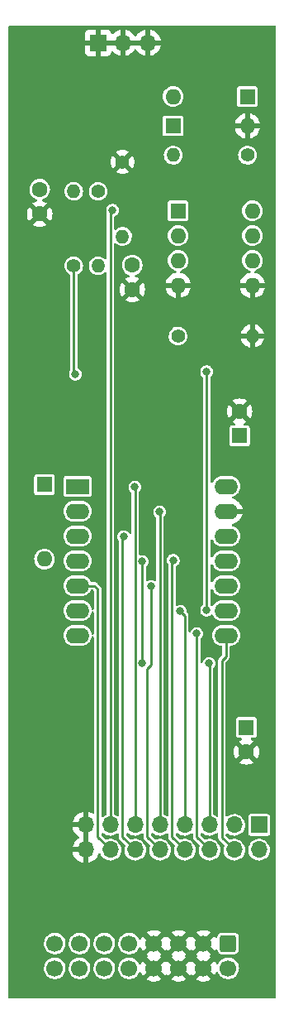
<source format=gbl>
%TF.GenerationSoftware,KiCad,Pcbnew,(6.0.1)*%
%TF.CreationDate,2022-10-17T21:59:08-04:00*%
%TF.ProjectId,ER-VCO-03-DB,45522d56-434f-42d3-9033-2d44422e6b69,1*%
%TF.SameCoordinates,Original*%
%TF.FileFunction,Copper,L2,Bot*%
%TF.FilePolarity,Positive*%
%FSLAX46Y46*%
G04 Gerber Fmt 4.6, Leading zero omitted, Abs format (unit mm)*
G04 Created by KiCad (PCBNEW (6.0.1)) date 2022-10-17 21:59:08*
%MOMM*%
%LPD*%
G01*
G04 APERTURE LIST*
G04 Aperture macros list*
%AMRoundRect*
0 Rectangle with rounded corners*
0 $1 Rounding radius*
0 $2 $3 $4 $5 $6 $7 $8 $9 X,Y pos of 4 corners*
0 Add a 4 corners polygon primitive as box body*
4,1,4,$2,$3,$4,$5,$6,$7,$8,$9,$2,$3,0*
0 Add four circle primitives for the rounded corners*
1,1,$1+$1,$2,$3*
1,1,$1+$1,$4,$5*
1,1,$1+$1,$6,$7*
1,1,$1+$1,$8,$9*
0 Add four rect primitives between the rounded corners*
20,1,$1+$1,$2,$3,$4,$5,0*
20,1,$1+$1,$4,$5,$6,$7,0*
20,1,$1+$1,$6,$7,$8,$9,0*
20,1,$1+$1,$8,$9,$2,$3,0*%
G04 Aperture macros list end*
%TA.AperFunction,ComponentPad*%
%ADD10R,1.600000X1.600000*%
%TD*%
%TA.AperFunction,ComponentPad*%
%ADD11C,1.600000*%
%TD*%
%TA.AperFunction,ComponentPad*%
%ADD12O,1.600000X1.600000*%
%TD*%
%TA.AperFunction,ComponentPad*%
%ADD13R,1.700000X1.700000*%
%TD*%
%TA.AperFunction,ComponentPad*%
%ADD14O,1.700000X1.700000*%
%TD*%
%TA.AperFunction,ComponentPad*%
%ADD15C,1.400000*%
%TD*%
%TA.AperFunction,ComponentPad*%
%ADD16O,1.400000X1.400000*%
%TD*%
%TA.AperFunction,ComponentPad*%
%ADD17RoundRect,0.250000X-0.600000X0.600000X-0.600000X-0.600000X0.600000X-0.600000X0.600000X0.600000X0*%
%TD*%
%TA.AperFunction,ComponentPad*%
%ADD18C,1.700000*%
%TD*%
%TA.AperFunction,ComponentPad*%
%ADD19R,2.400000X1.600000*%
%TD*%
%TA.AperFunction,ComponentPad*%
%ADD20O,2.400000X1.600000*%
%TD*%
%TA.AperFunction,ViaPad*%
%ADD21C,0.800000*%
%TD*%
%TA.AperFunction,Conductor*%
%ADD22C,0.250000*%
%TD*%
G04 APERTURE END LIST*
D10*
%TO.P,C11,1*%
%TO.N,+5VD*%
X75000000Y-47205113D03*
D11*
%TO.P,C11,2*%
%TO.N,GND*%
X75000000Y-44705113D03*
%TD*%
D10*
%TO.P,C9,1*%
%TO.N,+3V3*%
X75692000Y-77026888D03*
D11*
%TO.P,C9,2*%
%TO.N,GND*%
X75692000Y-79526888D03*
%TD*%
D10*
%TO.P,D1,1,K*%
%TO.N,/AUD_OUT*%
X68190000Y-15500000D03*
D12*
%TO.P,D1,2,A*%
%TO.N,GND*%
X75810000Y-15500000D03*
%TD*%
D13*
%TO.P,J1,1,Pin_1*%
%TO.N,+3V3*%
X77000000Y-87000000D03*
D14*
%TO.P,J1,2,Pin_2*%
X77000000Y-89540000D03*
%TO.P,J1,3,Pin_3*%
%TO.N,unconnected-(J1-Pad3)*%
X74460000Y-87000000D03*
%TO.P,J1,4,Pin_4*%
%TO.N,/OCT_DN_PB*%
X74460000Y-89540000D03*
%TO.P,J1,5,Pin_5*%
%TO.N,/MOD_POT*%
X71920000Y-87000000D03*
%TO.P,J1,6,Pin_6*%
%TO.N,/OCT_UP_PB*%
X71920000Y-89540000D03*
%TO.P,J1,7,Pin_7*%
%TO.N,/GATE_CTL*%
X69380000Y-87000000D03*
%TO.P,J1,8,Pin_8*%
%TO.N,/MODE_UP_PB*%
X69380000Y-89540000D03*
%TO.P,J1,9,Pin_9*%
%TO.N,/FREQ_POT*%
X66840000Y-87000000D03*
%TO.P,J1,10,Pin_10*%
%TO.N,/MODE_DN_PB*%
X66840000Y-89540000D03*
%TO.P,J1,11,Pin_11*%
%TO.N,/VPEROCT_CV*%
X64300000Y-87000000D03*
%TO.P,J1,12,Pin_12*%
%TO.N,/MOD_CV*%
X64300000Y-89540000D03*
%TO.P,J1,13,Pin_13*%
%TO.N,/AUD_OUT*%
X61760000Y-87000000D03*
%TO.P,J1,14,Pin_14*%
%TO.N,/TIMBRE_PB*%
X61760000Y-89540000D03*
%TO.P,J1,15,Pin_15*%
%TO.N,GND*%
X59220000Y-87000000D03*
%TO.P,J1,16,Pin_16*%
X59220000Y-89540000D03*
%TD*%
D15*
%TO.P,R3,1*%
%TO.N,Net-(R2-Pad2)*%
X75810000Y-18500000D03*
D16*
%TO.P,R3,2*%
%TO.N,/AUD_OUT*%
X68190000Y-18500000D03*
%TD*%
D11*
%TO.P,C2,1*%
%TO.N,Net-(C2-Pad1)*%
X54500000Y-22000000D03*
%TO.P,C2,2*%
%TO.N,GND*%
X54500000Y-24500000D03*
%TD*%
D15*
%TO.P,R5,1*%
%TO.N,Net-(C2-Pad1)*%
X60500000Y-22190000D03*
D16*
%TO.P,R5,2*%
%TO.N,/PRE_FILT*%
X60500000Y-29810000D03*
%TD*%
D10*
%TO.P,D2,1,K*%
%TO.N,+5V*%
X75810000Y-12500000D03*
D12*
%TO.P,D2,2,A*%
%TO.N,/AUD_OUT*%
X68190000Y-12500000D03*
%TD*%
D10*
%TO.P,U1,1*%
%TO.N,/AUD_OUT*%
X68700000Y-24200000D03*
D12*
%TO.P,U1,2,-*%
%TO.N,Net-(R2-Pad2)*%
X68700000Y-26740000D03*
%TO.P,U1,3,+*%
%TO.N,/PRE_FILT*%
X68700000Y-29280000D03*
%TO.P,U1,4,V-*%
%TO.N,GND*%
X68700000Y-31820000D03*
%TO.P,U1,5,+*%
X76320000Y-31820000D03*
%TO.P,U1,6,-*%
%TO.N,unconnected-(U1-Pad6)*%
X76320000Y-29280000D03*
%TO.P,U1,7*%
%TO.N,unconnected-(U1-Pad7)*%
X76320000Y-26740000D03*
%TO.P,U1,8,V+*%
%TO.N,+5V*%
X76320000Y-24200000D03*
%TD*%
D10*
%TO.P,D3,1,K*%
%TO.N,+5VD*%
X55000000Y-52197000D03*
D12*
%TO.P,D3,2,A*%
%TO.N,+5V*%
X55000000Y-59817000D03*
%TD*%
D11*
%TO.P,C3,1*%
%TO.N,/PRE_FILT*%
X64000000Y-29750000D03*
%TO.P,C3,2*%
%TO.N,GND*%
X64000000Y-32250000D03*
%TD*%
D17*
%TO.P,J5,1,Pin_1*%
%TO.N,unconnected-(J5-Pad1)*%
X73837800Y-99120300D03*
D18*
%TO.P,J5,2,Pin_2*%
%TO.N,unconnected-(J5-Pad2)*%
X73837800Y-101660300D03*
%TO.P,J5,3,Pin_3*%
%TO.N,GND*%
X71297800Y-99120300D03*
%TO.P,J5,4,Pin_4*%
X71297800Y-101660300D03*
%TO.P,J5,5,Pin_5*%
X68757800Y-99120300D03*
%TO.P,J5,6,Pin_6*%
X68757800Y-101660300D03*
%TO.P,J5,7,Pin_7*%
X66217800Y-99120300D03*
%TO.P,J5,8,Pin_8*%
X66217800Y-101660300D03*
%TO.P,J5,9,Pin_9*%
%TO.N,+12V*%
X63677800Y-99120300D03*
%TO.P,J5,10,Pin_10*%
X63677800Y-101660300D03*
%TO.P,J5,11,Pin_11*%
%TO.N,+5V*%
X61137800Y-99120300D03*
%TO.P,J5,12,Pin_12*%
X61137800Y-101660300D03*
%TO.P,J5,13,Pin_13*%
%TO.N,/CV*%
X58597800Y-99120300D03*
%TO.P,J5,14,Pin_14*%
X58597800Y-101660300D03*
%TO.P,J5,15,Pin_15*%
%TO.N,/GATE*%
X56057800Y-99120300D03*
%TO.P,J5,16,Pin_16*%
X56057800Y-101660300D03*
%TD*%
D19*
%TO.P,U2,1,D0/P26*%
%TO.N,/VPEROCT_CV*%
X58380000Y-52380000D03*
D20*
%TO.P,U2,2,D1/P27*%
%TO.N,/FREQ_POT*%
X58380000Y-54920000D03*
%TO.P,U2,3,D2/P28*%
%TO.N,/MOD_CV*%
X58380000Y-57460000D03*
%TO.P,U2,4,D3/P29*%
%TO.N,/MOD_POT*%
X58380000Y-60000000D03*
%TO.P,U2,5,D4/SDA/P6*%
%TO.N,/TIMBRE_PB*%
X58380000Y-62540000D03*
%TO.P,U2,6,D5/SCL/P7*%
%TO.N,/GATE_CTL*%
X58380000Y-65080000D03*
%TO.P,U2,7,D6/TX/P0*%
%TO.N,/OCT_UP_PB*%
X58380000Y-67620000D03*
%TO.P,U2,8,D7/RX/P1*%
%TO.N,/OCT_DN_PB*%
X73620000Y-67620000D03*
%TO.P,U2,9,D8/SCK/P2*%
%TO.N,/WAV*%
X73620000Y-65080000D03*
%TO.P,U2,10,D9/MISO/P4*%
%TO.N,/MODE_DN_PB*%
X73620000Y-62540000D03*
%TO.P,U2,11,D10/MOSI/P3*%
%TO.N,/MODE_UP_PB*%
X73620000Y-60000000D03*
%TO.P,U2,12,3.3V*%
%TO.N,+3V3*%
X73620000Y-57460000D03*
%TO.P,U2,13,GND*%
%TO.N,GND*%
X73620000Y-54920000D03*
%TO.P,U2,14,5V*%
%TO.N,+5VD*%
X73620000Y-52380000D03*
%TD*%
D15*
%TO.P,R2,1*%
%TO.N,GND*%
X63000000Y-19190000D03*
D16*
%TO.P,R2,2*%
%TO.N,Net-(R2-Pad2)*%
X63000000Y-26810000D03*
%TD*%
D15*
%TO.P,R6,1*%
%TO.N,/PRE_FILT*%
X68690000Y-37000000D03*
D16*
%TO.P,R6,2*%
%TO.N,GND*%
X76310000Y-37000000D03*
%TD*%
D15*
%TO.P,R4,1*%
%TO.N,/WAV*%
X58000000Y-29810000D03*
D16*
%TO.P,R4,2*%
%TO.N,Net-(C2-Pad1)*%
X58000000Y-22190000D03*
%TD*%
D13*
%TO.P,J2,1,Pin_1*%
%TO.N,GND*%
X60500000Y-7000000D03*
D14*
%TO.P,J2,2,Pin_2*%
X63040000Y-7000000D03*
%TO.P,J2,3,Pin_3*%
X65580000Y-7000000D03*
%TD*%
D21*
%TO.N,/GATE_CTL*%
X68929989Y-65151000D03*
%TO.N,/FREQ_POT*%
X66802000Y-54991000D03*
%TO.N,/VPEROCT_CV*%
X64262000Y-52451000D03*
%TO.N,/MOD_POT*%
X65024500Y-70485000D03*
X71882000Y-70485000D03*
X65024500Y-60071000D03*
%TO.N,/MOD_CV*%
X63119000Y-57531000D03*
%TO.N,/AUD_OUT*%
X61976000Y-24130000D03*
%TO.N,/MODE_UP_PB*%
X68199000Y-59944000D03*
%TO.N,/MODE_DN_PB*%
X65913000Y-62611000D03*
%TO.N,/OCT_UP_PB*%
X70612000Y-67437000D03*
%TO.N,/WAV*%
X71628000Y-65024000D03*
X71628000Y-40640000D03*
X58166000Y-40894000D03*
%TD*%
D22*
%TO.N,/GATE_CTL*%
X69380000Y-65601011D02*
X68929989Y-65151000D01*
X69380000Y-87000000D02*
X69380000Y-65601011D01*
%TO.N,/FREQ_POT*%
X66840000Y-87000000D02*
X66840000Y-55029000D01*
X66840000Y-55029000D02*
X66802000Y-54991000D01*
%TO.N,/VPEROCT_CV*%
X64300000Y-52489000D02*
X64262000Y-52451000D01*
X64300000Y-87000000D02*
X64300000Y-52489000D01*
%TO.N,/MOD_POT*%
X71920000Y-70523000D02*
X71882000Y-70485000D01*
X65024500Y-70485000D02*
X65024500Y-60071000D01*
X71920000Y-87000000D02*
X71920000Y-70523000D01*
%TO.N,/MOD_CV*%
X62992000Y-57658000D02*
X63119000Y-57531000D01*
X62992000Y-88232000D02*
X62992000Y-57658000D01*
X64300000Y-89540000D02*
X62992000Y-88232000D01*
%TO.N,/AUD_OUT*%
X61760000Y-24346000D02*
X61976000Y-24130000D01*
X61760000Y-87000000D02*
X61760000Y-24346000D01*
%TO.N,/TIMBRE_PB*%
X60452000Y-62865000D02*
X60127000Y-62540000D01*
X60127000Y-62540000D02*
X58380000Y-62540000D01*
X61760000Y-89540000D02*
X60452000Y-88232000D01*
X60452000Y-88232000D02*
X60452000Y-62865000D01*
%TO.N,/MODE_UP_PB*%
X69380000Y-89540000D02*
X68072000Y-88232000D01*
X68072000Y-88232000D02*
X68072000Y-60071000D01*
X68072000Y-60071000D02*
X68199000Y-59944000D01*
%TO.N,/MODE_DN_PB*%
X65532000Y-88232000D02*
X65532000Y-71002114D01*
X66840000Y-89540000D02*
X65532000Y-88232000D01*
X65532000Y-71002114D02*
X65913000Y-70621114D01*
X65913000Y-70621114D02*
X65913000Y-62611000D01*
%TO.N,/OCT_UP_PB*%
X70612000Y-88232000D02*
X70612000Y-67437000D01*
X71920000Y-89540000D02*
X70612000Y-88232000D01*
%TO.N,/OCT_DN_PB*%
X73620000Y-69737600D02*
X73620000Y-67620000D01*
X73202800Y-88282800D02*
X73202800Y-70154800D01*
X73202800Y-70154800D02*
X73620000Y-69737600D01*
X74460000Y-89540000D02*
X73202800Y-88282800D01*
%TO.N,/WAV*%
X71628000Y-65024000D02*
X71628000Y-40640000D01*
X58000000Y-40728000D02*
X58000000Y-29810000D01*
X58166000Y-40894000D02*
X58000000Y-40728000D01*
%TD*%
%TA.AperFunction,Conductor*%
%TO.N,GND*%
G36*
X78688121Y-5274002D02*
G01*
X78734614Y-5327658D01*
X78746000Y-5380000D01*
X78746000Y-104620000D01*
X78725998Y-104688121D01*
X78672342Y-104734614D01*
X78620000Y-104746000D01*
X51380000Y-104746000D01*
X51311879Y-104725998D01*
X51265386Y-104672342D01*
X51254000Y-104620000D01*
X51254000Y-102785153D01*
X65457777Y-102785153D01*
X65463058Y-102792207D01*
X65624556Y-102886579D01*
X65633842Y-102891029D01*
X65832801Y-102967003D01*
X65842699Y-102969879D01*
X66051395Y-103012338D01*
X66061623Y-103013557D01*
X66274450Y-103021362D01*
X66284736Y-103020895D01*
X66495985Y-102993834D01*
X66506062Y-102991692D01*
X66710055Y-102930491D01*
X66719642Y-102926733D01*
X66910898Y-102833038D01*
X66919744Y-102827765D01*
X66967047Y-102794023D01*
X66974011Y-102785153D01*
X67997777Y-102785153D01*
X68003058Y-102792207D01*
X68164556Y-102886579D01*
X68173842Y-102891029D01*
X68372801Y-102967003D01*
X68382699Y-102969879D01*
X68591395Y-103012338D01*
X68601623Y-103013557D01*
X68814450Y-103021362D01*
X68824736Y-103020895D01*
X69035985Y-102993834D01*
X69046062Y-102991692D01*
X69250055Y-102930491D01*
X69259642Y-102926733D01*
X69450898Y-102833038D01*
X69459744Y-102827765D01*
X69507047Y-102794023D01*
X69514011Y-102785153D01*
X70537777Y-102785153D01*
X70543058Y-102792207D01*
X70704556Y-102886579D01*
X70713842Y-102891029D01*
X70912801Y-102967003D01*
X70922699Y-102969879D01*
X71131395Y-103012338D01*
X71141623Y-103013557D01*
X71354450Y-103021362D01*
X71364736Y-103020895D01*
X71575985Y-102993834D01*
X71586062Y-102991692D01*
X71790055Y-102930491D01*
X71799642Y-102926733D01*
X71990898Y-102833038D01*
X71999744Y-102827765D01*
X72047047Y-102794023D01*
X72055448Y-102783323D01*
X72048460Y-102770170D01*
X71310612Y-102032322D01*
X71296668Y-102024708D01*
X71294835Y-102024839D01*
X71288220Y-102029090D01*
X70544537Y-102772773D01*
X70537777Y-102785153D01*
X69514011Y-102785153D01*
X69515448Y-102783323D01*
X69508460Y-102770170D01*
X68770612Y-102032322D01*
X68756668Y-102024708D01*
X68754835Y-102024839D01*
X68748220Y-102029090D01*
X68004537Y-102772773D01*
X67997777Y-102785153D01*
X66974011Y-102785153D01*
X66975448Y-102783323D01*
X66968460Y-102770170D01*
X66230612Y-102032322D01*
X66216668Y-102024708D01*
X66214835Y-102024839D01*
X66208220Y-102029090D01*
X65464537Y-102772773D01*
X65457777Y-102785153D01*
X51254000Y-102785153D01*
X51254000Y-101631264D01*
X54948948Y-101631264D01*
X54962224Y-101833822D01*
X54963645Y-101839418D01*
X54963646Y-101839423D01*
X54983919Y-101919245D01*
X55012192Y-102030569D01*
X55014609Y-102035812D01*
X55051810Y-102116508D01*
X55097177Y-102214916D01*
X55100510Y-102219632D01*
X55201782Y-102362929D01*
X55214333Y-102380689D01*
X55359738Y-102522335D01*
X55528520Y-102635112D01*
X55533823Y-102637390D01*
X55533826Y-102637392D01*
X55622507Y-102675492D01*
X55715028Y-102715242D01*
X55788044Y-102731764D01*
X55907379Y-102758767D01*
X55907384Y-102758768D01*
X55913016Y-102760042D01*
X55918787Y-102760269D01*
X55918789Y-102760269D01*
X55978556Y-102762617D01*
X56115853Y-102768012D01*
X56216299Y-102753448D01*
X56311031Y-102739713D01*
X56311036Y-102739712D01*
X56316745Y-102738884D01*
X56322209Y-102737029D01*
X56322214Y-102737028D01*
X56503493Y-102675492D01*
X56503498Y-102675490D01*
X56508965Y-102673634D01*
X56686076Y-102574447D01*
X56748734Y-102522335D01*
X56837713Y-102448331D01*
X56842145Y-102444645D01*
X56907280Y-102366329D01*
X56968253Y-102293018D01*
X56968255Y-102293015D01*
X56971947Y-102288576D01*
X57071134Y-102111465D01*
X57072990Y-102105998D01*
X57072992Y-102105993D01*
X57134528Y-101924714D01*
X57134529Y-101924709D01*
X57136384Y-101919245D01*
X57137212Y-101913536D01*
X57137213Y-101913531D01*
X57164979Y-101722027D01*
X57165512Y-101718353D01*
X57167032Y-101660300D01*
X57164364Y-101631264D01*
X57488948Y-101631264D01*
X57502224Y-101833822D01*
X57503645Y-101839418D01*
X57503646Y-101839423D01*
X57523919Y-101919245D01*
X57552192Y-102030569D01*
X57554609Y-102035812D01*
X57591810Y-102116508D01*
X57637177Y-102214916D01*
X57640510Y-102219632D01*
X57741782Y-102362929D01*
X57754333Y-102380689D01*
X57899738Y-102522335D01*
X58068520Y-102635112D01*
X58073823Y-102637390D01*
X58073826Y-102637392D01*
X58162507Y-102675492D01*
X58255028Y-102715242D01*
X58328044Y-102731764D01*
X58447379Y-102758767D01*
X58447384Y-102758768D01*
X58453016Y-102760042D01*
X58458787Y-102760269D01*
X58458789Y-102760269D01*
X58518556Y-102762617D01*
X58655853Y-102768012D01*
X58756299Y-102753448D01*
X58851031Y-102739713D01*
X58851036Y-102739712D01*
X58856745Y-102738884D01*
X58862209Y-102737029D01*
X58862214Y-102737028D01*
X59043493Y-102675492D01*
X59043498Y-102675490D01*
X59048965Y-102673634D01*
X59226076Y-102574447D01*
X59288734Y-102522335D01*
X59377713Y-102448331D01*
X59382145Y-102444645D01*
X59447280Y-102366329D01*
X59508253Y-102293018D01*
X59508255Y-102293015D01*
X59511947Y-102288576D01*
X59611134Y-102111465D01*
X59612990Y-102105998D01*
X59612992Y-102105993D01*
X59674528Y-101924714D01*
X59674529Y-101924709D01*
X59676384Y-101919245D01*
X59677212Y-101913536D01*
X59677213Y-101913531D01*
X59704979Y-101722027D01*
X59705512Y-101718353D01*
X59707032Y-101660300D01*
X59704364Y-101631264D01*
X60028948Y-101631264D01*
X60042224Y-101833822D01*
X60043645Y-101839418D01*
X60043646Y-101839423D01*
X60063919Y-101919245D01*
X60092192Y-102030569D01*
X60094609Y-102035812D01*
X60131810Y-102116508D01*
X60177177Y-102214916D01*
X60180510Y-102219632D01*
X60281782Y-102362929D01*
X60294333Y-102380689D01*
X60439738Y-102522335D01*
X60608520Y-102635112D01*
X60613823Y-102637390D01*
X60613826Y-102637392D01*
X60702507Y-102675492D01*
X60795028Y-102715242D01*
X60868044Y-102731764D01*
X60987379Y-102758767D01*
X60987384Y-102758768D01*
X60993016Y-102760042D01*
X60998787Y-102760269D01*
X60998789Y-102760269D01*
X61058556Y-102762617D01*
X61195853Y-102768012D01*
X61296299Y-102753448D01*
X61391031Y-102739713D01*
X61391036Y-102739712D01*
X61396745Y-102738884D01*
X61402209Y-102737029D01*
X61402214Y-102737028D01*
X61583493Y-102675492D01*
X61583498Y-102675490D01*
X61588965Y-102673634D01*
X61766076Y-102574447D01*
X61828734Y-102522335D01*
X61917713Y-102448331D01*
X61922145Y-102444645D01*
X61987280Y-102366329D01*
X62048253Y-102293018D01*
X62048255Y-102293015D01*
X62051947Y-102288576D01*
X62151134Y-102111465D01*
X62152990Y-102105998D01*
X62152992Y-102105993D01*
X62214528Y-101924714D01*
X62214529Y-101924709D01*
X62216384Y-101919245D01*
X62217212Y-101913536D01*
X62217213Y-101913531D01*
X62244979Y-101722027D01*
X62245512Y-101718353D01*
X62247032Y-101660300D01*
X62244364Y-101631264D01*
X62568948Y-101631264D01*
X62582224Y-101833822D01*
X62583645Y-101839418D01*
X62583646Y-101839423D01*
X62603919Y-101919245D01*
X62632192Y-102030569D01*
X62634609Y-102035812D01*
X62671810Y-102116508D01*
X62717177Y-102214916D01*
X62720510Y-102219632D01*
X62821782Y-102362929D01*
X62834333Y-102380689D01*
X62979738Y-102522335D01*
X63148520Y-102635112D01*
X63153823Y-102637390D01*
X63153826Y-102637392D01*
X63242507Y-102675492D01*
X63335028Y-102715242D01*
X63408044Y-102731764D01*
X63527379Y-102758767D01*
X63527384Y-102758768D01*
X63533016Y-102760042D01*
X63538787Y-102760269D01*
X63538789Y-102760269D01*
X63598556Y-102762617D01*
X63735853Y-102768012D01*
X63836299Y-102753448D01*
X63931031Y-102739713D01*
X63931036Y-102739712D01*
X63936745Y-102738884D01*
X63942209Y-102737029D01*
X63942214Y-102737028D01*
X64123493Y-102675492D01*
X64123498Y-102675490D01*
X64128965Y-102673634D01*
X64306076Y-102574447D01*
X64368734Y-102522335D01*
X64457713Y-102448331D01*
X64462145Y-102444645D01*
X64527280Y-102366329D01*
X64588253Y-102293018D01*
X64588255Y-102293015D01*
X64591947Y-102288576D01*
X64691134Y-102111465D01*
X64693520Y-102104435D01*
X64693970Y-102103796D01*
X64695341Y-102100716D01*
X64695946Y-102100985D01*
X64734353Y-102046359D01*
X64800105Y-102019578D01*
X64869898Y-102032595D01*
X64921573Y-102081280D01*
X64929577Y-102097529D01*
X64999570Y-102269903D01*
X65004213Y-102279094D01*
X65084260Y-102409720D01*
X65094716Y-102419180D01*
X65103494Y-102415396D01*
X65845778Y-101673112D01*
X65852156Y-101661432D01*
X66582208Y-101661432D01*
X66582339Y-101663265D01*
X66586590Y-101669880D01*
X67328274Y-102411564D01*
X67340284Y-102418123D01*
X67352023Y-102409155D01*
X67385822Y-102362119D01*
X67386949Y-102362929D01*
X67434459Y-102319181D01*
X67504396Y-102306961D01*
X67569838Y-102334491D01*
X67597670Y-102366329D01*
X67624259Y-102409719D01*
X67634716Y-102419180D01*
X67643494Y-102415396D01*
X68385778Y-101673112D01*
X68392156Y-101661432D01*
X69122208Y-101661432D01*
X69122339Y-101663265D01*
X69126590Y-101669880D01*
X69868274Y-102411564D01*
X69880284Y-102418123D01*
X69892023Y-102409155D01*
X69925822Y-102362119D01*
X69926949Y-102362929D01*
X69974459Y-102319181D01*
X70044396Y-102306961D01*
X70109838Y-102334491D01*
X70137670Y-102366329D01*
X70164259Y-102409719D01*
X70174716Y-102419180D01*
X70183494Y-102415396D01*
X70925778Y-101673112D01*
X70932156Y-101661432D01*
X71662208Y-101661432D01*
X71662339Y-101663265D01*
X71666590Y-101669880D01*
X72408274Y-102411564D01*
X72420284Y-102418123D01*
X72432023Y-102409155D01*
X72462804Y-102366319D01*
X72468115Y-102357480D01*
X72562470Y-102166567D01*
X72566269Y-102156972D01*
X72582866Y-102102347D01*
X72621807Y-102042983D01*
X72686662Y-102014096D01*
X72756838Y-102024858D01*
X72810056Y-102071851D01*
X72817848Y-102086222D01*
X72877177Y-102214916D01*
X72880510Y-102219632D01*
X72981782Y-102362929D01*
X72994333Y-102380689D01*
X73139738Y-102522335D01*
X73308520Y-102635112D01*
X73313823Y-102637390D01*
X73313826Y-102637392D01*
X73402507Y-102675492D01*
X73495028Y-102715242D01*
X73568044Y-102731764D01*
X73687379Y-102758767D01*
X73687384Y-102758768D01*
X73693016Y-102760042D01*
X73698787Y-102760269D01*
X73698789Y-102760269D01*
X73758556Y-102762617D01*
X73895853Y-102768012D01*
X73996299Y-102753448D01*
X74091031Y-102739713D01*
X74091036Y-102739712D01*
X74096745Y-102738884D01*
X74102209Y-102737029D01*
X74102214Y-102737028D01*
X74283493Y-102675492D01*
X74283498Y-102675490D01*
X74288965Y-102673634D01*
X74466076Y-102574447D01*
X74528734Y-102522335D01*
X74617713Y-102448331D01*
X74622145Y-102444645D01*
X74687280Y-102366329D01*
X74748253Y-102293018D01*
X74748255Y-102293015D01*
X74751947Y-102288576D01*
X74851134Y-102111465D01*
X74852990Y-102105998D01*
X74852992Y-102105993D01*
X74914528Y-101924714D01*
X74914529Y-101924709D01*
X74916384Y-101919245D01*
X74917212Y-101913536D01*
X74917213Y-101913531D01*
X74944979Y-101722027D01*
X74945512Y-101718353D01*
X74947032Y-101660300D01*
X74928458Y-101458159D01*
X74926890Y-101452599D01*
X74874925Y-101268346D01*
X74874924Y-101268344D01*
X74873357Y-101262787D01*
X74862778Y-101241333D01*
X74786131Y-101085909D01*
X74783576Y-101080728D01*
X74662120Y-100918079D01*
X74513058Y-100780287D01*
X74508175Y-100777206D01*
X74508171Y-100777203D01*
X74346264Y-100675048D01*
X74341381Y-100671967D01*
X74152839Y-100596746D01*
X74147179Y-100595620D01*
X74147175Y-100595619D01*
X73959413Y-100558271D01*
X73959410Y-100558271D01*
X73953746Y-100557144D01*
X73947971Y-100557068D01*
X73947967Y-100557068D01*
X73846593Y-100555741D01*
X73750771Y-100554487D01*
X73745074Y-100555466D01*
X73745073Y-100555466D01*
X73556407Y-100587885D01*
X73550710Y-100588864D01*
X73360263Y-100659124D01*
X73185810Y-100762912D01*
X73181470Y-100766718D01*
X73181466Y-100766721D01*
X73161523Y-100784211D01*
X73033192Y-100896755D01*
X73029617Y-100901290D01*
X73029616Y-100901291D01*
X73023256Y-100909359D01*
X72907520Y-101056169D01*
X72904831Y-101061280D01*
X72904829Y-101061283D01*
X72815389Y-101231280D01*
X72765970Y-101282252D01*
X72696837Y-101298415D01*
X72629941Y-101274636D01*
X72589803Y-101220273D01*
X72587755Y-101221163D01*
X72500772Y-101021114D01*
X72495905Y-101012039D01*
X72430863Y-100911497D01*
X72420177Y-100902295D01*
X72410612Y-100906698D01*
X71669822Y-101647488D01*
X71662208Y-101661432D01*
X70932156Y-101661432D01*
X70933392Y-101659168D01*
X70933261Y-101657335D01*
X70929010Y-101650720D01*
X70187649Y-100909359D01*
X70176113Y-100903059D01*
X70163828Y-100912684D01*
X70130992Y-100960820D01*
X70076081Y-101005823D01*
X70005556Y-101013994D01*
X69941809Y-100982740D01*
X69921111Y-100958255D01*
X69890862Y-100911497D01*
X69880177Y-100902295D01*
X69870612Y-100906698D01*
X69129822Y-101647488D01*
X69122208Y-101661432D01*
X68392156Y-101661432D01*
X68393392Y-101659168D01*
X68393261Y-101657335D01*
X68389010Y-101650720D01*
X67647649Y-100909359D01*
X67636113Y-100903059D01*
X67623828Y-100912684D01*
X67590992Y-100960820D01*
X67536081Y-101005823D01*
X67465556Y-101013994D01*
X67401809Y-100982740D01*
X67381111Y-100958255D01*
X67350862Y-100911497D01*
X67340177Y-100902295D01*
X67330612Y-100906698D01*
X66589822Y-101647488D01*
X66582208Y-101661432D01*
X65852156Y-101661432D01*
X65853392Y-101659168D01*
X65853261Y-101657335D01*
X65849010Y-101650720D01*
X65107649Y-100909359D01*
X65096113Y-100903059D01*
X65083831Y-100912682D01*
X65035889Y-100982962D01*
X65030804Y-100991913D01*
X64941138Y-101185083D01*
X64937577Y-101194764D01*
X64933091Y-101210940D01*
X64895613Y-101271239D01*
X64831484Y-101301703D01*
X64761066Y-101292660D01*
X64706715Y-101246982D01*
X64698667Y-101232998D01*
X64626131Y-101085909D01*
X64623576Y-101080728D01*
X64502120Y-100918079D01*
X64353058Y-100780287D01*
X64348175Y-100777206D01*
X64348171Y-100777203D01*
X64186264Y-100675048D01*
X64181381Y-100671967D01*
X63992839Y-100596746D01*
X63987179Y-100595620D01*
X63987175Y-100595619D01*
X63799413Y-100558271D01*
X63799410Y-100558271D01*
X63793746Y-100557144D01*
X63787971Y-100557068D01*
X63787967Y-100557068D01*
X63686593Y-100555741D01*
X63590771Y-100554487D01*
X63585074Y-100555466D01*
X63585073Y-100555466D01*
X63396407Y-100587885D01*
X63390710Y-100588864D01*
X63200263Y-100659124D01*
X63025810Y-100762912D01*
X63021470Y-100766718D01*
X63021466Y-100766721D01*
X63001523Y-100784211D01*
X62873192Y-100896755D01*
X62869617Y-100901290D01*
X62869616Y-100901291D01*
X62863256Y-100909359D01*
X62747520Y-101056169D01*
X62744831Y-101061280D01*
X62744829Y-101061283D01*
X62731873Y-101085909D01*
X62653003Y-101235815D01*
X62592807Y-101429678D01*
X62568948Y-101631264D01*
X62244364Y-101631264D01*
X62228458Y-101458159D01*
X62226890Y-101452599D01*
X62174925Y-101268346D01*
X62174924Y-101268344D01*
X62173357Y-101262787D01*
X62162778Y-101241333D01*
X62086131Y-101085909D01*
X62083576Y-101080728D01*
X61962120Y-100918079D01*
X61813058Y-100780287D01*
X61808175Y-100777206D01*
X61808171Y-100777203D01*
X61646264Y-100675048D01*
X61641381Y-100671967D01*
X61452839Y-100596746D01*
X61447179Y-100595620D01*
X61447175Y-100595619D01*
X61259413Y-100558271D01*
X61259410Y-100558271D01*
X61253746Y-100557144D01*
X61247971Y-100557068D01*
X61247967Y-100557068D01*
X61146593Y-100555741D01*
X61050771Y-100554487D01*
X61045074Y-100555466D01*
X61045073Y-100555466D01*
X60856407Y-100587885D01*
X60850710Y-100588864D01*
X60660263Y-100659124D01*
X60485810Y-100762912D01*
X60481470Y-100766718D01*
X60481466Y-100766721D01*
X60461523Y-100784211D01*
X60333192Y-100896755D01*
X60329617Y-100901290D01*
X60329616Y-100901291D01*
X60323256Y-100909359D01*
X60207520Y-101056169D01*
X60204831Y-101061280D01*
X60204829Y-101061283D01*
X60191873Y-101085909D01*
X60113003Y-101235815D01*
X60052807Y-101429678D01*
X60028948Y-101631264D01*
X59704364Y-101631264D01*
X59688458Y-101458159D01*
X59686890Y-101452599D01*
X59634925Y-101268346D01*
X59634924Y-101268344D01*
X59633357Y-101262787D01*
X59622778Y-101241333D01*
X59546131Y-101085909D01*
X59543576Y-101080728D01*
X59422120Y-100918079D01*
X59273058Y-100780287D01*
X59268175Y-100777206D01*
X59268171Y-100777203D01*
X59106264Y-100675048D01*
X59101381Y-100671967D01*
X58912839Y-100596746D01*
X58907179Y-100595620D01*
X58907175Y-100595619D01*
X58719413Y-100558271D01*
X58719410Y-100558271D01*
X58713746Y-100557144D01*
X58707971Y-100557068D01*
X58707967Y-100557068D01*
X58606593Y-100555741D01*
X58510771Y-100554487D01*
X58505074Y-100555466D01*
X58505073Y-100555466D01*
X58316407Y-100587885D01*
X58310710Y-100588864D01*
X58120263Y-100659124D01*
X57945810Y-100762912D01*
X57941470Y-100766718D01*
X57941466Y-100766721D01*
X57921523Y-100784211D01*
X57793192Y-100896755D01*
X57789617Y-100901290D01*
X57789616Y-100901291D01*
X57783256Y-100909359D01*
X57667520Y-101056169D01*
X57664831Y-101061280D01*
X57664829Y-101061283D01*
X57651873Y-101085909D01*
X57573003Y-101235815D01*
X57512807Y-101429678D01*
X57488948Y-101631264D01*
X57164364Y-101631264D01*
X57148458Y-101458159D01*
X57146890Y-101452599D01*
X57094925Y-101268346D01*
X57094924Y-101268344D01*
X57093357Y-101262787D01*
X57082778Y-101241333D01*
X57006131Y-101085909D01*
X57003576Y-101080728D01*
X56882120Y-100918079D01*
X56733058Y-100780287D01*
X56728175Y-100777206D01*
X56728171Y-100777203D01*
X56566264Y-100675048D01*
X56561381Y-100671967D01*
X56372839Y-100596746D01*
X56367179Y-100595620D01*
X56367175Y-100595619D01*
X56179413Y-100558271D01*
X56179410Y-100558271D01*
X56173746Y-100557144D01*
X56167971Y-100557068D01*
X56167967Y-100557068D01*
X56066593Y-100555741D01*
X55970771Y-100554487D01*
X55965074Y-100555466D01*
X55965073Y-100555466D01*
X55776407Y-100587885D01*
X55770710Y-100588864D01*
X55580263Y-100659124D01*
X55405810Y-100762912D01*
X55401470Y-100766718D01*
X55401466Y-100766721D01*
X55381523Y-100784211D01*
X55253192Y-100896755D01*
X55249617Y-100901290D01*
X55249616Y-100901291D01*
X55243256Y-100909359D01*
X55127520Y-101056169D01*
X55124831Y-101061280D01*
X55124829Y-101061283D01*
X55111873Y-101085909D01*
X55033003Y-101235815D01*
X54972807Y-101429678D01*
X54948948Y-101631264D01*
X51254000Y-101631264D01*
X51254000Y-100245153D01*
X65457777Y-100245153D01*
X65463058Y-100252207D01*
X65510279Y-100279801D01*
X65559003Y-100331439D01*
X65572074Y-100401222D01*
X65545343Y-100466994D01*
X65504887Y-100500353D01*
X65496266Y-100504841D01*
X65487534Y-100510339D01*
X65467477Y-100525399D01*
X65459023Y-100536727D01*
X65465768Y-100549058D01*
X66204988Y-101288278D01*
X66218932Y-101295892D01*
X66220765Y-101295761D01*
X66227380Y-101291510D01*
X66971189Y-100547701D01*
X66978210Y-100534844D01*
X66971411Y-100525513D01*
X66967359Y-100522821D01*
X66929916Y-100502152D01*
X66879945Y-100451720D01*
X66865173Y-100382277D01*
X66890289Y-100315872D01*
X66917640Y-100289265D01*
X66967047Y-100254023D01*
X66974011Y-100245153D01*
X67997777Y-100245153D01*
X68003058Y-100252207D01*
X68050279Y-100279801D01*
X68099003Y-100331439D01*
X68112074Y-100401222D01*
X68085343Y-100466994D01*
X68044887Y-100500353D01*
X68036266Y-100504841D01*
X68027534Y-100510339D01*
X68007477Y-100525399D01*
X67999023Y-100536727D01*
X68005768Y-100549058D01*
X68744988Y-101288278D01*
X68758932Y-101295892D01*
X68760765Y-101295761D01*
X68767380Y-101291510D01*
X69511189Y-100547701D01*
X69518210Y-100534844D01*
X69511411Y-100525513D01*
X69507359Y-100522821D01*
X69469916Y-100502152D01*
X69419945Y-100451720D01*
X69405173Y-100382277D01*
X69430289Y-100315872D01*
X69457640Y-100289265D01*
X69507047Y-100254023D01*
X69514011Y-100245153D01*
X70537777Y-100245153D01*
X70543058Y-100252207D01*
X70590279Y-100279801D01*
X70639003Y-100331439D01*
X70652074Y-100401222D01*
X70625343Y-100466994D01*
X70584887Y-100500353D01*
X70576266Y-100504841D01*
X70567534Y-100510339D01*
X70547477Y-100525399D01*
X70539023Y-100536727D01*
X70545768Y-100549058D01*
X71284988Y-101288278D01*
X71298932Y-101295892D01*
X71300765Y-101295761D01*
X71307380Y-101291510D01*
X72051189Y-100547701D01*
X72058210Y-100534844D01*
X72051411Y-100525513D01*
X72047359Y-100522821D01*
X72009916Y-100502152D01*
X71959945Y-100451720D01*
X71945173Y-100382277D01*
X71970289Y-100315872D01*
X71997640Y-100289265D01*
X72047047Y-100254023D01*
X72055448Y-100243323D01*
X72048460Y-100230170D01*
X71310612Y-99492322D01*
X71296668Y-99484708D01*
X71294835Y-99484839D01*
X71288220Y-99489090D01*
X70544537Y-100232773D01*
X70537777Y-100245153D01*
X69514011Y-100245153D01*
X69515448Y-100243323D01*
X69508460Y-100230170D01*
X68770612Y-99492322D01*
X68756668Y-99484708D01*
X68754835Y-99484839D01*
X68748220Y-99489090D01*
X68004537Y-100232773D01*
X67997777Y-100245153D01*
X66974011Y-100245153D01*
X66975448Y-100243323D01*
X66968460Y-100230170D01*
X66230612Y-99492322D01*
X66216668Y-99484708D01*
X66214835Y-99484839D01*
X66208220Y-99489090D01*
X65464537Y-100232773D01*
X65457777Y-100245153D01*
X51254000Y-100245153D01*
X51254000Y-99091264D01*
X54948948Y-99091264D01*
X54962224Y-99293822D01*
X54963645Y-99299418D01*
X54963646Y-99299423D01*
X54983919Y-99379245D01*
X55012192Y-99490569D01*
X55014609Y-99495812D01*
X55051810Y-99576508D01*
X55097177Y-99674916D01*
X55100510Y-99679632D01*
X55206601Y-99829748D01*
X55214333Y-99840689D01*
X55359738Y-99982335D01*
X55528520Y-100095112D01*
X55533823Y-100097390D01*
X55533826Y-100097392D01*
X55709721Y-100172962D01*
X55715028Y-100175242D01*
X55788044Y-100191764D01*
X55907379Y-100218767D01*
X55907384Y-100218768D01*
X55913016Y-100220042D01*
X55918787Y-100220269D01*
X55918789Y-100220269D01*
X55978556Y-100222617D01*
X56115853Y-100228012D01*
X56216299Y-100213448D01*
X56311031Y-100199713D01*
X56311036Y-100199712D01*
X56316745Y-100198884D01*
X56322209Y-100197029D01*
X56322214Y-100197028D01*
X56503493Y-100135492D01*
X56503498Y-100135490D01*
X56508965Y-100133634D01*
X56686076Y-100034447D01*
X56748734Y-99982335D01*
X56837713Y-99908331D01*
X56842145Y-99904645D01*
X56907280Y-99826329D01*
X56968253Y-99753018D01*
X56968255Y-99753015D01*
X56971947Y-99748576D01*
X57071134Y-99571465D01*
X57072990Y-99565998D01*
X57072992Y-99565993D01*
X57134528Y-99384714D01*
X57134529Y-99384709D01*
X57136384Y-99379245D01*
X57137212Y-99373536D01*
X57137213Y-99373531D01*
X57164979Y-99182027D01*
X57165512Y-99178353D01*
X57167032Y-99120300D01*
X57164364Y-99091264D01*
X57488948Y-99091264D01*
X57502224Y-99293822D01*
X57503645Y-99299418D01*
X57503646Y-99299423D01*
X57523919Y-99379245D01*
X57552192Y-99490569D01*
X57554609Y-99495812D01*
X57591810Y-99576508D01*
X57637177Y-99674916D01*
X57640510Y-99679632D01*
X57746601Y-99829748D01*
X57754333Y-99840689D01*
X57899738Y-99982335D01*
X58068520Y-100095112D01*
X58073823Y-100097390D01*
X58073826Y-100097392D01*
X58249721Y-100172962D01*
X58255028Y-100175242D01*
X58328044Y-100191764D01*
X58447379Y-100218767D01*
X58447384Y-100218768D01*
X58453016Y-100220042D01*
X58458787Y-100220269D01*
X58458789Y-100220269D01*
X58518556Y-100222617D01*
X58655853Y-100228012D01*
X58756299Y-100213448D01*
X58851031Y-100199713D01*
X58851036Y-100199712D01*
X58856745Y-100198884D01*
X58862209Y-100197029D01*
X58862214Y-100197028D01*
X59043493Y-100135492D01*
X59043498Y-100135490D01*
X59048965Y-100133634D01*
X59226076Y-100034447D01*
X59288734Y-99982335D01*
X59377713Y-99908331D01*
X59382145Y-99904645D01*
X59447280Y-99826329D01*
X59508253Y-99753018D01*
X59508255Y-99753015D01*
X59511947Y-99748576D01*
X59611134Y-99571465D01*
X59612990Y-99565998D01*
X59612992Y-99565993D01*
X59674528Y-99384714D01*
X59674529Y-99384709D01*
X59676384Y-99379245D01*
X59677212Y-99373536D01*
X59677213Y-99373531D01*
X59704979Y-99182027D01*
X59705512Y-99178353D01*
X59707032Y-99120300D01*
X59704364Y-99091264D01*
X60028948Y-99091264D01*
X60042224Y-99293822D01*
X60043645Y-99299418D01*
X60043646Y-99299423D01*
X60063919Y-99379245D01*
X60092192Y-99490569D01*
X60094609Y-99495812D01*
X60131810Y-99576508D01*
X60177177Y-99674916D01*
X60180510Y-99679632D01*
X60286601Y-99829748D01*
X60294333Y-99840689D01*
X60439738Y-99982335D01*
X60608520Y-100095112D01*
X60613823Y-100097390D01*
X60613826Y-100097392D01*
X60789721Y-100172962D01*
X60795028Y-100175242D01*
X60868044Y-100191764D01*
X60987379Y-100218767D01*
X60987384Y-100218768D01*
X60993016Y-100220042D01*
X60998787Y-100220269D01*
X60998789Y-100220269D01*
X61058556Y-100222617D01*
X61195853Y-100228012D01*
X61296299Y-100213448D01*
X61391031Y-100199713D01*
X61391036Y-100199712D01*
X61396745Y-100198884D01*
X61402209Y-100197029D01*
X61402214Y-100197028D01*
X61583493Y-100135492D01*
X61583498Y-100135490D01*
X61588965Y-100133634D01*
X61766076Y-100034447D01*
X61828734Y-99982335D01*
X61917713Y-99908331D01*
X61922145Y-99904645D01*
X61987280Y-99826329D01*
X62048253Y-99753018D01*
X62048255Y-99753015D01*
X62051947Y-99748576D01*
X62151134Y-99571465D01*
X62152990Y-99565998D01*
X62152992Y-99565993D01*
X62214528Y-99384714D01*
X62214529Y-99384709D01*
X62216384Y-99379245D01*
X62217212Y-99373536D01*
X62217213Y-99373531D01*
X62244979Y-99182027D01*
X62245512Y-99178353D01*
X62247032Y-99120300D01*
X62244364Y-99091264D01*
X62568948Y-99091264D01*
X62582224Y-99293822D01*
X62583645Y-99299418D01*
X62583646Y-99299423D01*
X62603919Y-99379245D01*
X62632192Y-99490569D01*
X62634609Y-99495812D01*
X62671810Y-99576508D01*
X62717177Y-99674916D01*
X62720510Y-99679632D01*
X62826601Y-99829748D01*
X62834333Y-99840689D01*
X62979738Y-99982335D01*
X63148520Y-100095112D01*
X63153823Y-100097390D01*
X63153826Y-100097392D01*
X63329721Y-100172962D01*
X63335028Y-100175242D01*
X63408044Y-100191764D01*
X63527379Y-100218767D01*
X63527384Y-100218768D01*
X63533016Y-100220042D01*
X63538787Y-100220269D01*
X63538789Y-100220269D01*
X63598556Y-100222617D01*
X63735853Y-100228012D01*
X63836299Y-100213448D01*
X63931031Y-100199713D01*
X63931036Y-100199712D01*
X63936745Y-100198884D01*
X63942209Y-100197029D01*
X63942214Y-100197028D01*
X64123493Y-100135492D01*
X64123498Y-100135490D01*
X64128965Y-100133634D01*
X64306076Y-100034447D01*
X64368734Y-99982335D01*
X64457713Y-99908331D01*
X64462145Y-99904645D01*
X64527280Y-99826329D01*
X64588253Y-99753018D01*
X64588255Y-99753015D01*
X64591947Y-99748576D01*
X64691134Y-99571465D01*
X64693520Y-99564435D01*
X64693970Y-99563796D01*
X64695341Y-99560716D01*
X64695946Y-99560985D01*
X64734353Y-99506359D01*
X64800105Y-99479578D01*
X64869898Y-99492595D01*
X64921573Y-99541280D01*
X64929577Y-99557529D01*
X64999570Y-99729903D01*
X65004213Y-99739094D01*
X65084260Y-99869720D01*
X65094716Y-99879180D01*
X65103494Y-99875396D01*
X65845778Y-99133112D01*
X65852156Y-99121432D01*
X66582208Y-99121432D01*
X66582339Y-99123265D01*
X66586590Y-99129880D01*
X67328274Y-99871564D01*
X67340284Y-99878123D01*
X67352023Y-99869155D01*
X67385822Y-99822119D01*
X67386949Y-99822929D01*
X67434459Y-99779181D01*
X67504396Y-99766961D01*
X67569838Y-99794491D01*
X67597670Y-99826329D01*
X67624259Y-99869719D01*
X67634716Y-99879180D01*
X67643494Y-99875396D01*
X68385778Y-99133112D01*
X68392156Y-99121432D01*
X69122208Y-99121432D01*
X69122339Y-99123265D01*
X69126590Y-99129880D01*
X69868274Y-99871564D01*
X69880284Y-99878123D01*
X69892023Y-99869155D01*
X69925822Y-99822119D01*
X69926949Y-99822929D01*
X69974459Y-99779181D01*
X70044396Y-99766961D01*
X70109838Y-99794491D01*
X70137670Y-99826329D01*
X70164259Y-99869719D01*
X70174716Y-99879180D01*
X70183494Y-99875396D01*
X70925778Y-99133112D01*
X70932156Y-99121432D01*
X71662208Y-99121432D01*
X71662339Y-99123265D01*
X71666590Y-99129880D01*
X72408274Y-99871564D01*
X72420284Y-99878123D01*
X72432023Y-99869155D01*
X72462804Y-99826319D01*
X72468112Y-99817484D01*
X72498383Y-99756237D01*
X72546497Y-99704031D01*
X72615199Y-99686124D01*
X72682675Y-99708203D01*
X72727503Y-99763257D01*
X72736603Y-99798456D01*
X72740002Y-99829748D01*
X72742774Y-99837141D01*
X72742774Y-99837143D01*
X72745616Y-99844724D01*
X72790729Y-99965064D01*
X72796109Y-99972243D01*
X72796111Y-99972246D01*
X72839960Y-100030753D01*
X72877396Y-100080704D01*
X72884576Y-100086085D01*
X72985854Y-100161989D01*
X72985857Y-100161991D01*
X72993036Y-100167371D01*
X73072147Y-100197028D01*
X73120957Y-100215326D01*
X73120959Y-100215326D01*
X73128352Y-100218098D01*
X73136202Y-100218951D01*
X73136203Y-100218951D01*
X73186647Y-100224431D01*
X73190044Y-100224800D01*
X74485556Y-100224800D01*
X74488953Y-100224431D01*
X74539397Y-100218951D01*
X74539398Y-100218951D01*
X74547248Y-100218098D01*
X74554641Y-100215326D01*
X74554643Y-100215326D01*
X74603453Y-100197028D01*
X74682564Y-100167371D01*
X74689743Y-100161991D01*
X74689746Y-100161989D01*
X74791024Y-100086085D01*
X74798204Y-100080704D01*
X74835640Y-100030753D01*
X74879489Y-99972246D01*
X74879491Y-99972243D01*
X74884871Y-99965064D01*
X74929984Y-99844724D01*
X74932826Y-99837143D01*
X74932826Y-99837141D01*
X74935598Y-99829748D01*
X74942300Y-99768056D01*
X74942300Y-98472544D01*
X74935598Y-98410852D01*
X74884871Y-98275536D01*
X74879491Y-98268357D01*
X74879489Y-98268354D01*
X74803585Y-98167076D01*
X74798204Y-98159896D01*
X74741136Y-98117126D01*
X74689746Y-98078611D01*
X74689743Y-98078609D01*
X74682564Y-98073229D01*
X74592846Y-98039596D01*
X74554643Y-98025274D01*
X74554641Y-98025274D01*
X74547248Y-98022502D01*
X74539398Y-98021649D01*
X74539397Y-98021649D01*
X74488953Y-98016169D01*
X74488952Y-98016169D01*
X74485556Y-98015800D01*
X73190044Y-98015800D01*
X73186648Y-98016169D01*
X73186647Y-98016169D01*
X73136203Y-98021649D01*
X73136202Y-98021649D01*
X73128352Y-98022502D01*
X73120959Y-98025274D01*
X73120957Y-98025274D01*
X73082754Y-98039596D01*
X72993036Y-98073229D01*
X72985857Y-98078609D01*
X72985854Y-98078611D01*
X72934464Y-98117126D01*
X72877396Y-98159896D01*
X72872015Y-98167076D01*
X72796111Y-98268354D01*
X72796109Y-98268357D01*
X72790729Y-98275536D01*
X72740002Y-98410852D01*
X72739149Y-98418702D01*
X72739149Y-98418703D01*
X72737312Y-98435614D01*
X72710070Y-98501177D01*
X72651708Y-98541603D01*
X72580753Y-98544059D01*
X72519735Y-98507764D01*
X72501007Y-98481553D01*
X72495903Y-98472034D01*
X72430863Y-98371497D01*
X72420177Y-98362295D01*
X72410612Y-98366698D01*
X71669822Y-99107488D01*
X71662208Y-99121432D01*
X70932156Y-99121432D01*
X70933392Y-99119168D01*
X70933261Y-99117335D01*
X70929010Y-99110720D01*
X70187649Y-98369359D01*
X70176113Y-98363059D01*
X70163828Y-98372684D01*
X70130992Y-98420820D01*
X70076081Y-98465823D01*
X70005556Y-98473994D01*
X69941809Y-98442740D01*
X69921111Y-98418255D01*
X69890862Y-98371497D01*
X69880177Y-98362295D01*
X69870612Y-98366698D01*
X69129822Y-99107488D01*
X69122208Y-99121432D01*
X68392156Y-99121432D01*
X68393392Y-99119168D01*
X68393261Y-99117335D01*
X68389010Y-99110720D01*
X67647649Y-98369359D01*
X67636113Y-98363059D01*
X67623828Y-98372684D01*
X67590992Y-98420820D01*
X67536081Y-98465823D01*
X67465556Y-98473994D01*
X67401809Y-98442740D01*
X67381111Y-98418255D01*
X67350862Y-98371497D01*
X67340177Y-98362295D01*
X67330612Y-98366698D01*
X66589822Y-99107488D01*
X66582208Y-99121432D01*
X65852156Y-99121432D01*
X65853392Y-99119168D01*
X65853261Y-99117335D01*
X65849010Y-99110720D01*
X65107649Y-98369359D01*
X65096113Y-98363059D01*
X65083831Y-98372682D01*
X65035889Y-98442962D01*
X65030804Y-98451913D01*
X64941138Y-98645083D01*
X64937577Y-98654764D01*
X64933091Y-98670940D01*
X64895613Y-98731239D01*
X64831484Y-98761703D01*
X64761066Y-98752660D01*
X64706715Y-98706982D01*
X64698667Y-98692998D01*
X64626131Y-98545909D01*
X64623576Y-98540728D01*
X64502120Y-98378079D01*
X64353058Y-98240287D01*
X64348175Y-98237206D01*
X64348171Y-98237203D01*
X64186264Y-98135048D01*
X64181381Y-98131967D01*
X63992839Y-98056746D01*
X63987179Y-98055620D01*
X63987175Y-98055619D01*
X63799413Y-98018271D01*
X63799410Y-98018271D01*
X63793746Y-98017144D01*
X63787971Y-98017068D01*
X63787967Y-98017068D01*
X63686593Y-98015741D01*
X63590771Y-98014487D01*
X63585074Y-98015466D01*
X63585073Y-98015466D01*
X63396407Y-98047885D01*
X63390710Y-98048864D01*
X63200263Y-98119124D01*
X63025810Y-98222912D01*
X63021470Y-98226718D01*
X63021466Y-98226721D01*
X62965804Y-98275536D01*
X62873192Y-98356755D01*
X62869617Y-98361290D01*
X62869616Y-98361291D01*
X62863256Y-98369359D01*
X62747520Y-98516169D01*
X62744831Y-98521280D01*
X62744829Y-98521283D01*
X62734138Y-98541603D01*
X62653003Y-98695815D01*
X62592807Y-98889678D01*
X62568948Y-99091264D01*
X62244364Y-99091264D01*
X62228458Y-98918159D01*
X62226890Y-98912599D01*
X62174925Y-98728346D01*
X62174924Y-98728344D01*
X62173357Y-98722787D01*
X62162778Y-98701333D01*
X62086131Y-98545909D01*
X62083576Y-98540728D01*
X61962120Y-98378079D01*
X61813058Y-98240287D01*
X61808175Y-98237206D01*
X61808171Y-98237203D01*
X61646264Y-98135048D01*
X61641381Y-98131967D01*
X61452839Y-98056746D01*
X61447179Y-98055620D01*
X61447175Y-98055619D01*
X61259413Y-98018271D01*
X61259410Y-98018271D01*
X61253746Y-98017144D01*
X61247971Y-98017068D01*
X61247967Y-98017068D01*
X61146593Y-98015741D01*
X61050771Y-98014487D01*
X61045074Y-98015466D01*
X61045073Y-98015466D01*
X60856407Y-98047885D01*
X60850710Y-98048864D01*
X60660263Y-98119124D01*
X60485810Y-98222912D01*
X60481470Y-98226718D01*
X60481466Y-98226721D01*
X60425804Y-98275536D01*
X60333192Y-98356755D01*
X60329617Y-98361290D01*
X60329616Y-98361291D01*
X60323256Y-98369359D01*
X60207520Y-98516169D01*
X60204831Y-98521280D01*
X60204829Y-98521283D01*
X60194138Y-98541603D01*
X60113003Y-98695815D01*
X60052807Y-98889678D01*
X60028948Y-99091264D01*
X59704364Y-99091264D01*
X59688458Y-98918159D01*
X59686890Y-98912599D01*
X59634925Y-98728346D01*
X59634924Y-98728344D01*
X59633357Y-98722787D01*
X59622778Y-98701333D01*
X59546131Y-98545909D01*
X59543576Y-98540728D01*
X59422120Y-98378079D01*
X59273058Y-98240287D01*
X59268175Y-98237206D01*
X59268171Y-98237203D01*
X59106264Y-98135048D01*
X59101381Y-98131967D01*
X58912839Y-98056746D01*
X58907179Y-98055620D01*
X58907175Y-98055619D01*
X58719413Y-98018271D01*
X58719410Y-98018271D01*
X58713746Y-98017144D01*
X58707971Y-98017068D01*
X58707967Y-98017068D01*
X58606593Y-98015741D01*
X58510771Y-98014487D01*
X58505074Y-98015466D01*
X58505073Y-98015466D01*
X58316407Y-98047885D01*
X58310710Y-98048864D01*
X58120263Y-98119124D01*
X57945810Y-98222912D01*
X57941470Y-98226718D01*
X57941466Y-98226721D01*
X57885804Y-98275536D01*
X57793192Y-98356755D01*
X57789617Y-98361290D01*
X57789616Y-98361291D01*
X57783256Y-98369359D01*
X57667520Y-98516169D01*
X57664831Y-98521280D01*
X57664829Y-98521283D01*
X57654138Y-98541603D01*
X57573003Y-98695815D01*
X57512807Y-98889678D01*
X57488948Y-99091264D01*
X57164364Y-99091264D01*
X57148458Y-98918159D01*
X57146890Y-98912599D01*
X57094925Y-98728346D01*
X57094924Y-98728344D01*
X57093357Y-98722787D01*
X57082778Y-98701333D01*
X57006131Y-98545909D01*
X57003576Y-98540728D01*
X56882120Y-98378079D01*
X56733058Y-98240287D01*
X56728175Y-98237206D01*
X56728171Y-98237203D01*
X56566264Y-98135048D01*
X56561381Y-98131967D01*
X56372839Y-98056746D01*
X56367179Y-98055620D01*
X56367175Y-98055619D01*
X56179413Y-98018271D01*
X56179410Y-98018271D01*
X56173746Y-98017144D01*
X56167971Y-98017068D01*
X56167967Y-98017068D01*
X56066593Y-98015741D01*
X55970771Y-98014487D01*
X55965074Y-98015466D01*
X55965073Y-98015466D01*
X55776407Y-98047885D01*
X55770710Y-98048864D01*
X55580263Y-98119124D01*
X55405810Y-98222912D01*
X55401470Y-98226718D01*
X55401466Y-98226721D01*
X55345804Y-98275536D01*
X55253192Y-98356755D01*
X55249617Y-98361290D01*
X55249616Y-98361291D01*
X55243256Y-98369359D01*
X55127520Y-98516169D01*
X55124831Y-98521280D01*
X55124829Y-98521283D01*
X55114138Y-98541603D01*
X55033003Y-98695815D01*
X54972807Y-98889678D01*
X54948948Y-99091264D01*
X51254000Y-99091264D01*
X51254000Y-97996727D01*
X65459023Y-97996727D01*
X65465768Y-98009058D01*
X66204988Y-98748278D01*
X66218932Y-98755892D01*
X66220765Y-98755761D01*
X66227380Y-98751510D01*
X66971189Y-98007701D01*
X66977182Y-97996727D01*
X67999023Y-97996727D01*
X68005768Y-98009058D01*
X68744988Y-98748278D01*
X68758932Y-98755892D01*
X68760765Y-98755761D01*
X68767380Y-98751510D01*
X69511189Y-98007701D01*
X69517182Y-97996727D01*
X70539023Y-97996727D01*
X70545768Y-98009058D01*
X71284988Y-98748278D01*
X71298932Y-98755892D01*
X71300765Y-98755761D01*
X71307380Y-98751510D01*
X72051189Y-98007701D01*
X72058210Y-97994844D01*
X72051411Y-97985513D01*
X72047354Y-97982818D01*
X71860917Y-97879899D01*
X71851505Y-97875669D01*
X71650759Y-97804580D01*
X71640789Y-97801946D01*
X71431127Y-97764601D01*
X71420873Y-97763631D01*
X71207916Y-97761028D01*
X71197632Y-97761748D01*
X70987121Y-97793961D01*
X70977093Y-97796350D01*
X70774668Y-97862512D01*
X70765159Y-97866509D01*
X70576266Y-97964840D01*
X70567534Y-97970339D01*
X70547477Y-97985399D01*
X70539023Y-97996727D01*
X69517182Y-97996727D01*
X69518210Y-97994844D01*
X69511411Y-97985513D01*
X69507354Y-97982818D01*
X69320917Y-97879899D01*
X69311505Y-97875669D01*
X69110759Y-97804580D01*
X69100789Y-97801946D01*
X68891127Y-97764601D01*
X68880873Y-97763631D01*
X68667916Y-97761028D01*
X68657632Y-97761748D01*
X68447121Y-97793961D01*
X68437093Y-97796350D01*
X68234668Y-97862512D01*
X68225159Y-97866509D01*
X68036266Y-97964840D01*
X68027534Y-97970339D01*
X68007477Y-97985399D01*
X67999023Y-97996727D01*
X66977182Y-97996727D01*
X66978210Y-97994844D01*
X66971411Y-97985513D01*
X66967354Y-97982818D01*
X66780917Y-97879899D01*
X66771505Y-97875669D01*
X66570759Y-97804580D01*
X66560789Y-97801946D01*
X66351127Y-97764601D01*
X66340873Y-97763631D01*
X66127916Y-97761028D01*
X66117632Y-97761748D01*
X65907121Y-97793961D01*
X65897093Y-97796350D01*
X65694668Y-97862512D01*
X65685159Y-97866509D01*
X65496266Y-97964840D01*
X65487534Y-97970339D01*
X65467477Y-97985399D01*
X65459023Y-97996727D01*
X51254000Y-97996727D01*
X51254000Y-89807966D01*
X57888257Y-89807966D01*
X57918565Y-89942446D01*
X57921645Y-89952275D01*
X58001770Y-90149603D01*
X58006413Y-90158794D01*
X58117694Y-90340388D01*
X58123777Y-90348699D01*
X58263213Y-90509667D01*
X58270580Y-90516883D01*
X58434434Y-90652916D01*
X58442881Y-90658831D01*
X58626756Y-90766279D01*
X58636042Y-90770729D01*
X58835001Y-90846703D01*
X58844899Y-90849579D01*
X58948250Y-90870606D01*
X58962299Y-90869410D01*
X58966000Y-90859065D01*
X58966000Y-89812115D01*
X58961525Y-89796876D01*
X58960135Y-89795671D01*
X58952452Y-89794000D01*
X57903225Y-89794000D01*
X57889694Y-89797973D01*
X57888257Y-89807966D01*
X51254000Y-89807966D01*
X51254000Y-89274183D01*
X57884389Y-89274183D01*
X57885912Y-89282607D01*
X57898292Y-89286000D01*
X58947885Y-89286000D01*
X58963124Y-89281525D01*
X58964329Y-89280135D01*
X58966000Y-89272452D01*
X58966000Y-87272115D01*
X58961525Y-87256876D01*
X58960135Y-87255671D01*
X58952452Y-87254000D01*
X57903225Y-87254000D01*
X57889694Y-87257973D01*
X57888257Y-87267966D01*
X57918565Y-87402446D01*
X57921645Y-87412275D01*
X58001770Y-87609603D01*
X58006413Y-87618794D01*
X58117694Y-87800388D01*
X58123777Y-87808699D01*
X58263213Y-87969667D01*
X58270580Y-87976883D01*
X58434434Y-88112916D01*
X58442881Y-88118831D01*
X58512479Y-88159501D01*
X58561203Y-88211140D01*
X58574274Y-88280923D01*
X58547543Y-88346694D01*
X58507087Y-88380053D01*
X58498462Y-88384542D01*
X58489738Y-88390036D01*
X58319433Y-88517905D01*
X58311726Y-88524748D01*
X58164590Y-88678717D01*
X58158104Y-88686727D01*
X58038098Y-88862649D01*
X58033000Y-88871623D01*
X57943338Y-89064783D01*
X57939775Y-89074470D01*
X57884389Y-89274183D01*
X51254000Y-89274183D01*
X51254000Y-86734183D01*
X57884389Y-86734183D01*
X57885912Y-86742607D01*
X57898292Y-86746000D01*
X58947885Y-86746000D01*
X58963124Y-86741525D01*
X58964329Y-86740135D01*
X58966000Y-86732452D01*
X58966000Y-85683102D01*
X58962082Y-85669758D01*
X58947806Y-85667771D01*
X58909324Y-85673660D01*
X58899288Y-85676051D01*
X58696868Y-85742212D01*
X58687359Y-85746209D01*
X58498463Y-85844542D01*
X58489738Y-85850036D01*
X58319433Y-85977905D01*
X58311726Y-85984748D01*
X58164590Y-86138717D01*
X58158104Y-86146727D01*
X58038098Y-86322649D01*
X58033000Y-86331623D01*
X57943338Y-86524783D01*
X57939775Y-86534470D01*
X57884389Y-86734183D01*
X51254000Y-86734183D01*
X51254000Y-67612603D01*
X56920424Y-67612603D01*
X56939166Y-67818550D01*
X56997554Y-68016934D01*
X57000411Y-68022399D01*
X57090508Y-68194739D01*
X57090511Y-68194743D01*
X57093363Y-68200199D01*
X57097223Y-68204999D01*
X57097223Y-68205000D01*
X57103271Y-68212522D01*
X57222943Y-68361365D01*
X57381360Y-68494292D01*
X57562578Y-68593918D01*
X57759696Y-68656447D01*
X57765813Y-68657133D01*
X57765817Y-68657134D01*
X57841837Y-68665661D01*
X57920640Y-68674500D01*
X58832034Y-68674500D01*
X58985811Y-68659422D01*
X59183783Y-68599651D01*
X59275079Y-68551108D01*
X59360933Y-68505459D01*
X59360936Y-68505457D01*
X59366375Y-68502565D01*
X59371145Y-68498674D01*
X59371149Y-68498672D01*
X59521857Y-68375758D01*
X59521860Y-68375755D01*
X59526632Y-68371863D01*
X59539288Y-68356565D01*
X59654522Y-68217271D01*
X59654525Y-68217266D01*
X59658450Y-68212522D01*
X59665113Y-68200199D01*
X59753878Y-68036032D01*
X59753880Y-68036027D01*
X59756808Y-68030612D01*
X59817960Y-67833063D01*
X59821190Y-67802331D01*
X59848203Y-67736674D01*
X59906425Y-67696044D01*
X59977370Y-67693341D01*
X60038514Y-67729423D01*
X60070444Y-67792834D01*
X60072500Y-67815501D01*
X60072500Y-85705868D01*
X60052498Y-85773989D01*
X59998842Y-85820482D01*
X59928568Y-85830586D01*
X59885606Y-85816176D01*
X59783117Y-85759599D01*
X59773705Y-85755369D01*
X59572959Y-85684280D01*
X59562988Y-85681646D01*
X59491837Y-85668972D01*
X59478540Y-85670432D01*
X59474000Y-85684989D01*
X59474000Y-90858517D01*
X59478064Y-90872359D01*
X59491478Y-90874393D01*
X59498184Y-90873534D01*
X59508262Y-90871392D01*
X59712255Y-90810191D01*
X59721842Y-90806433D01*
X59913095Y-90712739D01*
X59921945Y-90707464D01*
X60095328Y-90583792D01*
X60103200Y-90577139D01*
X60254052Y-90426812D01*
X60260730Y-90418965D01*
X60385003Y-90246020D01*
X60390313Y-90237183D01*
X60484670Y-90046267D01*
X60488469Y-90036672D01*
X60505066Y-89982047D01*
X60544007Y-89922683D01*
X60608862Y-89893796D01*
X60679038Y-89904558D01*
X60732256Y-89951551D01*
X60740048Y-89965922D01*
X60799377Y-90094616D01*
X60916533Y-90260389D01*
X61061938Y-90402035D01*
X61230720Y-90514812D01*
X61236023Y-90517090D01*
X61236026Y-90517092D01*
X61411921Y-90592662D01*
X61417228Y-90594942D01*
X61490244Y-90611464D01*
X61609579Y-90638467D01*
X61609584Y-90638468D01*
X61615216Y-90639742D01*
X61620987Y-90639969D01*
X61620989Y-90639969D01*
X61680756Y-90642317D01*
X61818053Y-90647712D01*
X61918499Y-90633148D01*
X62013231Y-90619413D01*
X62013236Y-90619412D01*
X62018945Y-90618584D01*
X62024409Y-90616729D01*
X62024414Y-90616728D01*
X62205693Y-90555192D01*
X62205698Y-90555190D01*
X62211165Y-90553334D01*
X62388276Y-90454147D01*
X62450934Y-90402035D01*
X62515696Y-90348172D01*
X62544345Y-90324345D01*
X62674147Y-90168276D01*
X62773334Y-89991165D01*
X62775190Y-89985698D01*
X62775192Y-89985693D01*
X62836728Y-89804414D01*
X62836729Y-89804409D01*
X62838584Y-89798945D01*
X62839412Y-89793236D01*
X62839413Y-89793231D01*
X62867179Y-89601727D01*
X62867712Y-89598053D01*
X62869232Y-89540000D01*
X62850658Y-89337859D01*
X62849090Y-89332299D01*
X62797125Y-89148046D01*
X62797124Y-89148044D01*
X62795557Y-89142487D01*
X62784978Y-89121033D01*
X62708331Y-88965609D01*
X62705776Y-88960428D01*
X62584320Y-88797779D01*
X62435258Y-88659987D01*
X62430375Y-88656906D01*
X62430371Y-88656903D01*
X62274642Y-88558646D01*
X62263581Y-88551667D01*
X62075039Y-88476446D01*
X62069379Y-88475320D01*
X62069375Y-88475319D01*
X61881613Y-88437971D01*
X61881610Y-88437971D01*
X61875946Y-88436844D01*
X61870171Y-88436768D01*
X61870167Y-88436768D01*
X61768793Y-88435441D01*
X61672971Y-88434187D01*
X61667274Y-88435166D01*
X61667273Y-88435166D01*
X61478607Y-88467585D01*
X61472910Y-88468564D01*
X61367671Y-88507389D01*
X61296839Y-88512201D01*
X61234966Y-88478272D01*
X60868405Y-88111711D01*
X60834379Y-88049399D01*
X60831500Y-88022616D01*
X60831500Y-87936199D01*
X60851502Y-87868078D01*
X60905158Y-87821585D01*
X60975432Y-87811481D01*
X61040012Y-87840975D01*
X61045421Y-87845945D01*
X61061938Y-87862035D01*
X61066742Y-87865245D01*
X61078302Y-87872969D01*
X61230720Y-87974812D01*
X61236023Y-87977090D01*
X61236026Y-87977092D01*
X61367283Y-88033484D01*
X61417228Y-88054942D01*
X61490244Y-88071464D01*
X61609579Y-88098467D01*
X61609584Y-88098468D01*
X61615216Y-88099742D01*
X61620987Y-88099969D01*
X61620989Y-88099969D01*
X61680756Y-88102317D01*
X61818053Y-88107712D01*
X61925348Y-88092155D01*
X62013231Y-88079413D01*
X62013236Y-88079412D01*
X62018945Y-88078584D01*
X62024409Y-88076729D01*
X62024414Y-88076728D01*
X62205693Y-88015192D01*
X62205698Y-88015190D01*
X62211165Y-88013334D01*
X62388276Y-87914147D01*
X62393728Y-87909613D01*
X62405930Y-87899465D01*
X62471094Y-87871283D01*
X62541149Y-87882806D01*
X62593854Y-87930374D01*
X62612500Y-87996338D01*
X62612500Y-88178080D01*
X62609951Y-88202028D01*
X62609872Y-88203693D01*
X62607680Y-88213876D01*
X62608904Y-88224217D01*
X62611627Y-88247223D01*
X62611977Y-88253154D01*
X62612072Y-88253146D01*
X62612500Y-88258324D01*
X62612500Y-88263524D01*
X62613354Y-88268653D01*
X62613354Y-88268656D01*
X62615669Y-88282565D01*
X62616506Y-88288443D01*
X62620177Y-88319456D01*
X62622530Y-88339341D01*
X62626493Y-88347593D01*
X62627996Y-88356626D01*
X62632943Y-88365795D01*
X62632944Y-88365797D01*
X62652334Y-88401732D01*
X62655031Y-88407025D01*
X62673785Y-88446082D01*
X62673788Y-88446086D01*
X62677219Y-88453232D01*
X62680814Y-88457508D01*
X62682737Y-88459431D01*
X62684509Y-88461363D01*
X62684552Y-88461442D01*
X62684428Y-88461555D01*
X62684904Y-88462095D01*
X62687990Y-88467814D01*
X62695635Y-88474881D01*
X62727586Y-88504416D01*
X62731152Y-88507846D01*
X63236477Y-89013171D01*
X63270503Y-89075483D01*
X63267715Y-89139630D01*
X63215007Y-89309378D01*
X63191148Y-89510964D01*
X63204424Y-89713522D01*
X63205845Y-89719118D01*
X63205846Y-89719123D01*
X63250208Y-89893796D01*
X63254392Y-89910269D01*
X63256809Y-89915512D01*
X63294010Y-89996208D01*
X63339377Y-90094616D01*
X63456533Y-90260389D01*
X63601938Y-90402035D01*
X63770720Y-90514812D01*
X63776023Y-90517090D01*
X63776026Y-90517092D01*
X63951921Y-90592662D01*
X63957228Y-90594942D01*
X64030244Y-90611464D01*
X64149579Y-90638467D01*
X64149584Y-90638468D01*
X64155216Y-90639742D01*
X64160987Y-90639969D01*
X64160989Y-90639969D01*
X64220756Y-90642317D01*
X64358053Y-90647712D01*
X64458499Y-90633148D01*
X64553231Y-90619413D01*
X64553236Y-90619412D01*
X64558945Y-90618584D01*
X64564409Y-90616729D01*
X64564414Y-90616728D01*
X64745693Y-90555192D01*
X64745698Y-90555190D01*
X64751165Y-90553334D01*
X64928276Y-90454147D01*
X64990934Y-90402035D01*
X65055696Y-90348172D01*
X65084345Y-90324345D01*
X65214147Y-90168276D01*
X65313334Y-89991165D01*
X65315190Y-89985698D01*
X65315192Y-89985693D01*
X65376728Y-89804414D01*
X65376729Y-89804409D01*
X65378584Y-89798945D01*
X65379412Y-89793236D01*
X65379413Y-89793231D01*
X65407179Y-89601727D01*
X65407712Y-89598053D01*
X65409232Y-89540000D01*
X65390658Y-89337859D01*
X65389090Y-89332299D01*
X65337125Y-89148046D01*
X65337124Y-89148044D01*
X65335557Y-89142487D01*
X65324978Y-89121033D01*
X65248331Y-88965609D01*
X65245776Y-88960428D01*
X65124320Y-88797779D01*
X64975258Y-88659987D01*
X64970375Y-88656906D01*
X64970371Y-88656903D01*
X64814642Y-88558646D01*
X64803581Y-88551667D01*
X64615039Y-88476446D01*
X64609379Y-88475320D01*
X64609375Y-88475319D01*
X64421613Y-88437971D01*
X64421610Y-88437971D01*
X64415946Y-88436844D01*
X64410171Y-88436768D01*
X64410167Y-88436768D01*
X64308793Y-88435441D01*
X64212971Y-88434187D01*
X64207274Y-88435166D01*
X64207273Y-88435166D01*
X64018607Y-88467585D01*
X64012910Y-88468564D01*
X63907671Y-88507389D01*
X63836839Y-88512201D01*
X63774966Y-88478272D01*
X63408405Y-88111711D01*
X63374379Y-88049399D01*
X63371500Y-88022616D01*
X63371500Y-87936199D01*
X63391502Y-87868078D01*
X63445158Y-87821585D01*
X63515432Y-87811481D01*
X63580012Y-87840975D01*
X63585421Y-87845945D01*
X63601938Y-87862035D01*
X63606742Y-87865245D01*
X63618302Y-87872969D01*
X63770720Y-87974812D01*
X63776023Y-87977090D01*
X63776026Y-87977092D01*
X63907283Y-88033484D01*
X63957228Y-88054942D01*
X64030244Y-88071464D01*
X64149579Y-88098467D01*
X64149584Y-88098468D01*
X64155216Y-88099742D01*
X64160987Y-88099969D01*
X64160989Y-88099969D01*
X64220756Y-88102317D01*
X64358053Y-88107712D01*
X64465348Y-88092155D01*
X64553231Y-88079413D01*
X64553236Y-88079412D01*
X64558945Y-88078584D01*
X64564409Y-88076729D01*
X64564414Y-88076728D01*
X64745693Y-88015192D01*
X64745698Y-88015190D01*
X64751165Y-88013334D01*
X64928276Y-87914147D01*
X64933728Y-87909613D01*
X64945930Y-87899465D01*
X65011094Y-87871283D01*
X65081149Y-87882806D01*
X65133854Y-87930374D01*
X65152500Y-87996338D01*
X65152500Y-88178080D01*
X65149951Y-88202028D01*
X65149872Y-88203693D01*
X65147680Y-88213876D01*
X65148904Y-88224217D01*
X65151627Y-88247223D01*
X65151977Y-88253154D01*
X65152072Y-88253146D01*
X65152500Y-88258324D01*
X65152500Y-88263524D01*
X65153354Y-88268653D01*
X65153354Y-88268656D01*
X65155669Y-88282565D01*
X65156506Y-88288443D01*
X65160177Y-88319456D01*
X65162530Y-88339341D01*
X65166493Y-88347593D01*
X65167996Y-88356626D01*
X65172943Y-88365795D01*
X65172944Y-88365797D01*
X65192334Y-88401732D01*
X65195031Y-88407025D01*
X65213785Y-88446082D01*
X65213788Y-88446086D01*
X65217219Y-88453232D01*
X65220814Y-88457508D01*
X65222737Y-88459431D01*
X65224509Y-88461363D01*
X65224552Y-88461442D01*
X65224428Y-88461555D01*
X65224904Y-88462095D01*
X65227990Y-88467814D01*
X65235635Y-88474881D01*
X65267586Y-88504416D01*
X65271152Y-88507846D01*
X65776477Y-89013171D01*
X65810503Y-89075483D01*
X65807715Y-89139630D01*
X65755007Y-89309378D01*
X65731148Y-89510964D01*
X65744424Y-89713522D01*
X65745845Y-89719118D01*
X65745846Y-89719123D01*
X65790208Y-89893796D01*
X65794392Y-89910269D01*
X65796809Y-89915512D01*
X65834010Y-89996208D01*
X65879377Y-90094616D01*
X65996533Y-90260389D01*
X66141938Y-90402035D01*
X66310720Y-90514812D01*
X66316023Y-90517090D01*
X66316026Y-90517092D01*
X66491921Y-90592662D01*
X66497228Y-90594942D01*
X66570244Y-90611464D01*
X66689579Y-90638467D01*
X66689584Y-90638468D01*
X66695216Y-90639742D01*
X66700987Y-90639969D01*
X66700989Y-90639969D01*
X66760756Y-90642317D01*
X66898053Y-90647712D01*
X66998499Y-90633148D01*
X67093231Y-90619413D01*
X67093236Y-90619412D01*
X67098945Y-90618584D01*
X67104409Y-90616729D01*
X67104414Y-90616728D01*
X67285693Y-90555192D01*
X67285698Y-90555190D01*
X67291165Y-90553334D01*
X67468276Y-90454147D01*
X67530934Y-90402035D01*
X67595696Y-90348172D01*
X67624345Y-90324345D01*
X67754147Y-90168276D01*
X67853334Y-89991165D01*
X67855190Y-89985698D01*
X67855192Y-89985693D01*
X67916728Y-89804414D01*
X67916729Y-89804409D01*
X67918584Y-89798945D01*
X67919412Y-89793236D01*
X67919413Y-89793231D01*
X67947179Y-89601727D01*
X67947712Y-89598053D01*
X67949232Y-89540000D01*
X67930658Y-89337859D01*
X67929090Y-89332299D01*
X67877125Y-89148046D01*
X67877124Y-89148044D01*
X67875557Y-89142487D01*
X67864978Y-89121033D01*
X67788331Y-88965609D01*
X67785776Y-88960428D01*
X67664320Y-88797779D01*
X67515258Y-88659987D01*
X67510375Y-88656906D01*
X67510371Y-88656903D01*
X67354642Y-88558646D01*
X67343581Y-88551667D01*
X67155039Y-88476446D01*
X67149379Y-88475320D01*
X67149375Y-88475319D01*
X66961613Y-88437971D01*
X66961610Y-88437971D01*
X66955946Y-88436844D01*
X66950171Y-88436768D01*
X66950167Y-88436768D01*
X66848793Y-88435441D01*
X66752971Y-88434187D01*
X66747274Y-88435166D01*
X66747273Y-88435166D01*
X66558607Y-88467585D01*
X66552910Y-88468564D01*
X66447671Y-88507389D01*
X66376839Y-88512201D01*
X66314966Y-88478272D01*
X65948405Y-88111711D01*
X65914379Y-88049399D01*
X65911500Y-88022616D01*
X65911500Y-87936199D01*
X65931502Y-87868078D01*
X65985158Y-87821585D01*
X66055432Y-87811481D01*
X66120012Y-87840975D01*
X66125421Y-87845945D01*
X66141938Y-87862035D01*
X66146742Y-87865245D01*
X66158302Y-87872969D01*
X66310720Y-87974812D01*
X66316023Y-87977090D01*
X66316026Y-87977092D01*
X66447283Y-88033484D01*
X66497228Y-88054942D01*
X66570244Y-88071464D01*
X66689579Y-88098467D01*
X66689584Y-88098468D01*
X66695216Y-88099742D01*
X66700987Y-88099969D01*
X66700989Y-88099969D01*
X66760756Y-88102317D01*
X66898053Y-88107712D01*
X67005348Y-88092155D01*
X67093231Y-88079413D01*
X67093236Y-88079412D01*
X67098945Y-88078584D01*
X67104409Y-88076729D01*
X67104414Y-88076728D01*
X67285693Y-88015192D01*
X67285698Y-88015190D01*
X67291165Y-88013334D01*
X67468276Y-87914147D01*
X67473728Y-87909613D01*
X67485930Y-87899465D01*
X67551094Y-87871283D01*
X67621149Y-87882806D01*
X67673854Y-87930374D01*
X67692500Y-87996338D01*
X67692500Y-88178080D01*
X67689951Y-88202028D01*
X67689872Y-88203693D01*
X67687680Y-88213876D01*
X67688904Y-88224217D01*
X67691627Y-88247223D01*
X67691977Y-88253154D01*
X67692072Y-88253146D01*
X67692500Y-88258324D01*
X67692500Y-88263524D01*
X67693354Y-88268653D01*
X67693354Y-88268656D01*
X67695669Y-88282565D01*
X67696506Y-88288443D01*
X67700177Y-88319456D01*
X67702530Y-88339341D01*
X67706493Y-88347593D01*
X67707996Y-88356626D01*
X67712943Y-88365795D01*
X67712944Y-88365797D01*
X67732334Y-88401732D01*
X67735031Y-88407025D01*
X67753785Y-88446082D01*
X67753788Y-88446086D01*
X67757219Y-88453232D01*
X67760814Y-88457508D01*
X67762737Y-88459431D01*
X67764509Y-88461363D01*
X67764552Y-88461442D01*
X67764428Y-88461555D01*
X67764904Y-88462095D01*
X67767990Y-88467814D01*
X67775635Y-88474881D01*
X67807586Y-88504416D01*
X67811152Y-88507846D01*
X68316477Y-89013171D01*
X68350503Y-89075483D01*
X68347715Y-89139630D01*
X68295007Y-89309378D01*
X68271148Y-89510964D01*
X68284424Y-89713522D01*
X68285845Y-89719118D01*
X68285846Y-89719123D01*
X68330208Y-89893796D01*
X68334392Y-89910269D01*
X68336809Y-89915512D01*
X68374010Y-89996208D01*
X68419377Y-90094616D01*
X68536533Y-90260389D01*
X68681938Y-90402035D01*
X68850720Y-90514812D01*
X68856023Y-90517090D01*
X68856026Y-90517092D01*
X69031921Y-90592662D01*
X69037228Y-90594942D01*
X69110244Y-90611464D01*
X69229579Y-90638467D01*
X69229584Y-90638468D01*
X69235216Y-90639742D01*
X69240987Y-90639969D01*
X69240989Y-90639969D01*
X69300756Y-90642317D01*
X69438053Y-90647712D01*
X69538499Y-90633148D01*
X69633231Y-90619413D01*
X69633236Y-90619412D01*
X69638945Y-90618584D01*
X69644409Y-90616729D01*
X69644414Y-90616728D01*
X69825693Y-90555192D01*
X69825698Y-90555190D01*
X69831165Y-90553334D01*
X70008276Y-90454147D01*
X70070934Y-90402035D01*
X70135696Y-90348172D01*
X70164345Y-90324345D01*
X70294147Y-90168276D01*
X70393334Y-89991165D01*
X70395190Y-89985698D01*
X70395192Y-89985693D01*
X70456728Y-89804414D01*
X70456729Y-89804409D01*
X70458584Y-89798945D01*
X70459412Y-89793236D01*
X70459413Y-89793231D01*
X70487179Y-89601727D01*
X70487712Y-89598053D01*
X70489232Y-89540000D01*
X70470658Y-89337859D01*
X70469090Y-89332299D01*
X70417125Y-89148046D01*
X70417124Y-89148044D01*
X70415557Y-89142487D01*
X70404978Y-89121033D01*
X70328331Y-88965609D01*
X70325776Y-88960428D01*
X70204320Y-88797779D01*
X70055258Y-88659987D01*
X70050375Y-88656906D01*
X70050371Y-88656903D01*
X69894642Y-88558646D01*
X69883581Y-88551667D01*
X69695039Y-88476446D01*
X69689379Y-88475320D01*
X69689375Y-88475319D01*
X69501613Y-88437971D01*
X69501610Y-88437971D01*
X69495946Y-88436844D01*
X69490171Y-88436768D01*
X69490167Y-88436768D01*
X69388793Y-88435441D01*
X69292971Y-88434187D01*
X69287274Y-88435166D01*
X69287273Y-88435166D01*
X69098607Y-88467585D01*
X69092910Y-88468564D01*
X68987671Y-88507389D01*
X68916839Y-88512201D01*
X68854966Y-88478272D01*
X68488405Y-88111711D01*
X68454379Y-88049399D01*
X68451500Y-88022616D01*
X68451500Y-87936199D01*
X68471502Y-87868078D01*
X68525158Y-87821585D01*
X68595432Y-87811481D01*
X68660012Y-87840975D01*
X68665421Y-87845945D01*
X68681938Y-87862035D01*
X68686742Y-87865245D01*
X68698302Y-87872969D01*
X68850720Y-87974812D01*
X68856023Y-87977090D01*
X68856026Y-87977092D01*
X68987283Y-88033484D01*
X69037228Y-88054942D01*
X69110244Y-88071464D01*
X69229579Y-88098467D01*
X69229584Y-88098468D01*
X69235216Y-88099742D01*
X69240987Y-88099969D01*
X69240989Y-88099969D01*
X69300756Y-88102317D01*
X69438053Y-88107712D01*
X69545348Y-88092155D01*
X69633231Y-88079413D01*
X69633236Y-88079412D01*
X69638945Y-88078584D01*
X69644409Y-88076729D01*
X69644414Y-88076728D01*
X69825693Y-88015192D01*
X69825698Y-88015190D01*
X69831165Y-88013334D01*
X70008276Y-87914147D01*
X70013728Y-87909613D01*
X70025930Y-87899465D01*
X70091094Y-87871283D01*
X70161149Y-87882806D01*
X70213854Y-87930374D01*
X70232500Y-87996338D01*
X70232500Y-88178080D01*
X70229951Y-88202028D01*
X70229872Y-88203693D01*
X70227680Y-88213876D01*
X70228904Y-88224217D01*
X70231627Y-88247223D01*
X70231977Y-88253154D01*
X70232072Y-88253146D01*
X70232500Y-88258324D01*
X70232500Y-88263524D01*
X70233354Y-88268653D01*
X70233354Y-88268656D01*
X70235669Y-88282565D01*
X70236506Y-88288443D01*
X70240177Y-88319456D01*
X70242530Y-88339341D01*
X70246493Y-88347593D01*
X70247996Y-88356626D01*
X70252943Y-88365795D01*
X70252944Y-88365797D01*
X70272334Y-88401732D01*
X70275031Y-88407025D01*
X70293785Y-88446082D01*
X70293788Y-88446086D01*
X70297219Y-88453232D01*
X70300814Y-88457508D01*
X70302737Y-88459431D01*
X70304509Y-88461363D01*
X70304552Y-88461442D01*
X70304428Y-88461555D01*
X70304904Y-88462095D01*
X70307990Y-88467814D01*
X70315635Y-88474881D01*
X70347586Y-88504416D01*
X70351152Y-88507846D01*
X70856477Y-89013171D01*
X70890503Y-89075483D01*
X70887715Y-89139630D01*
X70835007Y-89309378D01*
X70811148Y-89510964D01*
X70824424Y-89713522D01*
X70825845Y-89719118D01*
X70825846Y-89719123D01*
X70870208Y-89893796D01*
X70874392Y-89910269D01*
X70876809Y-89915512D01*
X70914010Y-89996208D01*
X70959377Y-90094616D01*
X71076533Y-90260389D01*
X71221938Y-90402035D01*
X71390720Y-90514812D01*
X71396023Y-90517090D01*
X71396026Y-90517092D01*
X71571921Y-90592662D01*
X71577228Y-90594942D01*
X71650244Y-90611464D01*
X71769579Y-90638467D01*
X71769584Y-90638468D01*
X71775216Y-90639742D01*
X71780987Y-90639969D01*
X71780989Y-90639969D01*
X71840756Y-90642317D01*
X71978053Y-90647712D01*
X72078499Y-90633148D01*
X72173231Y-90619413D01*
X72173236Y-90619412D01*
X72178945Y-90618584D01*
X72184409Y-90616729D01*
X72184414Y-90616728D01*
X72365693Y-90555192D01*
X72365698Y-90555190D01*
X72371165Y-90553334D01*
X72548276Y-90454147D01*
X72610934Y-90402035D01*
X72675696Y-90348172D01*
X72704345Y-90324345D01*
X72834147Y-90168276D01*
X72933334Y-89991165D01*
X72935190Y-89985698D01*
X72935192Y-89985693D01*
X72996728Y-89804414D01*
X72996729Y-89804409D01*
X72998584Y-89798945D01*
X72999412Y-89793236D01*
X72999413Y-89793231D01*
X73027179Y-89601727D01*
X73027712Y-89598053D01*
X73029232Y-89540000D01*
X73010658Y-89337859D01*
X73009090Y-89332299D01*
X72957125Y-89148046D01*
X72957124Y-89148044D01*
X72955557Y-89142487D01*
X72944978Y-89121033D01*
X72868331Y-88965609D01*
X72865776Y-88960428D01*
X72744320Y-88797779D01*
X72595258Y-88659987D01*
X72590375Y-88656906D01*
X72590371Y-88656903D01*
X72434642Y-88558646D01*
X72423581Y-88551667D01*
X72235039Y-88476446D01*
X72229379Y-88475320D01*
X72229375Y-88475319D01*
X72041613Y-88437971D01*
X72041610Y-88437971D01*
X72035946Y-88436844D01*
X72030171Y-88436768D01*
X72030167Y-88436768D01*
X71928793Y-88435441D01*
X71832971Y-88434187D01*
X71827274Y-88435166D01*
X71827273Y-88435166D01*
X71638607Y-88467585D01*
X71632910Y-88468564D01*
X71527671Y-88507389D01*
X71456839Y-88512201D01*
X71394966Y-88478272D01*
X71028405Y-88111711D01*
X70994379Y-88049399D01*
X70991500Y-88022616D01*
X70991500Y-87936199D01*
X71011502Y-87868078D01*
X71065158Y-87821585D01*
X71135432Y-87811481D01*
X71200012Y-87840975D01*
X71205421Y-87845945D01*
X71221938Y-87862035D01*
X71226742Y-87865245D01*
X71238302Y-87872969D01*
X71390720Y-87974812D01*
X71396023Y-87977090D01*
X71396026Y-87977092D01*
X71527283Y-88033484D01*
X71577228Y-88054942D01*
X71650244Y-88071464D01*
X71769579Y-88098467D01*
X71769584Y-88098468D01*
X71775216Y-88099742D01*
X71780987Y-88099969D01*
X71780989Y-88099969D01*
X71840756Y-88102317D01*
X71978053Y-88107712D01*
X72085348Y-88092155D01*
X72173231Y-88079413D01*
X72173236Y-88079412D01*
X72178945Y-88078584D01*
X72184409Y-88076729D01*
X72184414Y-88076728D01*
X72365693Y-88015192D01*
X72365698Y-88015190D01*
X72371165Y-88013334D01*
X72548276Y-87914147D01*
X72587969Y-87881135D01*
X72616730Y-87857214D01*
X72681894Y-87829033D01*
X72751950Y-87840556D01*
X72804654Y-87888125D01*
X72823300Y-87954088D01*
X72823300Y-88228880D01*
X72820751Y-88252828D01*
X72820672Y-88254493D01*
X72818480Y-88264676D01*
X72819704Y-88275017D01*
X72822427Y-88298023D01*
X72822777Y-88303954D01*
X72822872Y-88303946D01*
X72823300Y-88309124D01*
X72823300Y-88314324D01*
X72824154Y-88319453D01*
X72824154Y-88319456D01*
X72826469Y-88333365D01*
X72827306Y-88339243D01*
X72827956Y-88344731D01*
X72833330Y-88390141D01*
X72837293Y-88398393D01*
X72838796Y-88407426D01*
X72843743Y-88416595D01*
X72843744Y-88416597D01*
X72863134Y-88452532D01*
X72865831Y-88457825D01*
X72884585Y-88496882D01*
X72884588Y-88496886D01*
X72888019Y-88504032D01*
X72891614Y-88508308D01*
X72893537Y-88510231D01*
X72895309Y-88512163D01*
X72895352Y-88512242D01*
X72895228Y-88512355D01*
X72895704Y-88512895D01*
X72898790Y-88518614D01*
X72906435Y-88525681D01*
X72938386Y-88555216D01*
X72941952Y-88558646D01*
X73396477Y-89013171D01*
X73430503Y-89075483D01*
X73427715Y-89139630D01*
X73375007Y-89309378D01*
X73351148Y-89510964D01*
X73364424Y-89713522D01*
X73365845Y-89719118D01*
X73365846Y-89719123D01*
X73410208Y-89893796D01*
X73414392Y-89910269D01*
X73416809Y-89915512D01*
X73454010Y-89996208D01*
X73499377Y-90094616D01*
X73616533Y-90260389D01*
X73761938Y-90402035D01*
X73930720Y-90514812D01*
X73936023Y-90517090D01*
X73936026Y-90517092D01*
X74111921Y-90592662D01*
X74117228Y-90594942D01*
X74190244Y-90611464D01*
X74309579Y-90638467D01*
X74309584Y-90638468D01*
X74315216Y-90639742D01*
X74320987Y-90639969D01*
X74320989Y-90639969D01*
X74380756Y-90642317D01*
X74518053Y-90647712D01*
X74618499Y-90633148D01*
X74713231Y-90619413D01*
X74713236Y-90619412D01*
X74718945Y-90618584D01*
X74724409Y-90616729D01*
X74724414Y-90616728D01*
X74905693Y-90555192D01*
X74905698Y-90555190D01*
X74911165Y-90553334D01*
X75088276Y-90454147D01*
X75150934Y-90402035D01*
X75215696Y-90348172D01*
X75244345Y-90324345D01*
X75374147Y-90168276D01*
X75473334Y-89991165D01*
X75475190Y-89985698D01*
X75475192Y-89985693D01*
X75536728Y-89804414D01*
X75536729Y-89804409D01*
X75538584Y-89798945D01*
X75539412Y-89793236D01*
X75539413Y-89793231D01*
X75567179Y-89601727D01*
X75567712Y-89598053D01*
X75569232Y-89540000D01*
X75566564Y-89510964D01*
X75891148Y-89510964D01*
X75904424Y-89713522D01*
X75905845Y-89719118D01*
X75905846Y-89719123D01*
X75950208Y-89893796D01*
X75954392Y-89910269D01*
X75956809Y-89915512D01*
X75994010Y-89996208D01*
X76039377Y-90094616D01*
X76156533Y-90260389D01*
X76301938Y-90402035D01*
X76470720Y-90514812D01*
X76476023Y-90517090D01*
X76476026Y-90517092D01*
X76651921Y-90592662D01*
X76657228Y-90594942D01*
X76730244Y-90611464D01*
X76849579Y-90638467D01*
X76849584Y-90638468D01*
X76855216Y-90639742D01*
X76860987Y-90639969D01*
X76860989Y-90639969D01*
X76920756Y-90642317D01*
X77058053Y-90647712D01*
X77158499Y-90633148D01*
X77253231Y-90619413D01*
X77253236Y-90619412D01*
X77258945Y-90618584D01*
X77264409Y-90616729D01*
X77264414Y-90616728D01*
X77445693Y-90555192D01*
X77445698Y-90555190D01*
X77451165Y-90553334D01*
X77628276Y-90454147D01*
X77690934Y-90402035D01*
X77755696Y-90348172D01*
X77784345Y-90324345D01*
X77914147Y-90168276D01*
X78013334Y-89991165D01*
X78015190Y-89985698D01*
X78015192Y-89985693D01*
X78076728Y-89804414D01*
X78076729Y-89804409D01*
X78078584Y-89798945D01*
X78079412Y-89793236D01*
X78079413Y-89793231D01*
X78107179Y-89601727D01*
X78107712Y-89598053D01*
X78109232Y-89540000D01*
X78090658Y-89337859D01*
X78089090Y-89332299D01*
X78037125Y-89148046D01*
X78037124Y-89148044D01*
X78035557Y-89142487D01*
X78024978Y-89121033D01*
X77948331Y-88965609D01*
X77945776Y-88960428D01*
X77824320Y-88797779D01*
X77675258Y-88659987D01*
X77670375Y-88656906D01*
X77670371Y-88656903D01*
X77514642Y-88558646D01*
X77503581Y-88551667D01*
X77315039Y-88476446D01*
X77309379Y-88475320D01*
X77309375Y-88475319D01*
X77121613Y-88437971D01*
X77121610Y-88437971D01*
X77115946Y-88436844D01*
X77110171Y-88436768D01*
X77110167Y-88436768D01*
X77008793Y-88435441D01*
X76912971Y-88434187D01*
X76907274Y-88435166D01*
X76907273Y-88435166D01*
X76718607Y-88467585D01*
X76712910Y-88468564D01*
X76522463Y-88538824D01*
X76348010Y-88642612D01*
X76343670Y-88646418D01*
X76343666Y-88646421D01*
X76199733Y-88772648D01*
X76195392Y-88776455D01*
X76069720Y-88935869D01*
X76067031Y-88940980D01*
X76067029Y-88940983D01*
X76054073Y-88965609D01*
X75975203Y-89115515D01*
X75915007Y-89309378D01*
X75891148Y-89510964D01*
X75566564Y-89510964D01*
X75550658Y-89337859D01*
X75549090Y-89332299D01*
X75497125Y-89148046D01*
X75497124Y-89148044D01*
X75495557Y-89142487D01*
X75484978Y-89121033D01*
X75408331Y-88965609D01*
X75405776Y-88960428D01*
X75284320Y-88797779D01*
X75135258Y-88659987D01*
X75130375Y-88656906D01*
X75130371Y-88656903D01*
X74974642Y-88558646D01*
X74963581Y-88551667D01*
X74775039Y-88476446D01*
X74769379Y-88475320D01*
X74769375Y-88475319D01*
X74581613Y-88437971D01*
X74581610Y-88437971D01*
X74575946Y-88436844D01*
X74570171Y-88436768D01*
X74570167Y-88436768D01*
X74468793Y-88435441D01*
X74372971Y-88434187D01*
X74367274Y-88435166D01*
X74367273Y-88435166D01*
X74178607Y-88467585D01*
X74172910Y-88468564D01*
X74067671Y-88507389D01*
X73996839Y-88512201D01*
X73934966Y-88478272D01*
X73619205Y-88162511D01*
X73585179Y-88100199D01*
X73582300Y-88073416D01*
X73582300Y-87977734D01*
X73602302Y-87909613D01*
X73655958Y-87863120D01*
X73726232Y-87853016D01*
X73778302Y-87872969D01*
X73930720Y-87974812D01*
X73936023Y-87977090D01*
X73936026Y-87977092D01*
X74067283Y-88033484D01*
X74117228Y-88054942D01*
X74190244Y-88071464D01*
X74309579Y-88098467D01*
X74309584Y-88098468D01*
X74315216Y-88099742D01*
X74320987Y-88099969D01*
X74320989Y-88099969D01*
X74380756Y-88102317D01*
X74518053Y-88107712D01*
X74625348Y-88092155D01*
X74713231Y-88079413D01*
X74713236Y-88079412D01*
X74718945Y-88078584D01*
X74724409Y-88076729D01*
X74724414Y-88076728D01*
X74905693Y-88015192D01*
X74905698Y-88015190D01*
X74911165Y-88013334D01*
X75088276Y-87914147D01*
X75105930Y-87899465D01*
X75215696Y-87808172D01*
X75244345Y-87784345D01*
X75312500Y-87702398D01*
X75370453Y-87632718D01*
X75370455Y-87632715D01*
X75374147Y-87628276D01*
X75473334Y-87451165D01*
X75475190Y-87445698D01*
X75475192Y-87445693D01*
X75536728Y-87264414D01*
X75536729Y-87264409D01*
X75538584Y-87258945D01*
X75539412Y-87253236D01*
X75539413Y-87253231D01*
X75567179Y-87061727D01*
X75567712Y-87058053D01*
X75569232Y-87000000D01*
X75550658Y-86797859D01*
X75534378Y-86740135D01*
X75497125Y-86608046D01*
X75497124Y-86608044D01*
X75495557Y-86602487D01*
X75405776Y-86420428D01*
X75284320Y-86257779D01*
X75140609Y-86124933D01*
X75895500Y-86124933D01*
X75895501Y-87875066D01*
X75900354Y-87899465D01*
X75906502Y-87930374D01*
X75910266Y-87949301D01*
X75917161Y-87959620D01*
X75917162Y-87959622D01*
X75957516Y-88020015D01*
X75966516Y-88033484D01*
X76050699Y-88089734D01*
X76124933Y-88104500D01*
X76999858Y-88104500D01*
X77875066Y-88104499D01*
X77910818Y-88097388D01*
X77937126Y-88092156D01*
X77937128Y-88092155D01*
X77949301Y-88089734D01*
X77959621Y-88082839D01*
X77959622Y-88082838D01*
X78023168Y-88040377D01*
X78033484Y-88033484D01*
X78089734Y-87949301D01*
X78104500Y-87875067D01*
X78104499Y-86124934D01*
X78097388Y-86089182D01*
X78092156Y-86062874D01*
X78092155Y-86062872D01*
X78089734Y-86050699D01*
X78063654Y-86011667D01*
X78040377Y-85976832D01*
X78033484Y-85966516D01*
X77949301Y-85910266D01*
X77875067Y-85895500D01*
X77000142Y-85895500D01*
X76124934Y-85895501D01*
X76089182Y-85902612D01*
X76062874Y-85907844D01*
X76062872Y-85907845D01*
X76050699Y-85910266D01*
X76040379Y-85917161D01*
X76040378Y-85917162D01*
X75991256Y-85949985D01*
X75966516Y-85966516D01*
X75910266Y-86050699D01*
X75895500Y-86124933D01*
X75140609Y-86124933D01*
X75135258Y-86119987D01*
X75130375Y-86116906D01*
X75130371Y-86116903D01*
X74968464Y-86014748D01*
X74963581Y-86011667D01*
X74775039Y-85936446D01*
X74769379Y-85935320D01*
X74769375Y-85935319D01*
X74581613Y-85897971D01*
X74581610Y-85897971D01*
X74575946Y-85896844D01*
X74570171Y-85896768D01*
X74570167Y-85896768D01*
X74468793Y-85895441D01*
X74372971Y-85894187D01*
X74367274Y-85895166D01*
X74367273Y-85895166D01*
X74279397Y-85910266D01*
X74172910Y-85928564D01*
X73982463Y-85998824D01*
X73808010Y-86102612D01*
X73803666Y-86106422D01*
X73803660Y-86106426D01*
X73791378Y-86117197D01*
X73726974Y-86147075D01*
X73656641Y-86137389D01*
X73602710Y-86091217D01*
X73582300Y-86022466D01*
X73582300Y-80612950D01*
X74970493Y-80612950D01*
X74979789Y-80624965D01*
X75030994Y-80660819D01*
X75040489Y-80666302D01*
X75237947Y-80758378D01*
X75248239Y-80762124D01*
X75458688Y-80818513D01*
X75469481Y-80820416D01*
X75686525Y-80839405D01*
X75697475Y-80839405D01*
X75914519Y-80820416D01*
X75925312Y-80818513D01*
X76135761Y-80762124D01*
X76146053Y-80758378D01*
X76343511Y-80666302D01*
X76353006Y-80660819D01*
X76405048Y-80624379D01*
X76413424Y-80613900D01*
X76406356Y-80600454D01*
X75704812Y-79898910D01*
X75690868Y-79891296D01*
X75689035Y-79891427D01*
X75682420Y-79895678D01*
X74976923Y-80601175D01*
X74970493Y-80612950D01*
X73582300Y-80612950D01*
X73582300Y-79532363D01*
X74379483Y-79532363D01*
X74398472Y-79749407D01*
X74400375Y-79760200D01*
X74456764Y-79970649D01*
X74460510Y-79980941D01*
X74552586Y-80178399D01*
X74558069Y-80187894D01*
X74594509Y-80239936D01*
X74604988Y-80248312D01*
X74618434Y-80241244D01*
X75319978Y-79539700D01*
X75326356Y-79528020D01*
X76056408Y-79528020D01*
X76056539Y-79529853D01*
X76060790Y-79536468D01*
X76766287Y-80241965D01*
X76778062Y-80248395D01*
X76790077Y-80239099D01*
X76825931Y-80187894D01*
X76831414Y-80178399D01*
X76923490Y-79980941D01*
X76927236Y-79970649D01*
X76983625Y-79760200D01*
X76985528Y-79749407D01*
X77004517Y-79532363D01*
X77004517Y-79521413D01*
X76985528Y-79304369D01*
X76983625Y-79293576D01*
X76927236Y-79083127D01*
X76923490Y-79072835D01*
X76831414Y-78875377D01*
X76825931Y-78865882D01*
X76789491Y-78813840D01*
X76779012Y-78805464D01*
X76765566Y-78812532D01*
X76064022Y-79514076D01*
X76056408Y-79528020D01*
X75326356Y-79528020D01*
X75327592Y-79525756D01*
X75327461Y-79523923D01*
X75323210Y-79517308D01*
X74617713Y-78811811D01*
X74605938Y-78805381D01*
X74593923Y-78814677D01*
X74558069Y-78865882D01*
X74552586Y-78875377D01*
X74460510Y-79072835D01*
X74456764Y-79083127D01*
X74400375Y-79293576D01*
X74398472Y-79304369D01*
X74379483Y-79521413D01*
X74379483Y-79532363D01*
X73582300Y-79532363D01*
X73582300Y-76201821D01*
X74637500Y-76201821D01*
X74637501Y-77851954D01*
X74652266Y-77926189D01*
X74708516Y-78010372D01*
X74792699Y-78066622D01*
X74866933Y-78081388D01*
X75128544Y-78081388D01*
X75196665Y-78101390D01*
X75243158Y-78155046D01*
X75253262Y-78225320D01*
X75223768Y-78289900D01*
X75181794Y-78321583D01*
X75040489Y-78387474D01*
X75030994Y-78392957D01*
X74978952Y-78429397D01*
X74970576Y-78439876D01*
X74977644Y-78453322D01*
X75679188Y-79154866D01*
X75693132Y-79162480D01*
X75694965Y-79162349D01*
X75701580Y-79158098D01*
X76407077Y-78452601D01*
X76413507Y-78440826D01*
X76404211Y-78428811D01*
X76353006Y-78392957D01*
X76343511Y-78387474D01*
X76202205Y-78321582D01*
X76148920Y-78274664D01*
X76129459Y-78206387D01*
X76150001Y-78138427D01*
X76204024Y-78092362D01*
X76255454Y-78081387D01*
X76517066Y-78081387D01*
X76552818Y-78074276D01*
X76579126Y-78069044D01*
X76579128Y-78069043D01*
X76591301Y-78066622D01*
X76601621Y-78059727D01*
X76601622Y-78059726D01*
X76665168Y-78017265D01*
X76675484Y-78010372D01*
X76731734Y-77926189D01*
X76746500Y-77851955D01*
X76746499Y-76201822D01*
X76731734Y-76127587D01*
X76675484Y-76043404D01*
X76591301Y-75987154D01*
X76517067Y-75972388D01*
X75692134Y-75972388D01*
X74866934Y-75972389D01*
X74831182Y-75979500D01*
X74804874Y-75984732D01*
X74804872Y-75984733D01*
X74792699Y-75987154D01*
X74782379Y-75994049D01*
X74782378Y-75994050D01*
X74721985Y-76034404D01*
X74708516Y-76043404D01*
X74652266Y-76127587D01*
X74637500Y-76201821D01*
X73582300Y-76201821D01*
X73582300Y-70364184D01*
X73602302Y-70296063D01*
X73619205Y-70275089D01*
X73850216Y-70044078D01*
X73868964Y-70028936D01*
X73870189Y-70027821D01*
X73878940Y-70022171D01*
X73885387Y-70013993D01*
X73885389Y-70013991D01*
X73899729Y-69995800D01*
X73903675Y-69991359D01*
X73903602Y-69991297D01*
X73906961Y-69987333D01*
X73910638Y-69983656D01*
X73921892Y-69967908D01*
X73925398Y-69963238D01*
X73957156Y-69922953D01*
X73960188Y-69914319D01*
X73965514Y-69906866D01*
X73980203Y-69857750D01*
X73982036Y-69852108D01*
X73996390Y-69811233D01*
X73996390Y-69811232D01*
X73999018Y-69803749D01*
X73999500Y-69798184D01*
X73999500Y-69795476D01*
X73999614Y-69792842D01*
X73999643Y-69792744D01*
X73999807Y-69792751D01*
X73999851Y-69792047D01*
X74001713Y-69785822D01*
X73999597Y-69731965D01*
X73999500Y-69727018D01*
X73999500Y-68795862D01*
X74019502Y-68727741D01*
X74073158Y-68681248D01*
X74113204Y-68670463D01*
X74225811Y-68659422D01*
X74423783Y-68599651D01*
X74515079Y-68551108D01*
X74600933Y-68505459D01*
X74600936Y-68505457D01*
X74606375Y-68502565D01*
X74611145Y-68498674D01*
X74611149Y-68498672D01*
X74761857Y-68375758D01*
X74761860Y-68375755D01*
X74766632Y-68371863D01*
X74779288Y-68356565D01*
X74894522Y-68217271D01*
X74894525Y-68217266D01*
X74898450Y-68212522D01*
X74905113Y-68200199D01*
X74993878Y-68036032D01*
X74993880Y-68036027D01*
X74996808Y-68030612D01*
X75057960Y-67833063D01*
X75066204Y-67754624D01*
X75078932Y-67633526D01*
X75078932Y-67633524D01*
X75079576Y-67627397D01*
X75062249Y-67437000D01*
X75061393Y-67427591D01*
X75061393Y-67427590D01*
X75060834Y-67421450D01*
X75002446Y-67223066D01*
X74955113Y-67132527D01*
X74909492Y-67045261D01*
X74909489Y-67045257D01*
X74906637Y-67039801D01*
X74901089Y-67032900D01*
X74867276Y-66990846D01*
X74777057Y-66878635D01*
X74618640Y-66745708D01*
X74437422Y-66646082D01*
X74240304Y-66583553D01*
X74234187Y-66582867D01*
X74234183Y-66582866D01*
X74158163Y-66574339D01*
X74079360Y-66565500D01*
X73167966Y-66565500D01*
X73014189Y-66580578D01*
X72816217Y-66640349D01*
X72724921Y-66688892D01*
X72639067Y-66734541D01*
X72639064Y-66734543D01*
X72633625Y-66737435D01*
X72628855Y-66741326D01*
X72628851Y-66741328D01*
X72478143Y-66864242D01*
X72478140Y-66864245D01*
X72473368Y-66868137D01*
X72469441Y-66872884D01*
X72469439Y-66872886D01*
X72345478Y-67022729D01*
X72345475Y-67022734D01*
X72341550Y-67027478D01*
X72338620Y-67032897D01*
X72338618Y-67032900D01*
X72246122Y-67203968D01*
X72246120Y-67203973D01*
X72243192Y-67209388D01*
X72182040Y-67406937D01*
X72181396Y-67413062D01*
X72181396Y-67413063D01*
X72161737Y-67600115D01*
X72160424Y-67612603D01*
X72179166Y-67818550D01*
X72237554Y-68016934D01*
X72240411Y-68022399D01*
X72330508Y-68194739D01*
X72330511Y-68194743D01*
X72333363Y-68200199D01*
X72337223Y-68204999D01*
X72337223Y-68205000D01*
X72343271Y-68212522D01*
X72462943Y-68361365D01*
X72621360Y-68494292D01*
X72802578Y-68593918D01*
X72999696Y-68656447D01*
X73005813Y-68657133D01*
X73005817Y-68657134D01*
X73128545Y-68670900D01*
X73194012Y-68698371D01*
X73234234Y-68756875D01*
X73240500Y-68796115D01*
X73240500Y-69528216D01*
X73220498Y-69596337D01*
X73203595Y-69617311D01*
X72972584Y-69848322D01*
X72953836Y-69863464D01*
X72952611Y-69864579D01*
X72943860Y-69870229D01*
X72937413Y-69878407D01*
X72937411Y-69878409D01*
X72923071Y-69896600D01*
X72919125Y-69901041D01*
X72919198Y-69901103D01*
X72915839Y-69905067D01*
X72912162Y-69908744D01*
X72900908Y-69924492D01*
X72897402Y-69929162D01*
X72865644Y-69969447D01*
X72862612Y-69978081D01*
X72857286Y-69985534D01*
X72848776Y-70013991D01*
X72842599Y-70034644D01*
X72840764Y-70040292D01*
X72837709Y-70048992D01*
X72823782Y-70088651D01*
X72823300Y-70094216D01*
X72823300Y-70096924D01*
X72823186Y-70099558D01*
X72823157Y-70099656D01*
X72822993Y-70099649D01*
X72822949Y-70100353D01*
X72821087Y-70106578D01*
X72821496Y-70116983D01*
X72823203Y-70160435D01*
X72823300Y-70165382D01*
X72823300Y-86042728D01*
X72803298Y-86110849D01*
X72749642Y-86157342D01*
X72679368Y-86167446D01*
X72611772Y-86135252D01*
X72595258Y-86119987D01*
X72590375Y-86116906D01*
X72590371Y-86116903D01*
X72428464Y-86014748D01*
X72423581Y-86011667D01*
X72378810Y-85993805D01*
X72322951Y-85949985D01*
X72299500Y-85876775D01*
X72299500Y-71047275D01*
X72319502Y-70979154D01*
X72343669Y-70951464D01*
X72346307Y-70949211D01*
X72367314Y-70931269D01*
X72459755Y-70802624D01*
X72518842Y-70655641D01*
X72541162Y-70498807D01*
X72541307Y-70485000D01*
X72522276Y-70327733D01*
X72466280Y-70179546D01*
X72411374Y-70099657D01*
X72380855Y-70055251D01*
X72380854Y-70055249D01*
X72376553Y-70048992D01*
X72363654Y-70037499D01*
X72316531Y-69995515D01*
X72258275Y-69943611D01*
X72250889Y-69939700D01*
X72200401Y-69912968D01*
X72118274Y-69869484D01*
X71964633Y-69830892D01*
X71957034Y-69830852D01*
X71957033Y-69830852D01*
X71891181Y-69830507D01*
X71806221Y-69830062D01*
X71798841Y-69831834D01*
X71798839Y-69831834D01*
X71659563Y-69865271D01*
X71659560Y-69865272D01*
X71652184Y-69867043D01*
X71511414Y-69939700D01*
X71392039Y-70043838D01*
X71300950Y-70173444D01*
X71298190Y-70180524D01*
X71246932Y-70311994D01*
X71243406Y-70321037D01*
X71242414Y-70328570D01*
X71240526Y-70335925D01*
X71239284Y-70335606D01*
X71213699Y-70393439D01*
X71154434Y-70432530D01*
X71083442Y-70433375D01*
X71023264Y-70395704D01*
X70993005Y-70331479D01*
X70991500Y-70312065D01*
X70991500Y-68031730D01*
X71011502Y-67963609D01*
X71035669Y-67935919D01*
X71091536Y-67888204D01*
X71097314Y-67883269D01*
X71189755Y-67754624D01*
X71248842Y-67607641D01*
X71271162Y-67450807D01*
X71271307Y-67437000D01*
X71270169Y-67427591D01*
X71253188Y-67287273D01*
X71252276Y-67279733D01*
X71196280Y-67131546D01*
X71128483Y-67032900D01*
X71110855Y-67007251D01*
X71110854Y-67007249D01*
X71106553Y-67000992D01*
X70988275Y-66895611D01*
X70980889Y-66891700D01*
X70854988Y-66825039D01*
X70854989Y-66825039D01*
X70848274Y-66821484D01*
X70694633Y-66782892D01*
X70687034Y-66782852D01*
X70687033Y-66782852D01*
X70621181Y-66782507D01*
X70536221Y-66782062D01*
X70528841Y-66783834D01*
X70528839Y-66783834D01*
X70389563Y-66817271D01*
X70389560Y-66817272D01*
X70382184Y-66819043D01*
X70241414Y-66891700D01*
X70122039Y-66995838D01*
X70030950Y-67125444D01*
X70028190Y-67132524D01*
X70028188Y-67132527D01*
X70002893Y-67197406D01*
X69959513Y-67253608D01*
X69892634Y-67277435D01*
X69823490Y-67261322D01*
X69774034Y-67210384D01*
X69759500Y-67151637D01*
X69759500Y-65654936D01*
X69762050Y-65630978D01*
X69762128Y-65629319D01*
X69764321Y-65619135D01*
X69763097Y-65608793D01*
X69763097Y-65608790D01*
X69760374Y-65585790D01*
X69760024Y-65579859D01*
X69759928Y-65579867D01*
X69759500Y-65574691D01*
X69759500Y-65569487D01*
X69756327Y-65550423D01*
X69755496Y-65544577D01*
X69750694Y-65504012D01*
X69749470Y-65493670D01*
X69745507Y-65485418D01*
X69744004Y-65476385D01*
X69735120Y-65459919D01*
X69719666Y-65431279D01*
X69716969Y-65425986D01*
X69698215Y-65386930D01*
X69698214Y-65386929D01*
X69694781Y-65379779D01*
X69691187Y-65375504D01*
X69689262Y-65373579D01*
X69687491Y-65371649D01*
X69687445Y-65371564D01*
X69687568Y-65371452D01*
X69687096Y-65370917D01*
X69684010Y-65365197D01*
X69644413Y-65328594D01*
X69640848Y-65325165D01*
X69620132Y-65304449D01*
X69586106Y-65242137D01*
X69584484Y-65197601D01*
X69588570Y-65168892D01*
X69588570Y-65168886D01*
X69589151Y-65164807D01*
X69589296Y-65151000D01*
X69573092Y-65017096D01*
X70968729Y-65017096D01*
X70969563Y-65024646D01*
X70984582Y-65160682D01*
X70986113Y-65174553D01*
X70988723Y-65181684D01*
X70988723Y-65181686D01*
X71033648Y-65304449D01*
X71040553Y-65323319D01*
X71044789Y-65329622D01*
X71044789Y-65329623D01*
X71111341Y-65428662D01*
X71128908Y-65454805D01*
X71134527Y-65459918D01*
X71134528Y-65459919D01*
X71221543Y-65539096D01*
X71246076Y-65561419D01*
X71385293Y-65637008D01*
X71538522Y-65677207D01*
X71622477Y-65678526D01*
X71689319Y-65679576D01*
X71689322Y-65679576D01*
X71696916Y-65679695D01*
X71851332Y-65644329D01*
X71938374Y-65600552D01*
X71986072Y-65576563D01*
X71986075Y-65576561D01*
X71992855Y-65573151D01*
X71998628Y-65568220D01*
X71998633Y-65568217D01*
X72076560Y-65501661D01*
X72141349Y-65472630D01*
X72211549Y-65483235D01*
X72264872Y-65530110D01*
X72270051Y-65539096D01*
X72325066Y-65644329D01*
X72333363Y-65660199D01*
X72337223Y-65664999D01*
X72337223Y-65665000D01*
X72343271Y-65672522D01*
X72462943Y-65821365D01*
X72621360Y-65954292D01*
X72802578Y-66053918D01*
X72999696Y-66116447D01*
X73005813Y-66117133D01*
X73005817Y-66117134D01*
X73081837Y-66125661D01*
X73160640Y-66134500D01*
X74072034Y-66134500D01*
X74225811Y-66119422D01*
X74423783Y-66059651D01*
X74515079Y-66011108D01*
X74600933Y-65965459D01*
X74600936Y-65965457D01*
X74606375Y-65962565D01*
X74611145Y-65958674D01*
X74611149Y-65958672D01*
X74761857Y-65835758D01*
X74761860Y-65835755D01*
X74766632Y-65831863D01*
X74791106Y-65802279D01*
X74894522Y-65677271D01*
X74894525Y-65677266D01*
X74898450Y-65672522D01*
X74907959Y-65654936D01*
X74993878Y-65496032D01*
X74993880Y-65496027D01*
X74996808Y-65490612D01*
X75057960Y-65293063D01*
X75061190Y-65262331D01*
X75078932Y-65093526D01*
X75078932Y-65093524D01*
X75079576Y-65087397D01*
X75063210Y-64907562D01*
X75061393Y-64887591D01*
X75061393Y-64887590D01*
X75060834Y-64881450D01*
X75002446Y-64683066D01*
X74964045Y-64609611D01*
X74909492Y-64505261D01*
X74909489Y-64505257D01*
X74906637Y-64499801D01*
X74901089Y-64492900D01*
X74780916Y-64343435D01*
X74777057Y-64338635D01*
X74618640Y-64205708D01*
X74437422Y-64106082D01*
X74240304Y-64043553D01*
X74234187Y-64042867D01*
X74234183Y-64042866D01*
X74158163Y-64034339D01*
X74079360Y-64025500D01*
X73167966Y-64025500D01*
X73014189Y-64040578D01*
X72816217Y-64100349D01*
X72724921Y-64148892D01*
X72639067Y-64194541D01*
X72639064Y-64194543D01*
X72633625Y-64197435D01*
X72628855Y-64201326D01*
X72628851Y-64201328D01*
X72478143Y-64324242D01*
X72478140Y-64324245D01*
X72473368Y-64328137D01*
X72469441Y-64332884D01*
X72469439Y-64332886D01*
X72345478Y-64482729D01*
X72345475Y-64482734D01*
X72341550Y-64487478D01*
X72309419Y-64546904D01*
X72259424Y-64597313D01*
X72190113Y-64612690D01*
X72123491Y-64588154D01*
X72114765Y-64581052D01*
X72049682Y-64523066D01*
X72012126Y-64462816D01*
X72007500Y-64428989D01*
X72007500Y-63009862D01*
X72027502Y-62941741D01*
X72081158Y-62895248D01*
X72151432Y-62885144D01*
X72216012Y-62914638D01*
X72245161Y-62951485D01*
X72333363Y-63120199D01*
X72337223Y-63124999D01*
X72337223Y-63125000D01*
X72343271Y-63132522D01*
X72462943Y-63281365D01*
X72621360Y-63414292D01*
X72802578Y-63513918D01*
X72999696Y-63576447D01*
X73005813Y-63577133D01*
X73005817Y-63577134D01*
X73081837Y-63585661D01*
X73160640Y-63594500D01*
X74072034Y-63594500D01*
X74225811Y-63579422D01*
X74423783Y-63519651D01*
X74515079Y-63471108D01*
X74600933Y-63425459D01*
X74600936Y-63425457D01*
X74606375Y-63422565D01*
X74611145Y-63418674D01*
X74611149Y-63418672D01*
X74761857Y-63295758D01*
X74761860Y-63295755D01*
X74766632Y-63291863D01*
X74779288Y-63276565D01*
X74894522Y-63137271D01*
X74894525Y-63137266D01*
X74898450Y-63132522D01*
X74908063Y-63114743D01*
X74993878Y-62956032D01*
X74993880Y-62956027D01*
X74996808Y-62950612D01*
X75057960Y-62753063D01*
X75079576Y-62547397D01*
X75060834Y-62341450D01*
X75002446Y-62143066D01*
X74992462Y-62123968D01*
X74909492Y-61965261D01*
X74909489Y-61965257D01*
X74906637Y-61959801D01*
X74901089Y-61952900D01*
X74780916Y-61803435D01*
X74777057Y-61798635D01*
X74618640Y-61665708D01*
X74437422Y-61566082D01*
X74240304Y-61503553D01*
X74234187Y-61502867D01*
X74234183Y-61502866D01*
X74158163Y-61494339D01*
X74079360Y-61485500D01*
X73167966Y-61485500D01*
X73014189Y-61500578D01*
X72816217Y-61560349D01*
X72724921Y-61608892D01*
X72639067Y-61654541D01*
X72639064Y-61654543D01*
X72633625Y-61657435D01*
X72628855Y-61661326D01*
X72628851Y-61661328D01*
X72478143Y-61784242D01*
X72478140Y-61784245D01*
X72473368Y-61788137D01*
X72469441Y-61792884D01*
X72469439Y-61792886D01*
X72345478Y-61942729D01*
X72345475Y-61942734D01*
X72341550Y-61947478D01*
X72262934Y-62092876D01*
X72244336Y-62127273D01*
X72194341Y-62177681D01*
X72125030Y-62193059D01*
X72058408Y-62168523D01*
X72015627Y-62111863D01*
X72007500Y-62067344D01*
X72007500Y-60469862D01*
X72027502Y-60401741D01*
X72081158Y-60355248D01*
X72151432Y-60345144D01*
X72216012Y-60374638D01*
X72245161Y-60411485D01*
X72333363Y-60580199D01*
X72337223Y-60584999D01*
X72337223Y-60585000D01*
X72339738Y-60588128D01*
X72462943Y-60741365D01*
X72621360Y-60874292D01*
X72802578Y-60973918D01*
X72999696Y-61036447D01*
X73005813Y-61037133D01*
X73005817Y-61037134D01*
X73081837Y-61045661D01*
X73160640Y-61054500D01*
X74072034Y-61054500D01*
X74225811Y-61039422D01*
X74423783Y-60979651D01*
X74515079Y-60931108D01*
X74600933Y-60885459D01*
X74600936Y-60885457D01*
X74606375Y-60882565D01*
X74611145Y-60878674D01*
X74611149Y-60878672D01*
X74761857Y-60755758D01*
X74761860Y-60755755D01*
X74766632Y-60751863D01*
X74779288Y-60736565D01*
X74894522Y-60597271D01*
X74894525Y-60597266D01*
X74898450Y-60592522D01*
X74902517Y-60585000D01*
X74993878Y-60416032D01*
X74993880Y-60416027D01*
X74996808Y-60410612D01*
X75057960Y-60213063D01*
X75067563Y-60121695D01*
X75078932Y-60013526D01*
X75078932Y-60013524D01*
X75079576Y-60007397D01*
X75060834Y-59801450D01*
X75002446Y-59603066D01*
X74998373Y-59595275D01*
X74909492Y-59425261D01*
X74909489Y-59425257D01*
X74906637Y-59419801D01*
X74901089Y-59412900D01*
X74803676Y-59291743D01*
X74777057Y-59258635D01*
X74618640Y-59125708D01*
X74437422Y-59026082D01*
X74240304Y-58963553D01*
X74234187Y-58962867D01*
X74234183Y-58962866D01*
X74158163Y-58954339D01*
X74079360Y-58945500D01*
X73167966Y-58945500D01*
X73014189Y-58960578D01*
X72816217Y-59020349D01*
X72729534Y-59066439D01*
X72639067Y-59114541D01*
X72639064Y-59114543D01*
X72633625Y-59117435D01*
X72628855Y-59121326D01*
X72628851Y-59121328D01*
X72478143Y-59244242D01*
X72478140Y-59244245D01*
X72473368Y-59248137D01*
X72469441Y-59252884D01*
X72469439Y-59252886D01*
X72345478Y-59402729D01*
X72345475Y-59402734D01*
X72341550Y-59407478D01*
X72272781Y-59534664D01*
X72244336Y-59587273D01*
X72194341Y-59637681D01*
X72125030Y-59653059D01*
X72058408Y-59628523D01*
X72015627Y-59571863D01*
X72007500Y-59527344D01*
X72007500Y-57929862D01*
X72027502Y-57861741D01*
X72081158Y-57815248D01*
X72151432Y-57805144D01*
X72216012Y-57834638D01*
X72245161Y-57871485D01*
X72333363Y-58040199D01*
X72337223Y-58044999D01*
X72337223Y-58045000D01*
X72343271Y-58052522D01*
X72462943Y-58201365D01*
X72621360Y-58334292D01*
X72802578Y-58433918D01*
X72999696Y-58496447D01*
X73005813Y-58497133D01*
X73005817Y-58497134D01*
X73081837Y-58505661D01*
X73160640Y-58514500D01*
X74072034Y-58514500D01*
X74225811Y-58499422D01*
X74423783Y-58439651D01*
X74515079Y-58391108D01*
X74600933Y-58345459D01*
X74600936Y-58345457D01*
X74606375Y-58342565D01*
X74611145Y-58338674D01*
X74611149Y-58338672D01*
X74761857Y-58215758D01*
X74761860Y-58215755D01*
X74766632Y-58211863D01*
X74779288Y-58196565D01*
X74894522Y-58057271D01*
X74894525Y-58057266D01*
X74898450Y-58052522D01*
X74908063Y-58034743D01*
X74993878Y-57876032D01*
X74993880Y-57876027D01*
X74996808Y-57870612D01*
X75057960Y-57673063D01*
X75079576Y-57467397D01*
X75060834Y-57261450D01*
X75002446Y-57063066D01*
X74992462Y-57043968D01*
X74909492Y-56885261D01*
X74909489Y-56885257D01*
X74906637Y-56879801D01*
X74901089Y-56872900D01*
X74780916Y-56723435D01*
X74777057Y-56718635D01*
X74618640Y-56585708D01*
X74437422Y-56486082D01*
X74294813Y-56440844D01*
X74235928Y-56401181D01*
X74207836Y-56335979D01*
X74219453Y-56265939D01*
X74267093Y-56213299D01*
X74300300Y-56199035D01*
X74463761Y-56155236D01*
X74474053Y-56151490D01*
X74671511Y-56059414D01*
X74681007Y-56053931D01*
X74859467Y-55928972D01*
X74867875Y-55921916D01*
X75021916Y-55767875D01*
X75028972Y-55759467D01*
X75153931Y-55581007D01*
X75159414Y-55571511D01*
X75251490Y-55374053D01*
X75255236Y-55363761D01*
X75301394Y-55191497D01*
X75301058Y-55177401D01*
X75293116Y-55174000D01*
X73492000Y-55174000D01*
X73423879Y-55153998D01*
X73377386Y-55100342D01*
X73366000Y-55048000D01*
X73366000Y-54792000D01*
X73386002Y-54723879D01*
X73439658Y-54677386D01*
X73492000Y-54666000D01*
X75287967Y-54666000D01*
X75301498Y-54662027D01*
X75302727Y-54653478D01*
X75255236Y-54476239D01*
X75251490Y-54465947D01*
X75159414Y-54268489D01*
X75153931Y-54258993D01*
X75028972Y-54080533D01*
X75021916Y-54072125D01*
X74867875Y-53918084D01*
X74859467Y-53911028D01*
X74681007Y-53786069D01*
X74671511Y-53780586D01*
X74474053Y-53688510D01*
X74463764Y-53684765D01*
X74299327Y-53640704D01*
X74238705Y-53603752D01*
X74207683Y-53539891D01*
X74216112Y-53469397D01*
X74261315Y-53414650D01*
X74295519Y-53398376D01*
X74423783Y-53359651D01*
X74515079Y-53311108D01*
X74600933Y-53265459D01*
X74600936Y-53265457D01*
X74606375Y-53262565D01*
X74611145Y-53258674D01*
X74611149Y-53258672D01*
X74761857Y-53135758D01*
X74761860Y-53135755D01*
X74766632Y-53131863D01*
X74787515Y-53106620D01*
X74894522Y-52977271D01*
X74894525Y-52977266D01*
X74898450Y-52972522D01*
X74905113Y-52960199D01*
X74993878Y-52796032D01*
X74993880Y-52796027D01*
X74996808Y-52790612D01*
X75057960Y-52593063D01*
X75079576Y-52387397D01*
X75060834Y-52181450D01*
X75002446Y-51983066D01*
X74994190Y-51967273D01*
X74909492Y-51805261D01*
X74909489Y-51805257D01*
X74906637Y-51799801D01*
X74777057Y-51638635D01*
X74618640Y-51505708D01*
X74437422Y-51406082D01*
X74240304Y-51343553D01*
X74234187Y-51342867D01*
X74234183Y-51342866D01*
X74158163Y-51334339D01*
X74079360Y-51325500D01*
X73167966Y-51325500D01*
X73014189Y-51340578D01*
X72816217Y-51400349D01*
X72724921Y-51448892D01*
X72639067Y-51494541D01*
X72639064Y-51494543D01*
X72633625Y-51497435D01*
X72628855Y-51501326D01*
X72628851Y-51501328D01*
X72478143Y-51624242D01*
X72478140Y-51624245D01*
X72473368Y-51628137D01*
X72469441Y-51632884D01*
X72469439Y-51632886D01*
X72345478Y-51782729D01*
X72345475Y-51782734D01*
X72341550Y-51787478D01*
X72272781Y-51914664D01*
X72244336Y-51967273D01*
X72194341Y-52017681D01*
X72125030Y-52033059D01*
X72058408Y-52008523D01*
X72015627Y-51951863D01*
X72007500Y-51907344D01*
X72007500Y-46380046D01*
X73945500Y-46380046D01*
X73945501Y-48030179D01*
X73960266Y-48104414D01*
X74016516Y-48188597D01*
X74100699Y-48244847D01*
X74174933Y-48259613D01*
X74999866Y-48259613D01*
X75825066Y-48259612D01*
X75860818Y-48252501D01*
X75887126Y-48247269D01*
X75887128Y-48247268D01*
X75899301Y-48244847D01*
X75909621Y-48237952D01*
X75909622Y-48237951D01*
X75973168Y-48195490D01*
X75983484Y-48188597D01*
X76039734Y-48104414D01*
X76054500Y-48030180D01*
X76054499Y-46380047D01*
X76039734Y-46305812D01*
X75983484Y-46221629D01*
X75899301Y-46165379D01*
X75825067Y-46150613D01*
X75563456Y-46150613D01*
X75495335Y-46130611D01*
X75448842Y-46076955D01*
X75438738Y-46006681D01*
X75468232Y-45942101D01*
X75510206Y-45910418D01*
X75651511Y-45844527D01*
X75661006Y-45839044D01*
X75713048Y-45802604D01*
X75721424Y-45792125D01*
X75714356Y-45778679D01*
X75012812Y-45077135D01*
X74998868Y-45069521D01*
X74997035Y-45069652D01*
X74990420Y-45073903D01*
X74284923Y-45779400D01*
X74278493Y-45791175D01*
X74287789Y-45803190D01*
X74338994Y-45839044D01*
X74348489Y-45844527D01*
X74489795Y-45910419D01*
X74543080Y-45957337D01*
X74562541Y-46025614D01*
X74541999Y-46093574D01*
X74487976Y-46139639D01*
X74436546Y-46150614D01*
X74174934Y-46150614D01*
X74139182Y-46157725D01*
X74112874Y-46162957D01*
X74112872Y-46162958D01*
X74100699Y-46165379D01*
X74090379Y-46172274D01*
X74090378Y-46172275D01*
X74029985Y-46212629D01*
X74016516Y-46221629D01*
X73960266Y-46305812D01*
X73945500Y-46380046D01*
X72007500Y-46380046D01*
X72007500Y-44710588D01*
X73687483Y-44710588D01*
X73706472Y-44927632D01*
X73708375Y-44938425D01*
X73764764Y-45148874D01*
X73768510Y-45159166D01*
X73860586Y-45356624D01*
X73866069Y-45366119D01*
X73902509Y-45418161D01*
X73912988Y-45426537D01*
X73926434Y-45419469D01*
X74627978Y-44717925D01*
X74634356Y-44706245D01*
X75364408Y-44706245D01*
X75364539Y-44708078D01*
X75368790Y-44714693D01*
X76074287Y-45420190D01*
X76086062Y-45426620D01*
X76098077Y-45417324D01*
X76133931Y-45366119D01*
X76139414Y-45356624D01*
X76231490Y-45159166D01*
X76235236Y-45148874D01*
X76291625Y-44938425D01*
X76293528Y-44927632D01*
X76312517Y-44710588D01*
X76312517Y-44699638D01*
X76293528Y-44482594D01*
X76291625Y-44471801D01*
X76235236Y-44261352D01*
X76231490Y-44251060D01*
X76139414Y-44053602D01*
X76133931Y-44044107D01*
X76097491Y-43992065D01*
X76087012Y-43983689D01*
X76073566Y-43990757D01*
X75372022Y-44692301D01*
X75364408Y-44706245D01*
X74634356Y-44706245D01*
X74635592Y-44703981D01*
X74635461Y-44702148D01*
X74631210Y-44695533D01*
X73925713Y-43990036D01*
X73913938Y-43983606D01*
X73901923Y-43992902D01*
X73866069Y-44044107D01*
X73860586Y-44053602D01*
X73768510Y-44251060D01*
X73764764Y-44261352D01*
X73708375Y-44471801D01*
X73706472Y-44482594D01*
X73687483Y-44699638D01*
X73687483Y-44710588D01*
X72007500Y-44710588D01*
X72007500Y-43618101D01*
X74278576Y-43618101D01*
X74285644Y-43631547D01*
X74987188Y-44333091D01*
X75001132Y-44340705D01*
X75002965Y-44340574D01*
X75009580Y-44336323D01*
X75715077Y-43630826D01*
X75721507Y-43619051D01*
X75712211Y-43607036D01*
X75661006Y-43571182D01*
X75651511Y-43565699D01*
X75454053Y-43473623D01*
X75443761Y-43469877D01*
X75233312Y-43413488D01*
X75222519Y-43411585D01*
X75005475Y-43392596D01*
X74994525Y-43392596D01*
X74777481Y-43411585D01*
X74766688Y-43413488D01*
X74556239Y-43469877D01*
X74545947Y-43473623D01*
X74348489Y-43565699D01*
X74338994Y-43571182D01*
X74286952Y-43607622D01*
X74278576Y-43618101D01*
X72007500Y-43618101D01*
X72007500Y-41234730D01*
X72027502Y-41166609D01*
X72051669Y-41138919D01*
X72107536Y-41091204D01*
X72113314Y-41086269D01*
X72205755Y-40957624D01*
X72264842Y-40810641D01*
X72287162Y-40653807D01*
X72287307Y-40640000D01*
X72268276Y-40482733D01*
X72212280Y-40334546D01*
X72169819Y-40272764D01*
X72126855Y-40210251D01*
X72126854Y-40210249D01*
X72122553Y-40203992D01*
X72004275Y-40098611D01*
X71996889Y-40094700D01*
X71870988Y-40028039D01*
X71870989Y-40028039D01*
X71864274Y-40024484D01*
X71710633Y-39985892D01*
X71703034Y-39985852D01*
X71703033Y-39985852D01*
X71637181Y-39985507D01*
X71552221Y-39985062D01*
X71544841Y-39986834D01*
X71544839Y-39986834D01*
X71405563Y-40020271D01*
X71405560Y-40020272D01*
X71398184Y-40022043D01*
X71257414Y-40094700D01*
X71138039Y-40198838D01*
X71046950Y-40328444D01*
X71037528Y-40352611D01*
X70998411Y-40452941D01*
X70989406Y-40476037D01*
X70988414Y-40483570D01*
X70988414Y-40483571D01*
X70982057Y-40531862D01*
X70968729Y-40633096D01*
X70977421Y-40711824D01*
X70980264Y-40737571D01*
X70986113Y-40790553D01*
X70988723Y-40797684D01*
X70988723Y-40797686D01*
X71025482Y-40898134D01*
X71040553Y-40939319D01*
X71044789Y-40945622D01*
X71044789Y-40945623D01*
X71119709Y-41057115D01*
X71128908Y-41070805D01*
X71134527Y-41075918D01*
X71134528Y-41075919D01*
X71207299Y-41142135D01*
X71244222Y-41202775D01*
X71248500Y-41235329D01*
X71248500Y-64429187D01*
X71228498Y-64497308D01*
X71205330Y-64524135D01*
X71138039Y-64582838D01*
X71046950Y-64712444D01*
X71035670Y-64741377D01*
X70995056Y-64845546D01*
X70989406Y-64860037D01*
X70988414Y-64867570D01*
X70988414Y-64867571D01*
X70971805Y-64993733D01*
X70968729Y-65017096D01*
X69573092Y-65017096D01*
X69570265Y-64993733D01*
X69514269Y-64845546D01*
X69424542Y-64714992D01*
X69414706Y-64706228D01*
X69311935Y-64614664D01*
X69306264Y-64609611D01*
X69298878Y-64605700D01*
X69200565Y-64553646D01*
X69166263Y-64535484D01*
X69012622Y-64496892D01*
X69005023Y-64496852D01*
X69005022Y-64496852D01*
X68939170Y-64496507D01*
X68854210Y-64496062D01*
X68846830Y-64497834D01*
X68846828Y-64497834D01*
X68707552Y-64531271D01*
X68707549Y-64531272D01*
X68700173Y-64533043D01*
X68693432Y-64536522D01*
X68693422Y-64536526D01*
X68635290Y-64566531D01*
X68565583Y-64580001D01*
X68499660Y-64553646D01*
X68458450Y-64495834D01*
X68451500Y-64454566D01*
X68451500Y-60627327D01*
X68471502Y-60559206D01*
X68520886Y-60514762D01*
X68557072Y-60496563D01*
X68557075Y-60496561D01*
X68563855Y-60493151D01*
X68569626Y-60488222D01*
X68569629Y-60488220D01*
X68678536Y-60395204D01*
X68678536Y-60395203D01*
X68684314Y-60390269D01*
X68776755Y-60261624D01*
X68835842Y-60114641D01*
X68851853Y-60002136D01*
X68857581Y-59961891D01*
X68857581Y-59961888D01*
X68858162Y-59957807D01*
X68858307Y-59944000D01*
X68839276Y-59786733D01*
X68783280Y-59638546D01*
X68711884Y-59534664D01*
X68697855Y-59514251D01*
X68697854Y-59514249D01*
X68693553Y-59507992D01*
X68575275Y-59402611D01*
X68567889Y-59398700D01*
X68441988Y-59332039D01*
X68441989Y-59332039D01*
X68435274Y-59328484D01*
X68281633Y-59289892D01*
X68274034Y-59289852D01*
X68274033Y-59289852D01*
X68208181Y-59289507D01*
X68123221Y-59289062D01*
X68115841Y-59290834D01*
X68115839Y-59290834D01*
X67976563Y-59324271D01*
X67976560Y-59324272D01*
X67969184Y-59326043D01*
X67828414Y-59398700D01*
X67709039Y-59502838D01*
X67617950Y-59632444D01*
X67612802Y-59645649D01*
X67566056Y-59765546D01*
X67560406Y-59780037D01*
X67559414Y-59787570D01*
X67559414Y-59787571D01*
X67542805Y-59913733D01*
X67539729Y-59937096D01*
X67545181Y-59986474D01*
X67555582Y-60080682D01*
X67557113Y-60094553D01*
X67559723Y-60101684D01*
X67559723Y-60101686D01*
X67608185Y-60234115D01*
X67611553Y-60243319D01*
X67615789Y-60249622D01*
X67615789Y-60249623D01*
X67671082Y-60331908D01*
X67692500Y-60402184D01*
X67692500Y-86003334D01*
X67672498Y-86071455D01*
X67618842Y-86117948D01*
X67548568Y-86128052D01*
X67499265Y-86109896D01*
X67348464Y-86014748D01*
X67343581Y-86011667D01*
X67298810Y-85993805D01*
X67242951Y-85949985D01*
X67219500Y-85876775D01*
X67219500Y-55553275D01*
X67239502Y-55485154D01*
X67263669Y-55457464D01*
X67266307Y-55455211D01*
X67287314Y-55437269D01*
X67379755Y-55308624D01*
X67438842Y-55161641D01*
X67461162Y-55004807D01*
X67461307Y-54991000D01*
X67442276Y-54833733D01*
X67386280Y-54685546D01*
X67296553Y-54554992D01*
X67178275Y-54449611D01*
X67170889Y-54445700D01*
X67044988Y-54379039D01*
X67044989Y-54379039D01*
X67038274Y-54375484D01*
X66884633Y-54336892D01*
X66877034Y-54336852D01*
X66877033Y-54336852D01*
X66811181Y-54336507D01*
X66726221Y-54336062D01*
X66718841Y-54337834D01*
X66718839Y-54337834D01*
X66579563Y-54371271D01*
X66579560Y-54371272D01*
X66572184Y-54373043D01*
X66431414Y-54445700D01*
X66312039Y-54549838D01*
X66220950Y-54679444D01*
X66163406Y-54827037D01*
X66162414Y-54834570D01*
X66162414Y-54834571D01*
X66149387Y-54933526D01*
X66142729Y-54984096D01*
X66149784Y-55048000D01*
X66159176Y-55133063D01*
X66160113Y-55141553D01*
X66162723Y-55148684D01*
X66162723Y-55148686D01*
X66178390Y-55191497D01*
X66214553Y-55290319D01*
X66218789Y-55296622D01*
X66218789Y-55296623D01*
X66232438Y-55316934D01*
X66302908Y-55421805D01*
X66308527Y-55426918D01*
X66308528Y-55426919D01*
X66419299Y-55527712D01*
X66456222Y-55588352D01*
X66460500Y-55620906D01*
X66460500Y-61950985D01*
X66440498Y-62019106D01*
X66386842Y-62065599D01*
X66316568Y-62075703D01*
X66275541Y-62062339D01*
X66155989Y-61999039D01*
X66155986Y-61999038D01*
X66149274Y-61995484D01*
X65995633Y-61956892D01*
X65988034Y-61956852D01*
X65988033Y-61956852D01*
X65922181Y-61956507D01*
X65837221Y-61956062D01*
X65829841Y-61957834D01*
X65829839Y-61957834D01*
X65690563Y-61991271D01*
X65690560Y-61991272D01*
X65683184Y-61993043D01*
X65587789Y-62042280D01*
X65518083Y-62055749D01*
X65452160Y-62029394D01*
X65410950Y-61971582D01*
X65404000Y-61930314D01*
X65404000Y-60665730D01*
X65424002Y-60597609D01*
X65448169Y-60569919D01*
X65504036Y-60522204D01*
X65509814Y-60517269D01*
X65602255Y-60388624D01*
X65661342Y-60241641D01*
X65683662Y-60084807D01*
X65683807Y-60071000D01*
X65664776Y-59913733D01*
X65608780Y-59765546D01*
X65531470Y-59653059D01*
X65523355Y-59641251D01*
X65523354Y-59641249D01*
X65519053Y-59634992D01*
X65509217Y-59626228D01*
X65406446Y-59534664D01*
X65400775Y-59529611D01*
X65260774Y-59455484D01*
X65107133Y-59416892D01*
X65099534Y-59416852D01*
X65099533Y-59416852D01*
X65033681Y-59416507D01*
X64948721Y-59416062D01*
X64941341Y-59417834D01*
X64941339Y-59417834D01*
X64910404Y-59425261D01*
X64834913Y-59443385D01*
X64764007Y-59439838D01*
X64706272Y-59398518D01*
X64680042Y-59332545D01*
X64679500Y-59320866D01*
X64679500Y-53013275D01*
X64699502Y-52945154D01*
X64723669Y-52917464D01*
X64726307Y-52915211D01*
X64747314Y-52897269D01*
X64839755Y-52768624D01*
X64898842Y-52621641D01*
X64921162Y-52464807D01*
X64921307Y-52451000D01*
X64902276Y-52293733D01*
X64846280Y-52145546D01*
X64756553Y-52014992D01*
X64638275Y-51909611D01*
X64630889Y-51905700D01*
X64504988Y-51839039D01*
X64504989Y-51839039D01*
X64498274Y-51835484D01*
X64344633Y-51796892D01*
X64337034Y-51796852D01*
X64337033Y-51796852D01*
X64271181Y-51796507D01*
X64186221Y-51796062D01*
X64178841Y-51797834D01*
X64178839Y-51797834D01*
X64039563Y-51831271D01*
X64039560Y-51831272D01*
X64032184Y-51833043D01*
X63891414Y-51905700D01*
X63772039Y-52009838D01*
X63680950Y-52139444D01*
X63623406Y-52287037D01*
X63622414Y-52294570D01*
X63622414Y-52294571D01*
X63609387Y-52393526D01*
X63602729Y-52444096D01*
X63611421Y-52522825D01*
X63619176Y-52593063D01*
X63620113Y-52601553D01*
X63674553Y-52750319D01*
X63678789Y-52756622D01*
X63678789Y-52756623D01*
X63692438Y-52776934D01*
X63762908Y-52881805D01*
X63768527Y-52886918D01*
X63768528Y-52886919D01*
X63879299Y-52987712D01*
X63916222Y-53048352D01*
X63920500Y-53080906D01*
X63920500Y-57135817D01*
X63900498Y-57203938D01*
X63846842Y-57250431D01*
X63776568Y-57260535D01*
X63711988Y-57231041D01*
X63690660Y-57207184D01*
X63617855Y-57101251D01*
X63617854Y-57101249D01*
X63613553Y-57094992D01*
X63495275Y-56989611D01*
X63487889Y-56985700D01*
X63361988Y-56919039D01*
X63361989Y-56919039D01*
X63355274Y-56915484D01*
X63201633Y-56876892D01*
X63194034Y-56876852D01*
X63194033Y-56876852D01*
X63128181Y-56876507D01*
X63043221Y-56876062D01*
X63035841Y-56877834D01*
X63035839Y-56877834D01*
X62896563Y-56911271D01*
X62896560Y-56911272D01*
X62889184Y-56913043D01*
X62748414Y-56985700D01*
X62629039Y-57089838D01*
X62537950Y-57219444D01*
X62480406Y-57367037D01*
X62479414Y-57374570D01*
X62479414Y-57374571D01*
X62466387Y-57473526D01*
X62459729Y-57524096D01*
X62460563Y-57531646D01*
X62476176Y-57673063D01*
X62477113Y-57681553D01*
X62531553Y-57830319D01*
X62535789Y-57836622D01*
X62535789Y-57836623D01*
X62591082Y-57918908D01*
X62612500Y-57989184D01*
X62612500Y-86003334D01*
X62592498Y-86071455D01*
X62538842Y-86117948D01*
X62468568Y-86128052D01*
X62419265Y-86109896D01*
X62268464Y-86014748D01*
X62263581Y-86011667D01*
X62218810Y-85993805D01*
X62162951Y-85949985D01*
X62139500Y-85876775D01*
X62139500Y-36986609D01*
X67730975Y-36986609D01*
X67746639Y-37173139D01*
X67748338Y-37179064D01*
X67769826Y-37254000D01*
X67798235Y-37353075D01*
X67801050Y-37358552D01*
X67801051Y-37358555D01*
X67832489Y-37419727D01*
X67883797Y-37519562D01*
X67887620Y-37524386D01*
X67887623Y-37524390D01*
X67910194Y-37552867D01*
X68000068Y-37666259D01*
X68004762Y-37670254D01*
X68127770Y-37774942D01*
X68142618Y-37787579D01*
X68147996Y-37790585D01*
X68147998Y-37790586D01*
X68182396Y-37809810D01*
X68306018Y-37878900D01*
X68484043Y-37936744D01*
X68669914Y-37958908D01*
X68676049Y-37958436D01*
X68676051Y-37958436D01*
X68850408Y-37945020D01*
X68850413Y-37945019D01*
X68856549Y-37944547D01*
X68862479Y-37942891D01*
X68862481Y-37942891D01*
X69030913Y-37895864D01*
X69030912Y-37895864D01*
X69036841Y-37894209D01*
X69067148Y-37878900D01*
X69115774Y-37854337D01*
X69203921Y-37809810D01*
X69232376Y-37787579D01*
X69346571Y-37698360D01*
X69346572Y-37698360D01*
X69351427Y-37694566D01*
X69473738Y-37552867D01*
X69566198Y-37390108D01*
X69607309Y-37266522D01*
X75130801Y-37266522D01*
X75169092Y-37409423D01*
X75172842Y-37419727D01*
X75257521Y-37601323D01*
X75262998Y-37610811D01*
X75377925Y-37774942D01*
X75384981Y-37783350D01*
X75526650Y-37925019D01*
X75535058Y-37932075D01*
X75699189Y-38047002D01*
X75708677Y-38052479D01*
X75890273Y-38137158D01*
X75900577Y-38140908D01*
X76038503Y-38177866D01*
X76052599Y-38177530D01*
X76056000Y-38169588D01*
X76056000Y-38164439D01*
X76564000Y-38164439D01*
X76567973Y-38177970D01*
X76576522Y-38179199D01*
X76719423Y-38140908D01*
X76729727Y-38137158D01*
X76911323Y-38052479D01*
X76920811Y-38047002D01*
X77084942Y-37932075D01*
X77093350Y-37925019D01*
X77235019Y-37783350D01*
X77242075Y-37774942D01*
X77357002Y-37610811D01*
X77362479Y-37601323D01*
X77447158Y-37419727D01*
X77450908Y-37409423D01*
X77487866Y-37271497D01*
X77487530Y-37257401D01*
X77479588Y-37254000D01*
X76582115Y-37254000D01*
X76566876Y-37258475D01*
X76565671Y-37259865D01*
X76564000Y-37267548D01*
X76564000Y-38164439D01*
X76056000Y-38164439D01*
X76056000Y-37272115D01*
X76051525Y-37256876D01*
X76050135Y-37255671D01*
X76042452Y-37254000D01*
X75145561Y-37254000D01*
X75132030Y-37257973D01*
X75130801Y-37266522D01*
X69607309Y-37266522D01*
X69625283Y-37212491D01*
X69648744Y-37026780D01*
X69649118Y-37000000D01*
X69630852Y-36813706D01*
X69605128Y-36728503D01*
X75132134Y-36728503D01*
X75132470Y-36742599D01*
X75140412Y-36746000D01*
X76037885Y-36746000D01*
X76053124Y-36741525D01*
X76054329Y-36740135D01*
X76056000Y-36732452D01*
X76056000Y-36727885D01*
X76564000Y-36727885D01*
X76568475Y-36743124D01*
X76569865Y-36744329D01*
X76577548Y-36746000D01*
X77474439Y-36746000D01*
X77487970Y-36742027D01*
X77489199Y-36733478D01*
X77450908Y-36590577D01*
X77447158Y-36580273D01*
X77362479Y-36398677D01*
X77357002Y-36389189D01*
X77242075Y-36225058D01*
X77235019Y-36216650D01*
X77093350Y-36074981D01*
X77084942Y-36067925D01*
X76920811Y-35952998D01*
X76911323Y-35947521D01*
X76729727Y-35862842D01*
X76719423Y-35859092D01*
X76581497Y-35822134D01*
X76567401Y-35822470D01*
X76564000Y-35830412D01*
X76564000Y-36727885D01*
X76056000Y-36727885D01*
X76056000Y-35835561D01*
X76052027Y-35822030D01*
X76043478Y-35820801D01*
X75900577Y-35859092D01*
X75890273Y-35862842D01*
X75708677Y-35947521D01*
X75699189Y-35952998D01*
X75535058Y-36067925D01*
X75526650Y-36074981D01*
X75384981Y-36216650D01*
X75377925Y-36225058D01*
X75262998Y-36389189D01*
X75257521Y-36398677D01*
X75172842Y-36580273D01*
X75169092Y-36590577D01*
X75132134Y-36728503D01*
X69605128Y-36728503D01*
X69576749Y-36634509D01*
X69553390Y-36590577D01*
X69491764Y-36474674D01*
X69491762Y-36474671D01*
X69488870Y-36469232D01*
X69484980Y-36464462D01*
X69484977Y-36464458D01*
X69374457Y-36328948D01*
X69374454Y-36328945D01*
X69370562Y-36324173D01*
X69226332Y-36204855D01*
X69061673Y-36115824D01*
X68929729Y-36074981D01*
X68888744Y-36062294D01*
X68888741Y-36062293D01*
X68882857Y-36060472D01*
X68876732Y-36059828D01*
X68876731Y-36059828D01*
X68702824Y-36041549D01*
X68702823Y-36041549D01*
X68696696Y-36040905D01*
X68620143Y-36047872D01*
X68516418Y-36057312D01*
X68516415Y-36057313D01*
X68510279Y-36057871D01*
X68504373Y-36059609D01*
X68504369Y-36059610D01*
X68369075Y-36099429D01*
X68330708Y-36110721D01*
X68164822Y-36197444D01*
X68160022Y-36201304D01*
X68160021Y-36201304D01*
X68130477Y-36225058D01*
X68018940Y-36314736D01*
X67898619Y-36458130D01*
X67895655Y-36463522D01*
X67895652Y-36463526D01*
X67831470Y-36580273D01*
X67808441Y-36622163D01*
X67806580Y-36628030D01*
X67806579Y-36628032D01*
X67802653Y-36640409D01*
X67751841Y-36800588D01*
X67730975Y-36986609D01*
X62139500Y-36986609D01*
X62139500Y-33336062D01*
X63278493Y-33336062D01*
X63287789Y-33348077D01*
X63338994Y-33383931D01*
X63348489Y-33389414D01*
X63545947Y-33481490D01*
X63556239Y-33485236D01*
X63766688Y-33541625D01*
X63777481Y-33543528D01*
X63994525Y-33562517D01*
X64005475Y-33562517D01*
X64222519Y-33543528D01*
X64233312Y-33541625D01*
X64443761Y-33485236D01*
X64454053Y-33481490D01*
X64651511Y-33389414D01*
X64661006Y-33383931D01*
X64713048Y-33347491D01*
X64721424Y-33337012D01*
X64714356Y-33323566D01*
X64012812Y-32622022D01*
X63998868Y-32614408D01*
X63997035Y-32614539D01*
X63990420Y-32618790D01*
X63284923Y-33324287D01*
X63278493Y-33336062D01*
X62139500Y-33336062D01*
X62139500Y-32255475D01*
X62687483Y-32255475D01*
X62706472Y-32472519D01*
X62708375Y-32483312D01*
X62764764Y-32693761D01*
X62768510Y-32704053D01*
X62860586Y-32901511D01*
X62866069Y-32911006D01*
X62902509Y-32963048D01*
X62912988Y-32971424D01*
X62926434Y-32964356D01*
X63627978Y-32262812D01*
X63634356Y-32251132D01*
X64364408Y-32251132D01*
X64364539Y-32252965D01*
X64368790Y-32259580D01*
X65074287Y-32965077D01*
X65086062Y-32971507D01*
X65098077Y-32962211D01*
X65133931Y-32911006D01*
X65139414Y-32901511D01*
X65231490Y-32704053D01*
X65235236Y-32693761D01*
X65291625Y-32483312D01*
X65293528Y-32472519D01*
X65312517Y-32255475D01*
X65312517Y-32244525D01*
X65298693Y-32086522D01*
X67417273Y-32086522D01*
X67464764Y-32263761D01*
X67468510Y-32274053D01*
X67560586Y-32471511D01*
X67566069Y-32481007D01*
X67691028Y-32659467D01*
X67698084Y-32667875D01*
X67852125Y-32821916D01*
X67860533Y-32828972D01*
X68038993Y-32953931D01*
X68048489Y-32959414D01*
X68245947Y-33051490D01*
X68256239Y-33055236D01*
X68428503Y-33101394D01*
X68442599Y-33101058D01*
X68446000Y-33093116D01*
X68446000Y-33087967D01*
X68954000Y-33087967D01*
X68957973Y-33101498D01*
X68966522Y-33102727D01*
X69143761Y-33055236D01*
X69154053Y-33051490D01*
X69351511Y-32959414D01*
X69361007Y-32953931D01*
X69539467Y-32828972D01*
X69547875Y-32821916D01*
X69701916Y-32667875D01*
X69708972Y-32659467D01*
X69833931Y-32481007D01*
X69839414Y-32471511D01*
X69931490Y-32274053D01*
X69935236Y-32263761D01*
X69981394Y-32091497D01*
X69981275Y-32086522D01*
X75037273Y-32086522D01*
X75084764Y-32263761D01*
X75088510Y-32274053D01*
X75180586Y-32471511D01*
X75186069Y-32481007D01*
X75311028Y-32659467D01*
X75318084Y-32667875D01*
X75472125Y-32821916D01*
X75480533Y-32828972D01*
X75658993Y-32953931D01*
X75668489Y-32959414D01*
X75865947Y-33051490D01*
X75876239Y-33055236D01*
X76048503Y-33101394D01*
X76062599Y-33101058D01*
X76066000Y-33093116D01*
X76066000Y-33087967D01*
X76574000Y-33087967D01*
X76577973Y-33101498D01*
X76586522Y-33102727D01*
X76763761Y-33055236D01*
X76774053Y-33051490D01*
X76971511Y-32959414D01*
X76981007Y-32953931D01*
X77159467Y-32828972D01*
X77167875Y-32821916D01*
X77321916Y-32667875D01*
X77328972Y-32659467D01*
X77453931Y-32481007D01*
X77459414Y-32471511D01*
X77551490Y-32274053D01*
X77555236Y-32263761D01*
X77601394Y-32091497D01*
X77601058Y-32077401D01*
X77593116Y-32074000D01*
X76592115Y-32074000D01*
X76576876Y-32078475D01*
X76575671Y-32079865D01*
X76574000Y-32087548D01*
X76574000Y-33087967D01*
X76066000Y-33087967D01*
X76066000Y-32092115D01*
X76061525Y-32076876D01*
X76060135Y-32075671D01*
X76052452Y-32074000D01*
X75052033Y-32074000D01*
X75038502Y-32077973D01*
X75037273Y-32086522D01*
X69981275Y-32086522D01*
X69981058Y-32077401D01*
X69973116Y-32074000D01*
X68972115Y-32074000D01*
X68956876Y-32078475D01*
X68955671Y-32079865D01*
X68954000Y-32087548D01*
X68954000Y-33087967D01*
X68446000Y-33087967D01*
X68446000Y-32092115D01*
X68441525Y-32076876D01*
X68440135Y-32075671D01*
X68432452Y-32074000D01*
X67432033Y-32074000D01*
X67418502Y-32077973D01*
X67417273Y-32086522D01*
X65298693Y-32086522D01*
X65293528Y-32027481D01*
X65291625Y-32016688D01*
X65235236Y-31806239D01*
X65231490Y-31795947D01*
X65139414Y-31598489D01*
X65133931Y-31588994D01*
X65105579Y-31548503D01*
X67418606Y-31548503D01*
X67418942Y-31562599D01*
X67426884Y-31566000D01*
X69967967Y-31566000D01*
X69981498Y-31562027D01*
X69982727Y-31553478D01*
X69981394Y-31548503D01*
X75038606Y-31548503D01*
X75038942Y-31562599D01*
X75046884Y-31566000D01*
X77587967Y-31566000D01*
X77601498Y-31562027D01*
X77602727Y-31553478D01*
X77555236Y-31376239D01*
X77551490Y-31365947D01*
X77459414Y-31168489D01*
X77453931Y-31158993D01*
X77328972Y-30980533D01*
X77321916Y-30972125D01*
X77167875Y-30818084D01*
X77159467Y-30811028D01*
X76981007Y-30686069D01*
X76971511Y-30680586D01*
X76774053Y-30588510D01*
X76763761Y-30584764D01*
X76598603Y-30540510D01*
X76537980Y-30503558D01*
X76506959Y-30439697D01*
X76515387Y-30369203D01*
X76560590Y-30314456D01*
X76597323Y-30297447D01*
X76703178Y-30267892D01*
X76708682Y-30265112D01*
X76708684Y-30265111D01*
X76882262Y-30177431D01*
X76882264Y-30177430D01*
X76887763Y-30174652D01*
X77050722Y-30047334D01*
X77054748Y-30042670D01*
X77054751Y-30042667D01*
X77181819Y-29895457D01*
X77181820Y-29895455D01*
X77185848Y-29890789D01*
X77249021Y-29779586D01*
X77284950Y-29716340D01*
X77284952Y-29716336D01*
X77287995Y-29710979D01*
X77343478Y-29544189D01*
X77351325Y-29520601D01*
X77351326Y-29520598D01*
X77353270Y-29514753D01*
X77379189Y-29309586D01*
X77379602Y-29280000D01*
X77359422Y-29074189D01*
X77299651Y-28876217D01*
X77251108Y-28784921D01*
X77205459Y-28699067D01*
X77205457Y-28699064D01*
X77202565Y-28693625D01*
X77198674Y-28688855D01*
X77198672Y-28688851D01*
X77075758Y-28538143D01*
X77075755Y-28538140D01*
X77071863Y-28533368D01*
X77064966Y-28527662D01*
X76917271Y-28405478D01*
X76917266Y-28405475D01*
X76912522Y-28401550D01*
X76907103Y-28398620D01*
X76907100Y-28398618D01*
X76736032Y-28306122D01*
X76736027Y-28306120D01*
X76730612Y-28303192D01*
X76533063Y-28242040D01*
X76526938Y-28241396D01*
X76526937Y-28241396D01*
X76333526Y-28221068D01*
X76333524Y-28221068D01*
X76327397Y-28220424D01*
X76201229Y-28231906D01*
X76127591Y-28238607D01*
X76127590Y-28238607D01*
X76121450Y-28239166D01*
X75923066Y-28297554D01*
X75917601Y-28300411D01*
X75745261Y-28390508D01*
X75745257Y-28390511D01*
X75739801Y-28393363D01*
X75578635Y-28522943D01*
X75445708Y-28681360D01*
X75346082Y-28862578D01*
X75283553Y-29059696D01*
X75282867Y-29065813D01*
X75282866Y-29065817D01*
X75275199Y-29134173D01*
X75260501Y-29265206D01*
X75261679Y-29279232D01*
X75276054Y-29450409D01*
X75277806Y-29471278D01*
X75334807Y-29670066D01*
X75337625Y-29675548D01*
X75337626Y-29675552D01*
X75426514Y-29848509D01*
X75426517Y-29848513D01*
X75429334Y-29853995D01*
X75557786Y-30016061D01*
X75562479Y-30020055D01*
X75562480Y-30020056D01*
X75709938Y-30145552D01*
X75715271Y-30150091D01*
X75895789Y-30250980D01*
X75952936Y-30269548D01*
X76045402Y-30299592D01*
X76104008Y-30339665D01*
X76131645Y-30405062D01*
X76119538Y-30475019D01*
X76071532Y-30527325D01*
X76039077Y-30541132D01*
X75876239Y-30584764D01*
X75865947Y-30588510D01*
X75668489Y-30680586D01*
X75658993Y-30686069D01*
X75480533Y-30811028D01*
X75472125Y-30818084D01*
X75318084Y-30972125D01*
X75311028Y-30980533D01*
X75186069Y-31158993D01*
X75180586Y-31168489D01*
X75088510Y-31365947D01*
X75084764Y-31376239D01*
X75038606Y-31548503D01*
X69981394Y-31548503D01*
X69935236Y-31376239D01*
X69931490Y-31365947D01*
X69839414Y-31168489D01*
X69833931Y-31158993D01*
X69708972Y-30980533D01*
X69701916Y-30972125D01*
X69547875Y-30818084D01*
X69539467Y-30811028D01*
X69361007Y-30686069D01*
X69351511Y-30680586D01*
X69154053Y-30588510D01*
X69143761Y-30584764D01*
X68978603Y-30540510D01*
X68917980Y-30503558D01*
X68886959Y-30439697D01*
X68895387Y-30369203D01*
X68940590Y-30314456D01*
X68977323Y-30297447D01*
X69083178Y-30267892D01*
X69088682Y-30265112D01*
X69088684Y-30265111D01*
X69262262Y-30177431D01*
X69262264Y-30177430D01*
X69267763Y-30174652D01*
X69430722Y-30047334D01*
X69434748Y-30042670D01*
X69434751Y-30042667D01*
X69561819Y-29895457D01*
X69561820Y-29895455D01*
X69565848Y-29890789D01*
X69629021Y-29779586D01*
X69664950Y-29716340D01*
X69664952Y-29716336D01*
X69667995Y-29710979D01*
X69723478Y-29544189D01*
X69731325Y-29520601D01*
X69731326Y-29520598D01*
X69733270Y-29514753D01*
X69759189Y-29309586D01*
X69759602Y-29280000D01*
X69739422Y-29074189D01*
X69679651Y-28876217D01*
X69631108Y-28784921D01*
X69585459Y-28699067D01*
X69585457Y-28699064D01*
X69582565Y-28693625D01*
X69578674Y-28688855D01*
X69578672Y-28688851D01*
X69455758Y-28538143D01*
X69455755Y-28538140D01*
X69451863Y-28533368D01*
X69444966Y-28527662D01*
X69297271Y-28405478D01*
X69297266Y-28405475D01*
X69292522Y-28401550D01*
X69287103Y-28398620D01*
X69287100Y-28398618D01*
X69116032Y-28306122D01*
X69116027Y-28306120D01*
X69110612Y-28303192D01*
X68913063Y-28242040D01*
X68906938Y-28241396D01*
X68906937Y-28241396D01*
X68713526Y-28221068D01*
X68713524Y-28221068D01*
X68707397Y-28220424D01*
X68581229Y-28231906D01*
X68507591Y-28238607D01*
X68507590Y-28238607D01*
X68501450Y-28239166D01*
X68303066Y-28297554D01*
X68297601Y-28300411D01*
X68125261Y-28390508D01*
X68125257Y-28390511D01*
X68119801Y-28393363D01*
X67958635Y-28522943D01*
X67825708Y-28681360D01*
X67726082Y-28862578D01*
X67663553Y-29059696D01*
X67662867Y-29065813D01*
X67662866Y-29065817D01*
X67655199Y-29134173D01*
X67640501Y-29265206D01*
X67641679Y-29279232D01*
X67656054Y-29450409D01*
X67657806Y-29471278D01*
X67714807Y-29670066D01*
X67717625Y-29675548D01*
X67717626Y-29675552D01*
X67806514Y-29848509D01*
X67806517Y-29848513D01*
X67809334Y-29853995D01*
X67937786Y-30016061D01*
X67942479Y-30020055D01*
X67942480Y-30020056D01*
X68089938Y-30145552D01*
X68095271Y-30150091D01*
X68275789Y-30250980D01*
X68332936Y-30269548D01*
X68425402Y-30299592D01*
X68484008Y-30339665D01*
X68511645Y-30405062D01*
X68499538Y-30475019D01*
X68451532Y-30527325D01*
X68419077Y-30541132D01*
X68256239Y-30584764D01*
X68245947Y-30588510D01*
X68048489Y-30680586D01*
X68038993Y-30686069D01*
X67860533Y-30811028D01*
X67852125Y-30818084D01*
X67698084Y-30972125D01*
X67691028Y-30980533D01*
X67566069Y-31158993D01*
X67560586Y-31168489D01*
X67468510Y-31365947D01*
X67464764Y-31376239D01*
X67418606Y-31548503D01*
X65105579Y-31548503D01*
X65097491Y-31536952D01*
X65087012Y-31528576D01*
X65073566Y-31535644D01*
X64372022Y-32237188D01*
X64364408Y-32251132D01*
X63634356Y-32251132D01*
X63635592Y-32248868D01*
X63635461Y-32247035D01*
X63631210Y-32240420D01*
X62925713Y-31534923D01*
X62913938Y-31528493D01*
X62901923Y-31537789D01*
X62866069Y-31588994D01*
X62860586Y-31598489D01*
X62768510Y-31795947D01*
X62764764Y-31806239D01*
X62708375Y-32016688D01*
X62706472Y-32027481D01*
X62687483Y-32244525D01*
X62687483Y-32255475D01*
X62139500Y-32255475D01*
X62139500Y-29735206D01*
X62940501Y-29735206D01*
X62957806Y-29941278D01*
X63014807Y-30140066D01*
X63017625Y-30145548D01*
X63017626Y-30145552D01*
X63106514Y-30318509D01*
X63106517Y-30318513D01*
X63109334Y-30323995D01*
X63237786Y-30486061D01*
X63242479Y-30490055D01*
X63242480Y-30490056D01*
X63390482Y-30616015D01*
X63395271Y-30620091D01*
X63575789Y-30720980D01*
X63657327Y-30747473D01*
X63657933Y-30747670D01*
X63716539Y-30787743D01*
X63744176Y-30853140D01*
X63732069Y-30923097D01*
X63684063Y-30975403D01*
X63651608Y-30989210D01*
X63556239Y-31014764D01*
X63545947Y-31018510D01*
X63348489Y-31110586D01*
X63338994Y-31116069D01*
X63286952Y-31152509D01*
X63278576Y-31162988D01*
X63285644Y-31176434D01*
X63987188Y-31877978D01*
X64001132Y-31885592D01*
X64002965Y-31885461D01*
X64009580Y-31881210D01*
X64715077Y-31175713D01*
X64721507Y-31163938D01*
X64712211Y-31151923D01*
X64661006Y-31116069D01*
X64651511Y-31110586D01*
X64454053Y-31018510D01*
X64443761Y-31014764D01*
X64351709Y-30990099D01*
X64291086Y-30953147D01*
X64260065Y-30889287D01*
X64268493Y-30818792D01*
X64313696Y-30764045D01*
X64350435Y-30747034D01*
X64377237Y-30739551D01*
X64377239Y-30739550D01*
X64383178Y-30737892D01*
X64388682Y-30735112D01*
X64388684Y-30735111D01*
X64562262Y-30647431D01*
X64562264Y-30647430D01*
X64567763Y-30644652D01*
X64730722Y-30517334D01*
X64734748Y-30512670D01*
X64734751Y-30512667D01*
X64861819Y-30365457D01*
X64861820Y-30365455D01*
X64865848Y-30360789D01*
X64954082Y-30205471D01*
X64964950Y-30186340D01*
X64964952Y-30186336D01*
X64967995Y-30180979D01*
X65018770Y-30028343D01*
X65031325Y-29990601D01*
X65031326Y-29990598D01*
X65033270Y-29984753D01*
X65059189Y-29779586D01*
X65059602Y-29750000D01*
X65039422Y-29544189D01*
X64979651Y-29346217D01*
X64882565Y-29163625D01*
X64878674Y-29158855D01*
X64878672Y-29158851D01*
X64755758Y-29008143D01*
X64755755Y-29008140D01*
X64751863Y-29003368D01*
X64744966Y-28997662D01*
X64597271Y-28875478D01*
X64597266Y-28875475D01*
X64592522Y-28871550D01*
X64587103Y-28868620D01*
X64587100Y-28868618D01*
X64416032Y-28776122D01*
X64416027Y-28776120D01*
X64410612Y-28773192D01*
X64213063Y-28712040D01*
X64206938Y-28711396D01*
X64206937Y-28711396D01*
X64013526Y-28691068D01*
X64013524Y-28691068D01*
X64007397Y-28690424D01*
X63881229Y-28701906D01*
X63807591Y-28708607D01*
X63807590Y-28708607D01*
X63801450Y-28709166D01*
X63603066Y-28767554D01*
X63597601Y-28770411D01*
X63425261Y-28860508D01*
X63425257Y-28860511D01*
X63419801Y-28863363D01*
X63258635Y-28992943D01*
X63125708Y-29151360D01*
X63026082Y-29332578D01*
X62963553Y-29529696D01*
X62962867Y-29535813D01*
X62962866Y-29535817D01*
X62942617Y-29716340D01*
X62940501Y-29735206D01*
X62139500Y-29735206D01*
X62139500Y-27603783D01*
X62159502Y-27535662D01*
X62213158Y-27489169D01*
X62283432Y-27479065D01*
X62347163Y-27507830D01*
X62452618Y-27597579D01*
X62457996Y-27600585D01*
X62457998Y-27600586D01*
X62492396Y-27619810D01*
X62616018Y-27688900D01*
X62794043Y-27746744D01*
X62979914Y-27768908D01*
X62986049Y-27768436D01*
X62986051Y-27768436D01*
X63160408Y-27755020D01*
X63160413Y-27755019D01*
X63166549Y-27754547D01*
X63172479Y-27752891D01*
X63172481Y-27752891D01*
X63340913Y-27705864D01*
X63340912Y-27705864D01*
X63346841Y-27704209D01*
X63377148Y-27688900D01*
X63425774Y-27664337D01*
X63513921Y-27619810D01*
X63542376Y-27597579D01*
X63656571Y-27508360D01*
X63656572Y-27508360D01*
X63661427Y-27504566D01*
X63783738Y-27362867D01*
X63787948Y-27355457D01*
X63873151Y-27205471D01*
X63876198Y-27200108D01*
X63935283Y-27022491D01*
X63958744Y-26836780D01*
X63959118Y-26810000D01*
X63950804Y-26725206D01*
X67640501Y-26725206D01*
X67657806Y-26931278D01*
X67714807Y-27130066D01*
X67717625Y-27135548D01*
X67717626Y-27135552D01*
X67806514Y-27308509D01*
X67806517Y-27308513D01*
X67809334Y-27313995D01*
X67937786Y-27476061D01*
X67942479Y-27480055D01*
X67942480Y-27480056D01*
X68084103Y-27600586D01*
X68095271Y-27610091D01*
X68275789Y-27710980D01*
X68472466Y-27774884D01*
X68677809Y-27799370D01*
X68683944Y-27798898D01*
X68683946Y-27798898D01*
X68877856Y-27783977D01*
X68877860Y-27783976D01*
X68883998Y-27783504D01*
X69083178Y-27727892D01*
X69088682Y-27725112D01*
X69088684Y-27725111D01*
X69262262Y-27637431D01*
X69262264Y-27637430D01*
X69267763Y-27634652D01*
X69430722Y-27507334D01*
X69434748Y-27502670D01*
X69434751Y-27502667D01*
X69561819Y-27355457D01*
X69561820Y-27355455D01*
X69565848Y-27350789D01*
X69648401Y-27205471D01*
X69664950Y-27176340D01*
X69664952Y-27176336D01*
X69667995Y-27170979D01*
X69733270Y-26974753D01*
X69759189Y-26769586D01*
X69759602Y-26740000D01*
X69758151Y-26725206D01*
X75260501Y-26725206D01*
X75277806Y-26931278D01*
X75334807Y-27130066D01*
X75337625Y-27135548D01*
X75337626Y-27135552D01*
X75426514Y-27308509D01*
X75426517Y-27308513D01*
X75429334Y-27313995D01*
X75557786Y-27476061D01*
X75562479Y-27480055D01*
X75562480Y-27480056D01*
X75704103Y-27600586D01*
X75715271Y-27610091D01*
X75895789Y-27710980D01*
X76092466Y-27774884D01*
X76297809Y-27799370D01*
X76303944Y-27798898D01*
X76303946Y-27798898D01*
X76497856Y-27783977D01*
X76497860Y-27783976D01*
X76503998Y-27783504D01*
X76703178Y-27727892D01*
X76708682Y-27725112D01*
X76708684Y-27725111D01*
X76882262Y-27637431D01*
X76882264Y-27637430D01*
X76887763Y-27634652D01*
X77050722Y-27507334D01*
X77054748Y-27502670D01*
X77054751Y-27502667D01*
X77181819Y-27355457D01*
X77181820Y-27355455D01*
X77185848Y-27350789D01*
X77268401Y-27205471D01*
X77284950Y-27176340D01*
X77284952Y-27176336D01*
X77287995Y-27170979D01*
X77353270Y-26974753D01*
X77379189Y-26769586D01*
X77379602Y-26740000D01*
X77359422Y-26534189D01*
X77299651Y-26336217D01*
X77202565Y-26153625D01*
X77198674Y-26148855D01*
X77198672Y-26148851D01*
X77075758Y-25998143D01*
X77075755Y-25998140D01*
X77071863Y-25993368D01*
X77064966Y-25987662D01*
X76917271Y-25865478D01*
X76917266Y-25865475D01*
X76912522Y-25861550D01*
X76907103Y-25858620D01*
X76907100Y-25858618D01*
X76736032Y-25766122D01*
X76736027Y-25766120D01*
X76730612Y-25763192D01*
X76533063Y-25702040D01*
X76526938Y-25701396D01*
X76526937Y-25701396D01*
X76333526Y-25681068D01*
X76333524Y-25681068D01*
X76327397Y-25680424D01*
X76201229Y-25691906D01*
X76127591Y-25698607D01*
X76127590Y-25698607D01*
X76121450Y-25699166D01*
X75923066Y-25757554D01*
X75917601Y-25760411D01*
X75745261Y-25850508D01*
X75745257Y-25850511D01*
X75739801Y-25853363D01*
X75735001Y-25857223D01*
X75735000Y-25857223D01*
X75718522Y-25870472D01*
X75578635Y-25982943D01*
X75445708Y-26141360D01*
X75346082Y-26322578D01*
X75283553Y-26519696D01*
X75260501Y-26725206D01*
X69758151Y-26725206D01*
X69739422Y-26534189D01*
X69679651Y-26336217D01*
X69582565Y-26153625D01*
X69578674Y-26148855D01*
X69578672Y-26148851D01*
X69455758Y-25998143D01*
X69455755Y-25998140D01*
X69451863Y-25993368D01*
X69444966Y-25987662D01*
X69297271Y-25865478D01*
X69297266Y-25865475D01*
X69292522Y-25861550D01*
X69287103Y-25858620D01*
X69287100Y-25858618D01*
X69116032Y-25766122D01*
X69116027Y-25766120D01*
X69110612Y-25763192D01*
X68913063Y-25702040D01*
X68906938Y-25701396D01*
X68906937Y-25701396D01*
X68713526Y-25681068D01*
X68713524Y-25681068D01*
X68707397Y-25680424D01*
X68581229Y-25691906D01*
X68507591Y-25698607D01*
X68507590Y-25698607D01*
X68501450Y-25699166D01*
X68303066Y-25757554D01*
X68297601Y-25760411D01*
X68125261Y-25850508D01*
X68125257Y-25850511D01*
X68119801Y-25853363D01*
X68115001Y-25857223D01*
X68115000Y-25857223D01*
X68098522Y-25870472D01*
X67958635Y-25982943D01*
X67825708Y-26141360D01*
X67726082Y-26322578D01*
X67663553Y-26519696D01*
X67640501Y-26725206D01*
X63950804Y-26725206D01*
X63940852Y-26623706D01*
X63886749Y-26444509D01*
X63832306Y-26342116D01*
X63801764Y-26284674D01*
X63801762Y-26284671D01*
X63798870Y-26279232D01*
X63794980Y-26274462D01*
X63794977Y-26274458D01*
X63684457Y-26138948D01*
X63684454Y-26138945D01*
X63680562Y-26134173D01*
X63536332Y-26014855D01*
X63371673Y-25925824D01*
X63282265Y-25898148D01*
X63198744Y-25872294D01*
X63198741Y-25872293D01*
X63192857Y-25870472D01*
X63186732Y-25869828D01*
X63186731Y-25869828D01*
X63012824Y-25851549D01*
X63012823Y-25851549D01*
X63006696Y-25850905D01*
X62937276Y-25857223D01*
X62826418Y-25867312D01*
X62826415Y-25867313D01*
X62820279Y-25867871D01*
X62814373Y-25869609D01*
X62814369Y-25869610D01*
X62679075Y-25909429D01*
X62640708Y-25920721D01*
X62474822Y-26007444D01*
X62470022Y-26011304D01*
X62470021Y-26011304D01*
X62344452Y-26112264D01*
X62278830Y-26139360D01*
X62208975Y-26126677D01*
X62157067Y-26078241D01*
X62139500Y-26014067D01*
X62139500Y-24858089D01*
X62159502Y-24789968D01*
X62208886Y-24745524D01*
X62334072Y-24682563D01*
X62334075Y-24682561D01*
X62340855Y-24679151D01*
X62346626Y-24674222D01*
X62346629Y-24674220D01*
X62455536Y-24581204D01*
X62455536Y-24581203D01*
X62461314Y-24576269D01*
X62553755Y-24447624D01*
X62612842Y-24300641D01*
X62635162Y-24143807D01*
X62635307Y-24130000D01*
X62616276Y-23972733D01*
X62560280Y-23824546D01*
X62535018Y-23787789D01*
X62474855Y-23700251D01*
X62474854Y-23700249D01*
X62470553Y-23693992D01*
X62352275Y-23588611D01*
X62344889Y-23584700D01*
X62218988Y-23518039D01*
X62218989Y-23518039D01*
X62212274Y-23514484D01*
X62058633Y-23475892D01*
X62051034Y-23475852D01*
X62051033Y-23475852D01*
X61985181Y-23475507D01*
X61900221Y-23475062D01*
X61892841Y-23476834D01*
X61892839Y-23476834D01*
X61753563Y-23510271D01*
X61753560Y-23510272D01*
X61746184Y-23512043D01*
X61605414Y-23584700D01*
X61486039Y-23688838D01*
X61394950Y-23818444D01*
X61337406Y-23966037D01*
X61336414Y-23973570D01*
X61336414Y-23973571D01*
X61325531Y-24056239D01*
X61316729Y-24123096D01*
X61334113Y-24280553D01*
X61336723Y-24287686D01*
X61336724Y-24287689D01*
X61372826Y-24386344D01*
X61380500Y-24429644D01*
X61380500Y-29031813D01*
X61360498Y-29099934D01*
X61306842Y-29146427D01*
X61236568Y-29156531D01*
X61174184Y-29128897D01*
X61169155Y-29124736D01*
X61036332Y-29014855D01*
X60871673Y-28925824D01*
X60782265Y-28898148D01*
X60698744Y-28872294D01*
X60698741Y-28872293D01*
X60692857Y-28870472D01*
X60686732Y-28869828D01*
X60686731Y-28869828D01*
X60512824Y-28851549D01*
X60512823Y-28851549D01*
X60506696Y-28850905D01*
X60430143Y-28857872D01*
X60326418Y-28867312D01*
X60326415Y-28867313D01*
X60320279Y-28867871D01*
X60314373Y-28869609D01*
X60314369Y-28869610D01*
X60179075Y-28909429D01*
X60140708Y-28920721D01*
X59974822Y-29007444D01*
X59970022Y-29011304D01*
X59970021Y-29011304D01*
X59960718Y-29018784D01*
X59828940Y-29124736D01*
X59708619Y-29268130D01*
X59705655Y-29273522D01*
X59705652Y-29273526D01*
X59668682Y-29340775D01*
X59618441Y-29432163D01*
X59616580Y-29438030D01*
X59616579Y-29438032D01*
X59563703Y-29604718D01*
X59561841Y-29610588D01*
X59540975Y-29796609D01*
X59556639Y-29983139D01*
X59558338Y-29989064D01*
X59605374Y-30153096D01*
X59608235Y-30163075D01*
X59611050Y-30168552D01*
X59611051Y-30168555D01*
X59690936Y-30323995D01*
X59693797Y-30329562D01*
X59697620Y-30334386D01*
X59697623Y-30334390D01*
X59781089Y-30439697D01*
X59810068Y-30476259D01*
X59952618Y-30597579D01*
X59957996Y-30600585D01*
X59957998Y-30600586D01*
X59997366Y-30622588D01*
X60116018Y-30688900D01*
X60294043Y-30746744D01*
X60479914Y-30768908D01*
X60486049Y-30768436D01*
X60486051Y-30768436D01*
X60660408Y-30755020D01*
X60660413Y-30755019D01*
X60666549Y-30754547D01*
X60672479Y-30752891D01*
X60672481Y-30752891D01*
X60840913Y-30705864D01*
X60840912Y-30705864D01*
X60846841Y-30704209D01*
X60860903Y-30697106D01*
X60959241Y-30647431D01*
X61013921Y-30619810D01*
X61042376Y-30597579D01*
X61156566Y-30508364D01*
X61156567Y-30508363D01*
X61161427Y-30504566D01*
X61165456Y-30499898D01*
X61167609Y-30497848D01*
X61230735Y-30465357D01*
X61301405Y-30472151D01*
X61357184Y-30516075D01*
X61380500Y-30589095D01*
X61380500Y-85874839D01*
X61360498Y-85942960D01*
X61306842Y-85989453D01*
X61298118Y-85993049D01*
X61282463Y-85998824D01*
X61108010Y-86102612D01*
X61103666Y-86106422D01*
X61103660Y-86106426D01*
X61040578Y-86161748D01*
X60976174Y-86191625D01*
X60905841Y-86181940D01*
X60851910Y-86135768D01*
X60831500Y-86067017D01*
X60831500Y-62918920D01*
X60834049Y-62894973D01*
X60834128Y-62893307D01*
X60836320Y-62883124D01*
X60835096Y-62872782D01*
X60835096Y-62872779D01*
X60832374Y-62849787D01*
X60832023Y-62843846D01*
X60831928Y-62843854D01*
X60831500Y-62838674D01*
X60831500Y-62833476D01*
X60828329Y-62814424D01*
X60827492Y-62808547D01*
X60822693Y-62767997D01*
X60822692Y-62767995D01*
X60821469Y-62757659D01*
X60817508Y-62749410D01*
X60816004Y-62740374D01*
X60811056Y-62731203D01*
X60791652Y-62695240D01*
X60788957Y-62689951D01*
X60770212Y-62650915D01*
X60766780Y-62643768D01*
X60763186Y-62639492D01*
X60761246Y-62637552D01*
X60759493Y-62635641D01*
X60759444Y-62635551D01*
X60759567Y-62635439D01*
X60759095Y-62634904D01*
X60756010Y-62629186D01*
X60716413Y-62592583D01*
X60712848Y-62589154D01*
X60433478Y-62309784D01*
X60418336Y-62291036D01*
X60417221Y-62289811D01*
X60411571Y-62281060D01*
X60403393Y-62274613D01*
X60403391Y-62274611D01*
X60385200Y-62260271D01*
X60380759Y-62256325D01*
X60380697Y-62256398D01*
X60376733Y-62253039D01*
X60373056Y-62249362D01*
X60357308Y-62238108D01*
X60352638Y-62234602D01*
X60312353Y-62202844D01*
X60303719Y-62199812D01*
X60296266Y-62194486D01*
X60247150Y-62179797D01*
X60241508Y-62177964D01*
X60200633Y-62163610D01*
X60200632Y-62163610D01*
X60193149Y-62160982D01*
X60187584Y-62160500D01*
X60184876Y-62160500D01*
X60182242Y-62160386D01*
X60182144Y-62160357D01*
X60182151Y-62160193D01*
X60181447Y-62160149D01*
X60175222Y-62158287D01*
X60121365Y-62160403D01*
X60116418Y-62160500D01*
X59847869Y-62160500D01*
X59779748Y-62140498D01*
X59736208Y-62092876D01*
X59669494Y-61965265D01*
X59669492Y-61965261D01*
X59666637Y-61959801D01*
X59661089Y-61952900D01*
X59540916Y-61803435D01*
X59537057Y-61798635D01*
X59378640Y-61665708D01*
X59197422Y-61566082D01*
X59000304Y-61503553D01*
X58994187Y-61502867D01*
X58994183Y-61502866D01*
X58918163Y-61494339D01*
X58839360Y-61485500D01*
X57927966Y-61485500D01*
X57774189Y-61500578D01*
X57576217Y-61560349D01*
X57484921Y-61608892D01*
X57399067Y-61654541D01*
X57399064Y-61654543D01*
X57393625Y-61657435D01*
X57388855Y-61661326D01*
X57388851Y-61661328D01*
X57238143Y-61784242D01*
X57238140Y-61784245D01*
X57233368Y-61788137D01*
X57229441Y-61792884D01*
X57229439Y-61792886D01*
X57105478Y-61942729D01*
X57105475Y-61942734D01*
X57101550Y-61947478D01*
X57098621Y-61952896D01*
X57098618Y-61952900D01*
X57006122Y-62123968D01*
X57006120Y-62123973D01*
X57003192Y-62129388D01*
X56942040Y-62326937D01*
X56920424Y-62532603D01*
X56939166Y-62738550D01*
X56997554Y-62936934D01*
X57000411Y-62942399D01*
X57090508Y-63114739D01*
X57090511Y-63114743D01*
X57093363Y-63120199D01*
X57097223Y-63124999D01*
X57097223Y-63125000D01*
X57103271Y-63132522D01*
X57222943Y-63281365D01*
X57381360Y-63414292D01*
X57562578Y-63513918D01*
X57759696Y-63576447D01*
X57765813Y-63577133D01*
X57765817Y-63577134D01*
X57841837Y-63585661D01*
X57920640Y-63594500D01*
X58832034Y-63594500D01*
X58985811Y-63579422D01*
X59183783Y-63519651D01*
X59275079Y-63471108D01*
X59360933Y-63425459D01*
X59360936Y-63425457D01*
X59366375Y-63422565D01*
X59371145Y-63418674D01*
X59371149Y-63418672D01*
X59521857Y-63295758D01*
X59521860Y-63295755D01*
X59526632Y-63291863D01*
X59539288Y-63276565D01*
X59654522Y-63137271D01*
X59654525Y-63137266D01*
X59658450Y-63132522D01*
X59737906Y-62985571D01*
X59787900Y-62935163D01*
X59848741Y-62919500D01*
X59917616Y-62919500D01*
X59985737Y-62939502D01*
X60006711Y-62956405D01*
X60035595Y-62985289D01*
X60069621Y-63047601D01*
X60072500Y-63074384D01*
X60072500Y-64872064D01*
X60052498Y-64940185D01*
X59998842Y-64986678D01*
X59928568Y-64996782D01*
X59863988Y-64967288D01*
X59825604Y-64907562D01*
X59822938Y-64893566D01*
X59822547Y-64893641D01*
X59821393Y-64887591D01*
X59820834Y-64881450D01*
X59762446Y-64683066D01*
X59724045Y-64609611D01*
X59669492Y-64505261D01*
X59669489Y-64505257D01*
X59666637Y-64499801D01*
X59661089Y-64492900D01*
X59540916Y-64343435D01*
X59537057Y-64338635D01*
X59378640Y-64205708D01*
X59197422Y-64106082D01*
X59000304Y-64043553D01*
X58994187Y-64042867D01*
X58994183Y-64042866D01*
X58918163Y-64034339D01*
X58839360Y-64025500D01*
X57927966Y-64025500D01*
X57774189Y-64040578D01*
X57576217Y-64100349D01*
X57484921Y-64148892D01*
X57399067Y-64194541D01*
X57399064Y-64194543D01*
X57393625Y-64197435D01*
X57388855Y-64201326D01*
X57388851Y-64201328D01*
X57238143Y-64324242D01*
X57238140Y-64324245D01*
X57233368Y-64328137D01*
X57229441Y-64332884D01*
X57229439Y-64332886D01*
X57105478Y-64482729D01*
X57105475Y-64482734D01*
X57101550Y-64487478D01*
X57098621Y-64492896D01*
X57098618Y-64492900D01*
X57006122Y-64663968D01*
X57006120Y-64663973D01*
X57003192Y-64669388D01*
X56942040Y-64866937D01*
X56920424Y-65072603D01*
X56928440Y-65160682D01*
X56937472Y-65259930D01*
X56939166Y-65278550D01*
X56997554Y-65476934D01*
X57000411Y-65482399D01*
X57090508Y-65654739D01*
X57090511Y-65654743D01*
X57093363Y-65660199D01*
X57097223Y-65664999D01*
X57097223Y-65665000D01*
X57103271Y-65672522D01*
X57222943Y-65821365D01*
X57381360Y-65954292D01*
X57562578Y-66053918D01*
X57759696Y-66116447D01*
X57765813Y-66117133D01*
X57765817Y-66117134D01*
X57841837Y-66125661D01*
X57920640Y-66134500D01*
X58832034Y-66134500D01*
X58985811Y-66119422D01*
X59183783Y-66059651D01*
X59275079Y-66011108D01*
X59360933Y-65965459D01*
X59360936Y-65965457D01*
X59366375Y-65962565D01*
X59371145Y-65958674D01*
X59371149Y-65958672D01*
X59521857Y-65835758D01*
X59521860Y-65835755D01*
X59526632Y-65831863D01*
X59551106Y-65802279D01*
X59654522Y-65677271D01*
X59654525Y-65677266D01*
X59658450Y-65672522D01*
X59667959Y-65654936D01*
X59753878Y-65496032D01*
X59753880Y-65496027D01*
X59756808Y-65490612D01*
X59817960Y-65293063D01*
X59821190Y-65262331D01*
X59848203Y-65196674D01*
X59906425Y-65156044D01*
X59977370Y-65153341D01*
X60038514Y-65189423D01*
X60070444Y-65252834D01*
X60072500Y-65275501D01*
X60072500Y-67412064D01*
X60052498Y-67480185D01*
X59998842Y-67526678D01*
X59928568Y-67536782D01*
X59863988Y-67507288D01*
X59825604Y-67447562D01*
X59822938Y-67433566D01*
X59822547Y-67433641D01*
X59821393Y-67427591D01*
X59820834Y-67421450D01*
X59762446Y-67223066D01*
X59715113Y-67132527D01*
X59669492Y-67045261D01*
X59669489Y-67045257D01*
X59666637Y-67039801D01*
X59661089Y-67032900D01*
X59627276Y-66990846D01*
X59537057Y-66878635D01*
X59378640Y-66745708D01*
X59197422Y-66646082D01*
X59000304Y-66583553D01*
X58994187Y-66582867D01*
X58994183Y-66582866D01*
X58918163Y-66574339D01*
X58839360Y-66565500D01*
X57927966Y-66565500D01*
X57774189Y-66580578D01*
X57576217Y-66640349D01*
X57484921Y-66688892D01*
X57399067Y-66734541D01*
X57399064Y-66734543D01*
X57393625Y-66737435D01*
X57388855Y-66741326D01*
X57388851Y-66741328D01*
X57238143Y-66864242D01*
X57238140Y-66864245D01*
X57233368Y-66868137D01*
X57229441Y-66872884D01*
X57229439Y-66872886D01*
X57105478Y-67022729D01*
X57105475Y-67022734D01*
X57101550Y-67027478D01*
X57098620Y-67032897D01*
X57098618Y-67032900D01*
X57006122Y-67203968D01*
X57006120Y-67203973D01*
X57003192Y-67209388D01*
X56942040Y-67406937D01*
X56941396Y-67413062D01*
X56941396Y-67413063D01*
X56921737Y-67600115D01*
X56920424Y-67612603D01*
X51254000Y-67612603D01*
X51254000Y-59802206D01*
X53940501Y-59802206D01*
X53941743Y-59817000D01*
X53956490Y-59992603D01*
X53957806Y-60008278D01*
X54014807Y-60207066D01*
X54017625Y-60212548D01*
X54017626Y-60212552D01*
X54106514Y-60385509D01*
X54106517Y-60385513D01*
X54109334Y-60390995D01*
X54237786Y-60553061D01*
X54242479Y-60557055D01*
X54242480Y-60557056D01*
X54284153Y-60592522D01*
X54395271Y-60687091D01*
X54575789Y-60787980D01*
X54772466Y-60851884D01*
X54977809Y-60876370D01*
X54983944Y-60875898D01*
X54983946Y-60875898D01*
X55177856Y-60860977D01*
X55177860Y-60860976D01*
X55183998Y-60860504D01*
X55383178Y-60804892D01*
X55388682Y-60802112D01*
X55388684Y-60802111D01*
X55562262Y-60714431D01*
X55562264Y-60714430D01*
X55567763Y-60711652D01*
X55730722Y-60584334D01*
X55734748Y-60579670D01*
X55734751Y-60579667D01*
X55861819Y-60432457D01*
X55861820Y-60432455D01*
X55865848Y-60427789D01*
X55920316Y-60331908D01*
X55964950Y-60253340D01*
X55964952Y-60253336D01*
X55967995Y-60247979D01*
X56016660Y-60101686D01*
X56031325Y-60057601D01*
X56031326Y-60057598D01*
X56033270Y-60051753D01*
X56040742Y-59992603D01*
X56920424Y-59992603D01*
X56939166Y-60198550D01*
X56997554Y-60396934D01*
X57000411Y-60402399D01*
X57090508Y-60574739D01*
X57090511Y-60574743D01*
X57093363Y-60580199D01*
X57097223Y-60584999D01*
X57097223Y-60585000D01*
X57099738Y-60588128D01*
X57222943Y-60741365D01*
X57381360Y-60874292D01*
X57562578Y-60973918D01*
X57759696Y-61036447D01*
X57765813Y-61037133D01*
X57765817Y-61037134D01*
X57841837Y-61045661D01*
X57920640Y-61054500D01*
X58832034Y-61054500D01*
X58985811Y-61039422D01*
X59183783Y-60979651D01*
X59275079Y-60931108D01*
X59360933Y-60885459D01*
X59360936Y-60885457D01*
X59366375Y-60882565D01*
X59371145Y-60878674D01*
X59371149Y-60878672D01*
X59521857Y-60755758D01*
X59521860Y-60755755D01*
X59526632Y-60751863D01*
X59539288Y-60736565D01*
X59654522Y-60597271D01*
X59654525Y-60597266D01*
X59658450Y-60592522D01*
X59662517Y-60585000D01*
X59753878Y-60416032D01*
X59753880Y-60416027D01*
X59756808Y-60410612D01*
X59817960Y-60213063D01*
X59827563Y-60121695D01*
X59838932Y-60013526D01*
X59838932Y-60013524D01*
X59839576Y-60007397D01*
X59820834Y-59801450D01*
X59762446Y-59603066D01*
X59758373Y-59595275D01*
X59669492Y-59425261D01*
X59669489Y-59425257D01*
X59666637Y-59419801D01*
X59661089Y-59412900D01*
X59563676Y-59291743D01*
X59537057Y-59258635D01*
X59378640Y-59125708D01*
X59197422Y-59026082D01*
X59000304Y-58963553D01*
X58994187Y-58962867D01*
X58994183Y-58962866D01*
X58918163Y-58954339D01*
X58839360Y-58945500D01*
X57927966Y-58945500D01*
X57774189Y-58960578D01*
X57576217Y-59020349D01*
X57489534Y-59066439D01*
X57399067Y-59114541D01*
X57399064Y-59114543D01*
X57393625Y-59117435D01*
X57388855Y-59121326D01*
X57388851Y-59121328D01*
X57238143Y-59244242D01*
X57238140Y-59244245D01*
X57233368Y-59248137D01*
X57229441Y-59252884D01*
X57229439Y-59252886D01*
X57105478Y-59402729D01*
X57105475Y-59402734D01*
X57101550Y-59407478D01*
X57098621Y-59412896D01*
X57098618Y-59412900D01*
X57006122Y-59583968D01*
X57006120Y-59583973D01*
X57003192Y-59589388D01*
X56942040Y-59786937D01*
X56941396Y-59793062D01*
X56941396Y-59793063D01*
X56939790Y-59808349D01*
X56920424Y-59992603D01*
X56040742Y-59992603D01*
X56059189Y-59846586D01*
X56059602Y-59817000D01*
X56039422Y-59611189D01*
X55979651Y-59413217D01*
X55913637Y-59289062D01*
X55885459Y-59236067D01*
X55885457Y-59236064D01*
X55882565Y-59230625D01*
X55878674Y-59225855D01*
X55878672Y-59225851D01*
X55755758Y-59075143D01*
X55755755Y-59075140D01*
X55751863Y-59070368D01*
X55744966Y-59064662D01*
X55597271Y-58942478D01*
X55597266Y-58942475D01*
X55592522Y-58938550D01*
X55587103Y-58935620D01*
X55587100Y-58935618D01*
X55416032Y-58843122D01*
X55416027Y-58843120D01*
X55410612Y-58840192D01*
X55213063Y-58779040D01*
X55206938Y-58778396D01*
X55206937Y-58778396D01*
X55013526Y-58758068D01*
X55013524Y-58758068D01*
X55007397Y-58757424D01*
X54881229Y-58768906D01*
X54807591Y-58775607D01*
X54807590Y-58775607D01*
X54801450Y-58776166D01*
X54603066Y-58834554D01*
X54597601Y-58837411D01*
X54425261Y-58927508D01*
X54425257Y-58927511D01*
X54419801Y-58930363D01*
X54258635Y-59059943D01*
X54125708Y-59218360D01*
X54026082Y-59399578D01*
X53963553Y-59596696D01*
X53962867Y-59602813D01*
X53962866Y-59602817D01*
X53945315Y-59759288D01*
X53940501Y-59802206D01*
X51254000Y-59802206D01*
X51254000Y-57452603D01*
X56920424Y-57452603D01*
X56939166Y-57658550D01*
X56997554Y-57856934D01*
X57000411Y-57862399D01*
X57090508Y-58034739D01*
X57090511Y-58034743D01*
X57093363Y-58040199D01*
X57097223Y-58044999D01*
X57097223Y-58045000D01*
X57103271Y-58052522D01*
X57222943Y-58201365D01*
X57381360Y-58334292D01*
X57562578Y-58433918D01*
X57759696Y-58496447D01*
X57765813Y-58497133D01*
X57765817Y-58497134D01*
X57841837Y-58505661D01*
X57920640Y-58514500D01*
X58832034Y-58514500D01*
X58985811Y-58499422D01*
X59183783Y-58439651D01*
X59275079Y-58391108D01*
X59360933Y-58345459D01*
X59360936Y-58345457D01*
X59366375Y-58342565D01*
X59371145Y-58338674D01*
X59371149Y-58338672D01*
X59521857Y-58215758D01*
X59521860Y-58215755D01*
X59526632Y-58211863D01*
X59539288Y-58196565D01*
X59654522Y-58057271D01*
X59654525Y-58057266D01*
X59658450Y-58052522D01*
X59668063Y-58034743D01*
X59753878Y-57876032D01*
X59753880Y-57876027D01*
X59756808Y-57870612D01*
X59817960Y-57673063D01*
X59839576Y-57467397D01*
X59820834Y-57261450D01*
X59762446Y-57063066D01*
X59752462Y-57043968D01*
X59669492Y-56885261D01*
X59669489Y-56885257D01*
X59666637Y-56879801D01*
X59661089Y-56872900D01*
X59540916Y-56723435D01*
X59537057Y-56718635D01*
X59378640Y-56585708D01*
X59197422Y-56486082D01*
X59000304Y-56423553D01*
X58994187Y-56422867D01*
X58994183Y-56422866D01*
X58918163Y-56414339D01*
X58839360Y-56405500D01*
X57927966Y-56405500D01*
X57774189Y-56420578D01*
X57576217Y-56480349D01*
X57484921Y-56528892D01*
X57399067Y-56574541D01*
X57399064Y-56574543D01*
X57393625Y-56577435D01*
X57388855Y-56581326D01*
X57388851Y-56581328D01*
X57238143Y-56704242D01*
X57238140Y-56704245D01*
X57233368Y-56708137D01*
X57229441Y-56712884D01*
X57229439Y-56712886D01*
X57105478Y-56862729D01*
X57105475Y-56862734D01*
X57101550Y-56867478D01*
X57098621Y-56872896D01*
X57098618Y-56872900D01*
X57006122Y-57043968D01*
X57006120Y-57043973D01*
X57003192Y-57049388D01*
X56942040Y-57246937D01*
X56920424Y-57452603D01*
X51254000Y-57452603D01*
X51254000Y-54912603D01*
X56920424Y-54912603D01*
X56939166Y-55118550D01*
X56997554Y-55316934D01*
X57000411Y-55322399D01*
X57090508Y-55494739D01*
X57090511Y-55494743D01*
X57093363Y-55500199D01*
X57097223Y-55504999D01*
X57097223Y-55505000D01*
X57103271Y-55512522D01*
X57222943Y-55661365D01*
X57381360Y-55794292D01*
X57562578Y-55893918D01*
X57759696Y-55956447D01*
X57765813Y-55957133D01*
X57765817Y-55957134D01*
X57841837Y-55965661D01*
X57920640Y-55974500D01*
X58832034Y-55974500D01*
X58985811Y-55959422D01*
X59183783Y-55899651D01*
X59275079Y-55851108D01*
X59360933Y-55805459D01*
X59360936Y-55805457D01*
X59366375Y-55802565D01*
X59371145Y-55798674D01*
X59371149Y-55798672D01*
X59521857Y-55675758D01*
X59521860Y-55675755D01*
X59526632Y-55671863D01*
X59539288Y-55656565D01*
X59654522Y-55517271D01*
X59654525Y-55517266D01*
X59658450Y-55512522D01*
X59665113Y-55500199D01*
X59753878Y-55336032D01*
X59753880Y-55336027D01*
X59756808Y-55330612D01*
X59817960Y-55133063D01*
X59839576Y-54927397D01*
X59820834Y-54721450D01*
X59762446Y-54523066D01*
X59752462Y-54503968D01*
X59669492Y-54345261D01*
X59669489Y-54345257D01*
X59666637Y-54339801D01*
X59661089Y-54332900D01*
X59540916Y-54183435D01*
X59537057Y-54178635D01*
X59378640Y-54045708D01*
X59197422Y-53946082D01*
X59000304Y-53883553D01*
X58994187Y-53882867D01*
X58994183Y-53882866D01*
X58918163Y-53874339D01*
X58839360Y-53865500D01*
X57927966Y-53865500D01*
X57774189Y-53880578D01*
X57576217Y-53940349D01*
X57504430Y-53978519D01*
X57399067Y-54034541D01*
X57399064Y-54034543D01*
X57393625Y-54037435D01*
X57388855Y-54041326D01*
X57388851Y-54041328D01*
X57238143Y-54164242D01*
X57238140Y-54164245D01*
X57233368Y-54168137D01*
X57229441Y-54172884D01*
X57229439Y-54172886D01*
X57105478Y-54322729D01*
X57105475Y-54322734D01*
X57101550Y-54327478D01*
X57098620Y-54332897D01*
X57098618Y-54332900D01*
X57006122Y-54503968D01*
X57006120Y-54503973D01*
X57003192Y-54509388D01*
X56942040Y-54706937D01*
X56920424Y-54912603D01*
X51254000Y-54912603D01*
X51254000Y-51371933D01*
X53945500Y-51371933D01*
X53945501Y-53022066D01*
X53960266Y-53096301D01*
X53967161Y-53106620D01*
X53967162Y-53106622D01*
X54007516Y-53167015D01*
X54016516Y-53180484D01*
X54100699Y-53236734D01*
X54174933Y-53251500D01*
X54999866Y-53251500D01*
X55825066Y-53251499D01*
X55860818Y-53244388D01*
X55887126Y-53239156D01*
X55887128Y-53239155D01*
X55899301Y-53236734D01*
X55909621Y-53229839D01*
X55909622Y-53229838D01*
X55973168Y-53187377D01*
X55983484Y-53180484D01*
X56039734Y-53096301D01*
X56054500Y-53022067D01*
X56054499Y-51554933D01*
X56925500Y-51554933D01*
X56925501Y-53205066D01*
X56930428Y-53229838D01*
X56937513Y-53265459D01*
X56940266Y-53279301D01*
X56996516Y-53363484D01*
X57080699Y-53419734D01*
X57154933Y-53434500D01*
X58379802Y-53434500D01*
X59605066Y-53434499D01*
X59640818Y-53427388D01*
X59667126Y-53422156D01*
X59667128Y-53422155D01*
X59679301Y-53419734D01*
X59689621Y-53412839D01*
X59689622Y-53412838D01*
X59753168Y-53370377D01*
X59763484Y-53363484D01*
X59819734Y-53279301D01*
X59834500Y-53205067D01*
X59834499Y-51554934D01*
X59823063Y-51497435D01*
X59822156Y-51492874D01*
X59822155Y-51492872D01*
X59819734Y-51480699D01*
X59763484Y-51396516D01*
X59679301Y-51340266D01*
X59605067Y-51325500D01*
X58380198Y-51325500D01*
X57154934Y-51325501D01*
X57119182Y-51332612D01*
X57092874Y-51337844D01*
X57092872Y-51337845D01*
X57080699Y-51340266D01*
X57070379Y-51347161D01*
X57070378Y-51347162D01*
X57033305Y-51371934D01*
X56996516Y-51396516D01*
X56940266Y-51480699D01*
X56925500Y-51554933D01*
X56054499Y-51554933D01*
X56054499Y-51371934D01*
X56045342Y-51325893D01*
X56042156Y-51309874D01*
X56042155Y-51309872D01*
X56039734Y-51297699D01*
X55983484Y-51213516D01*
X55899301Y-51157266D01*
X55825067Y-51142500D01*
X55000134Y-51142500D01*
X54174934Y-51142501D01*
X54139182Y-51149612D01*
X54112874Y-51154844D01*
X54112872Y-51154845D01*
X54100699Y-51157266D01*
X54090379Y-51164161D01*
X54090378Y-51164162D01*
X54029985Y-51204516D01*
X54016516Y-51213516D01*
X53960266Y-51297699D01*
X53945500Y-51371933D01*
X51254000Y-51371933D01*
X51254000Y-29796609D01*
X57040975Y-29796609D01*
X57056639Y-29983139D01*
X57058338Y-29989064D01*
X57105374Y-30153096D01*
X57108235Y-30163075D01*
X57111050Y-30168552D01*
X57111051Y-30168555D01*
X57190936Y-30323995D01*
X57193797Y-30329562D01*
X57197620Y-30334386D01*
X57197623Y-30334390D01*
X57281089Y-30439697D01*
X57310068Y-30476259D01*
X57452618Y-30597579D01*
X57555971Y-30655341D01*
X57605676Y-30706033D01*
X57620500Y-30765328D01*
X57620500Y-40492013D01*
X57597586Y-40564465D01*
X57584950Y-40582444D01*
X57527406Y-40730037D01*
X57526414Y-40737570D01*
X57526414Y-40737571D01*
X57515866Y-40817695D01*
X57506729Y-40887096D01*
X57524113Y-41044553D01*
X57526723Y-41051684D01*
X57526723Y-41051686D01*
X57572451Y-41176643D01*
X57578553Y-41193319D01*
X57582789Y-41199622D01*
X57582789Y-41199623D01*
X57606783Y-41235329D01*
X57666908Y-41324805D01*
X57672527Y-41329918D01*
X57672528Y-41329919D01*
X57683903Y-41340269D01*
X57784076Y-41431419D01*
X57923293Y-41507008D01*
X58076522Y-41547207D01*
X58160477Y-41548526D01*
X58227319Y-41549576D01*
X58227322Y-41549576D01*
X58234916Y-41549695D01*
X58389332Y-41514329D01*
X58459742Y-41478917D01*
X58524072Y-41446563D01*
X58524075Y-41446561D01*
X58530855Y-41443151D01*
X58536626Y-41438222D01*
X58536629Y-41438220D01*
X58645536Y-41345204D01*
X58645536Y-41345203D01*
X58651314Y-41340269D01*
X58743755Y-41211624D01*
X58802842Y-41064641D01*
X58825162Y-40907807D01*
X58825307Y-40894000D01*
X58806276Y-40736733D01*
X58750280Y-40588546D01*
X58660553Y-40457992D01*
X58542275Y-40352611D01*
X58446539Y-40301921D01*
X58395697Y-40252369D01*
X58379500Y-40190568D01*
X58379500Y-30765227D01*
X58399502Y-30697106D01*
X58448688Y-30652762D01*
X58513921Y-30619810D01*
X58661427Y-30504566D01*
X58783738Y-30362867D01*
X58876198Y-30200108D01*
X58935283Y-30022491D01*
X58958744Y-29836780D01*
X58959118Y-29810000D01*
X58940852Y-29623706D01*
X58886749Y-29444509D01*
X58837623Y-29352116D01*
X58801764Y-29284674D01*
X58801762Y-29284671D01*
X58798870Y-29279232D01*
X58794980Y-29274462D01*
X58794977Y-29274458D01*
X58684457Y-29138948D01*
X58684454Y-29138945D01*
X58680562Y-29134173D01*
X58674185Y-29128897D01*
X58583436Y-29053823D01*
X58536332Y-29014855D01*
X58371673Y-28925824D01*
X58282265Y-28898148D01*
X58198744Y-28872294D01*
X58198741Y-28872293D01*
X58192857Y-28870472D01*
X58186732Y-28869828D01*
X58186731Y-28869828D01*
X58012824Y-28851549D01*
X58012823Y-28851549D01*
X58006696Y-28850905D01*
X57930143Y-28857872D01*
X57826418Y-28867312D01*
X57826415Y-28867313D01*
X57820279Y-28867871D01*
X57814373Y-28869609D01*
X57814369Y-28869610D01*
X57679075Y-28909429D01*
X57640708Y-28920721D01*
X57474822Y-29007444D01*
X57470022Y-29011304D01*
X57470021Y-29011304D01*
X57460718Y-29018784D01*
X57328940Y-29124736D01*
X57208619Y-29268130D01*
X57205655Y-29273522D01*
X57205652Y-29273526D01*
X57168682Y-29340775D01*
X57118441Y-29432163D01*
X57116580Y-29438030D01*
X57116579Y-29438032D01*
X57063703Y-29604718D01*
X57061841Y-29610588D01*
X57040975Y-29796609D01*
X51254000Y-29796609D01*
X51254000Y-25586062D01*
X53778493Y-25586062D01*
X53787789Y-25598077D01*
X53838994Y-25633931D01*
X53848489Y-25639414D01*
X54045947Y-25731490D01*
X54056239Y-25735236D01*
X54266688Y-25791625D01*
X54277481Y-25793528D01*
X54494525Y-25812517D01*
X54505475Y-25812517D01*
X54722519Y-25793528D01*
X54733312Y-25791625D01*
X54943761Y-25735236D01*
X54954053Y-25731490D01*
X55151511Y-25639414D01*
X55161006Y-25633931D01*
X55213048Y-25597491D01*
X55221424Y-25587012D01*
X55214356Y-25573566D01*
X54512812Y-24872022D01*
X54498868Y-24864408D01*
X54497035Y-24864539D01*
X54490420Y-24868790D01*
X53784923Y-25574287D01*
X53778493Y-25586062D01*
X51254000Y-25586062D01*
X51254000Y-24505475D01*
X53187483Y-24505475D01*
X53206472Y-24722519D01*
X53208375Y-24733312D01*
X53264764Y-24943761D01*
X53268510Y-24954053D01*
X53360586Y-25151511D01*
X53366069Y-25161006D01*
X53402509Y-25213048D01*
X53412988Y-25221424D01*
X53426434Y-25214356D01*
X54127978Y-24512812D01*
X54134356Y-24501132D01*
X54864408Y-24501132D01*
X54864539Y-24502965D01*
X54868790Y-24509580D01*
X55574287Y-25215077D01*
X55586062Y-25221507D01*
X55598077Y-25212211D01*
X55633931Y-25161006D01*
X55639414Y-25151511D01*
X55731490Y-24954053D01*
X55735236Y-24943761D01*
X55791625Y-24733312D01*
X55793528Y-24722519D01*
X55812517Y-24505475D01*
X55812517Y-24494525D01*
X55793528Y-24277481D01*
X55791625Y-24266688D01*
X55735236Y-24056239D01*
X55731490Y-24045947D01*
X55639414Y-23848489D01*
X55633931Y-23838994D01*
X55597491Y-23786952D01*
X55587012Y-23778576D01*
X55573566Y-23785644D01*
X54872022Y-24487188D01*
X54864408Y-24501132D01*
X54134356Y-24501132D01*
X54135592Y-24498868D01*
X54135461Y-24497035D01*
X54131210Y-24490420D01*
X53425713Y-23784923D01*
X53413938Y-23778493D01*
X53401923Y-23787789D01*
X53366069Y-23838994D01*
X53360586Y-23848489D01*
X53268510Y-24045947D01*
X53264764Y-24056239D01*
X53208375Y-24266688D01*
X53206472Y-24277481D01*
X53187483Y-24494525D01*
X53187483Y-24505475D01*
X51254000Y-24505475D01*
X51254000Y-21985206D01*
X53440501Y-21985206D01*
X53457806Y-22191278D01*
X53514807Y-22390066D01*
X53517625Y-22395548D01*
X53517626Y-22395552D01*
X53606514Y-22568509D01*
X53606517Y-22568513D01*
X53609334Y-22573995D01*
X53737786Y-22736061D01*
X53742479Y-22740055D01*
X53742480Y-22740056D01*
X53883713Y-22860254D01*
X53895271Y-22870091D01*
X54075789Y-22970980D01*
X54155976Y-22997034D01*
X54157933Y-22997670D01*
X54216539Y-23037743D01*
X54244176Y-23103140D01*
X54232069Y-23173097D01*
X54184063Y-23225403D01*
X54151608Y-23239210D01*
X54056239Y-23264764D01*
X54045947Y-23268510D01*
X53848489Y-23360586D01*
X53838994Y-23366069D01*
X53786952Y-23402509D01*
X53778576Y-23412988D01*
X53785644Y-23426434D01*
X54487188Y-24127978D01*
X54501132Y-24135592D01*
X54502965Y-24135461D01*
X54509580Y-24131210D01*
X55215077Y-23425713D01*
X55221507Y-23413938D01*
X55212211Y-23401923D01*
X55173665Y-23374933D01*
X67645500Y-23374933D01*
X67645501Y-25025066D01*
X67660266Y-25099301D01*
X67716516Y-25183484D01*
X67800699Y-25239734D01*
X67874933Y-25254500D01*
X68699866Y-25254500D01*
X69525066Y-25254499D01*
X69560818Y-25247388D01*
X69587126Y-25242156D01*
X69587128Y-25242155D01*
X69599301Y-25239734D01*
X69609621Y-25232839D01*
X69609622Y-25232838D01*
X69673168Y-25190377D01*
X69683484Y-25183484D01*
X69739734Y-25099301D01*
X69754500Y-25025067D01*
X69754499Y-24185206D01*
X75260501Y-24185206D01*
X75277806Y-24391278D01*
X75334807Y-24590066D01*
X75337625Y-24595548D01*
X75337626Y-24595552D01*
X75426514Y-24768509D01*
X75426517Y-24768513D01*
X75429334Y-24773995D01*
X75557786Y-24936061D01*
X75562479Y-24940055D01*
X75562480Y-24940056D01*
X75655095Y-25018877D01*
X75715271Y-25070091D01*
X75895789Y-25170980D01*
X76092466Y-25234884D01*
X76297809Y-25259370D01*
X76303944Y-25258898D01*
X76303946Y-25258898D01*
X76497856Y-25243977D01*
X76497860Y-25243976D01*
X76503998Y-25243504D01*
X76703178Y-25187892D01*
X76708682Y-25185112D01*
X76708684Y-25185111D01*
X76882262Y-25097431D01*
X76882264Y-25097430D01*
X76887763Y-25094652D01*
X77050722Y-24967334D01*
X77054748Y-24962670D01*
X77054751Y-24962667D01*
X77181819Y-24815457D01*
X77181820Y-24815455D01*
X77185848Y-24810789D01*
X77258691Y-24682563D01*
X77284950Y-24636340D01*
X77284952Y-24636336D01*
X77287995Y-24630979D01*
X77334752Y-24490420D01*
X77351325Y-24440601D01*
X77351326Y-24440598D01*
X77353270Y-24434753D01*
X77379189Y-24229586D01*
X77379602Y-24200000D01*
X77359422Y-23994189D01*
X77299651Y-23796217D01*
X77202565Y-23613625D01*
X77198674Y-23608855D01*
X77198672Y-23608851D01*
X77075758Y-23458143D01*
X77075755Y-23458140D01*
X77071863Y-23453368D01*
X77064966Y-23447662D01*
X76917271Y-23325478D01*
X76917266Y-23325475D01*
X76912522Y-23321550D01*
X76907103Y-23318620D01*
X76907100Y-23318618D01*
X76736032Y-23226122D01*
X76736027Y-23226120D01*
X76730612Y-23223192D01*
X76533063Y-23162040D01*
X76526938Y-23161396D01*
X76526937Y-23161396D01*
X76333526Y-23141068D01*
X76333524Y-23141068D01*
X76327397Y-23140424D01*
X76201229Y-23151906D01*
X76127591Y-23158607D01*
X76127590Y-23158607D01*
X76121450Y-23159166D01*
X75923066Y-23217554D01*
X75917601Y-23220411D01*
X75745261Y-23310508D01*
X75745257Y-23310511D01*
X75739801Y-23313363D01*
X75578635Y-23442943D01*
X75445708Y-23601360D01*
X75346082Y-23782578D01*
X75283553Y-23979696D01*
X75282867Y-23985813D01*
X75282866Y-23985817D01*
X75267468Y-24123096D01*
X75260501Y-24185206D01*
X69754499Y-24185206D01*
X69754499Y-23374934D01*
X69747388Y-23339182D01*
X69742156Y-23312874D01*
X69742155Y-23312872D01*
X69739734Y-23300699D01*
X69683484Y-23216516D01*
X69599301Y-23160266D01*
X69525067Y-23145500D01*
X68700134Y-23145500D01*
X67874934Y-23145501D01*
X67839182Y-23152612D01*
X67812874Y-23157844D01*
X67812872Y-23157845D01*
X67800699Y-23160266D01*
X67790379Y-23167161D01*
X67790378Y-23167162D01*
X67781496Y-23173097D01*
X67716516Y-23216516D01*
X67660266Y-23300699D01*
X67645500Y-23374933D01*
X55173665Y-23374933D01*
X55161006Y-23366069D01*
X55151511Y-23360586D01*
X54954053Y-23268510D01*
X54943761Y-23264764D01*
X54851709Y-23240099D01*
X54791086Y-23203147D01*
X54760065Y-23139287D01*
X54768493Y-23068792D01*
X54813696Y-23014045D01*
X54850435Y-22997034D01*
X54877237Y-22989551D01*
X54877239Y-22989550D01*
X54883178Y-22987892D01*
X54888682Y-22985112D01*
X54888684Y-22985111D01*
X55062262Y-22897431D01*
X55062264Y-22897430D01*
X55067763Y-22894652D01*
X55230722Y-22767334D01*
X55234748Y-22762670D01*
X55234751Y-22762667D01*
X55361819Y-22615457D01*
X55361820Y-22615455D01*
X55365848Y-22610789D01*
X55467995Y-22430979D01*
X55533270Y-22234753D01*
X55540615Y-22176609D01*
X57040975Y-22176609D01*
X57056639Y-22363139D01*
X57108235Y-22543075D01*
X57111050Y-22548552D01*
X57111051Y-22548555D01*
X57124259Y-22574255D01*
X57193797Y-22709562D01*
X57197620Y-22714386D01*
X57197623Y-22714390D01*
X57303539Y-22848021D01*
X57310068Y-22856259D01*
X57314762Y-22860254D01*
X57350722Y-22890858D01*
X57452618Y-22977579D01*
X57457996Y-22980585D01*
X57457998Y-22980586D01*
X57492396Y-22999810D01*
X57616018Y-23068900D01*
X57794043Y-23126744D01*
X57979914Y-23148908D01*
X57986049Y-23148436D01*
X57986051Y-23148436D01*
X58160408Y-23135020D01*
X58160413Y-23135019D01*
X58166549Y-23134547D01*
X58172479Y-23132891D01*
X58172481Y-23132891D01*
X58340913Y-23085864D01*
X58340912Y-23085864D01*
X58346841Y-23084209D01*
X58377148Y-23068900D01*
X58444487Y-23034884D01*
X58513921Y-22999810D01*
X58529176Y-22987892D01*
X58656571Y-22888360D01*
X58656572Y-22888360D01*
X58661427Y-22884566D01*
X58783738Y-22742867D01*
X58876198Y-22580108D01*
X58935283Y-22402491D01*
X58958744Y-22216780D01*
X58959118Y-22190000D01*
X58957805Y-22176609D01*
X59540975Y-22176609D01*
X59556639Y-22363139D01*
X59608235Y-22543075D01*
X59611050Y-22548552D01*
X59611051Y-22548555D01*
X59624259Y-22574255D01*
X59693797Y-22709562D01*
X59697620Y-22714386D01*
X59697623Y-22714390D01*
X59803539Y-22848021D01*
X59810068Y-22856259D01*
X59814762Y-22860254D01*
X59850722Y-22890858D01*
X59952618Y-22977579D01*
X59957996Y-22980585D01*
X59957998Y-22980586D01*
X59992396Y-22999810D01*
X60116018Y-23068900D01*
X60294043Y-23126744D01*
X60479914Y-23148908D01*
X60486049Y-23148436D01*
X60486051Y-23148436D01*
X60660408Y-23135020D01*
X60660413Y-23135019D01*
X60666549Y-23134547D01*
X60672479Y-23132891D01*
X60672481Y-23132891D01*
X60840913Y-23085864D01*
X60840912Y-23085864D01*
X60846841Y-23084209D01*
X60877148Y-23068900D01*
X60944487Y-23034884D01*
X61013921Y-22999810D01*
X61029176Y-22987892D01*
X61156571Y-22888360D01*
X61156572Y-22888360D01*
X61161427Y-22884566D01*
X61283738Y-22742867D01*
X61376198Y-22580108D01*
X61435283Y-22402491D01*
X61458744Y-22216780D01*
X61459118Y-22190000D01*
X61440852Y-22003706D01*
X61386749Y-21824509D01*
X61370628Y-21794189D01*
X61301764Y-21664674D01*
X61301762Y-21664671D01*
X61298870Y-21659232D01*
X61294980Y-21654462D01*
X61294977Y-21654458D01*
X61184457Y-21518948D01*
X61184454Y-21518945D01*
X61180562Y-21514173D01*
X61036332Y-21394855D01*
X60871673Y-21305824D01*
X60782265Y-21278148D01*
X60698744Y-21252294D01*
X60698741Y-21252293D01*
X60692857Y-21250472D01*
X60686732Y-21249828D01*
X60686731Y-21249828D01*
X60512824Y-21231549D01*
X60512823Y-21231549D01*
X60506696Y-21230905D01*
X60430143Y-21237872D01*
X60326418Y-21247312D01*
X60326415Y-21247313D01*
X60320279Y-21247871D01*
X60314373Y-21249609D01*
X60314369Y-21249610D01*
X60179075Y-21289429D01*
X60140708Y-21300721D01*
X59974822Y-21387444D01*
X59970022Y-21391304D01*
X59970021Y-21391304D01*
X59963383Y-21396641D01*
X59828940Y-21504736D01*
X59708619Y-21648130D01*
X59705655Y-21653522D01*
X59705652Y-21653526D01*
X59639519Y-21773823D01*
X59618441Y-21812163D01*
X59616580Y-21818030D01*
X59616579Y-21818032D01*
X59612653Y-21830409D01*
X59561841Y-21990588D01*
X59540975Y-22176609D01*
X58957805Y-22176609D01*
X58940852Y-22003706D01*
X58886749Y-21824509D01*
X58870628Y-21794189D01*
X58801764Y-21664674D01*
X58801762Y-21664671D01*
X58798870Y-21659232D01*
X58794980Y-21654462D01*
X58794977Y-21654458D01*
X58684457Y-21518948D01*
X58684454Y-21518945D01*
X58680562Y-21514173D01*
X58536332Y-21394855D01*
X58371673Y-21305824D01*
X58282265Y-21278148D01*
X58198744Y-21252294D01*
X58198741Y-21252293D01*
X58192857Y-21250472D01*
X58186732Y-21249828D01*
X58186731Y-21249828D01*
X58012824Y-21231549D01*
X58012823Y-21231549D01*
X58006696Y-21230905D01*
X57930143Y-21237872D01*
X57826418Y-21247312D01*
X57826415Y-21247313D01*
X57820279Y-21247871D01*
X57814373Y-21249609D01*
X57814369Y-21249610D01*
X57679075Y-21289429D01*
X57640708Y-21300721D01*
X57474822Y-21387444D01*
X57470022Y-21391304D01*
X57470021Y-21391304D01*
X57463383Y-21396641D01*
X57328940Y-21504736D01*
X57208619Y-21648130D01*
X57205655Y-21653522D01*
X57205652Y-21653526D01*
X57139519Y-21773823D01*
X57118441Y-21812163D01*
X57116580Y-21818030D01*
X57116579Y-21818032D01*
X57112653Y-21830409D01*
X57061841Y-21990588D01*
X57040975Y-22176609D01*
X55540615Y-22176609D01*
X55559189Y-22029586D01*
X55559602Y-22000000D01*
X55539422Y-21794189D01*
X55479651Y-21596217D01*
X55382565Y-21413625D01*
X55378674Y-21408855D01*
X55378672Y-21408851D01*
X55255758Y-21258143D01*
X55255755Y-21258140D01*
X55251863Y-21253368D01*
X55247114Y-21249439D01*
X55097271Y-21125478D01*
X55097266Y-21125475D01*
X55092522Y-21121550D01*
X55087103Y-21118620D01*
X55087100Y-21118618D01*
X54916032Y-21026122D01*
X54916027Y-21026120D01*
X54910612Y-21023192D01*
X54713063Y-20962040D01*
X54706938Y-20961396D01*
X54706937Y-20961396D01*
X54513526Y-20941068D01*
X54513524Y-20941068D01*
X54507397Y-20940424D01*
X54381229Y-20951906D01*
X54307591Y-20958607D01*
X54307590Y-20958607D01*
X54301450Y-20959166D01*
X54103066Y-21017554D01*
X54097601Y-21020411D01*
X53925261Y-21110508D01*
X53925257Y-21110511D01*
X53919801Y-21113363D01*
X53758635Y-21242943D01*
X53625708Y-21401360D01*
X53526082Y-21582578D01*
X53463553Y-21779696D01*
X53462867Y-21785813D01*
X53462866Y-21785817D01*
X53441188Y-21979081D01*
X53440501Y-21985206D01*
X51254000Y-21985206D01*
X51254000Y-20204261D01*
X62350294Y-20204261D01*
X62359590Y-20216276D01*
X62389189Y-20237001D01*
X62398677Y-20242479D01*
X62580277Y-20327159D01*
X62590571Y-20330907D01*
X62784122Y-20382769D01*
X62794909Y-20384671D01*
X62994525Y-20402135D01*
X63005475Y-20402135D01*
X63205091Y-20384671D01*
X63215878Y-20382769D01*
X63409429Y-20330907D01*
X63419723Y-20327159D01*
X63601323Y-20242479D01*
X63610811Y-20237001D01*
X63641248Y-20215689D01*
X63649623Y-20205212D01*
X63642554Y-20191764D01*
X63012812Y-19562022D01*
X62998868Y-19554408D01*
X62997035Y-19554539D01*
X62990420Y-19558790D01*
X62356724Y-20192486D01*
X62350294Y-20204261D01*
X51254000Y-20204261D01*
X51254000Y-19195475D01*
X61787865Y-19195475D01*
X61805329Y-19395091D01*
X61807231Y-19405878D01*
X61859093Y-19599429D01*
X61862841Y-19609723D01*
X61947521Y-19791323D01*
X61952999Y-19800811D01*
X61974311Y-19831248D01*
X61984788Y-19839623D01*
X61998236Y-19832554D01*
X62627978Y-19202812D01*
X62634356Y-19191132D01*
X63364408Y-19191132D01*
X63364539Y-19192965D01*
X63368790Y-19199580D01*
X64002486Y-19833276D01*
X64014261Y-19839706D01*
X64026276Y-19830410D01*
X64047001Y-19800811D01*
X64052479Y-19791323D01*
X64137159Y-19609723D01*
X64140907Y-19599429D01*
X64192769Y-19405878D01*
X64194671Y-19395091D01*
X64212135Y-19195475D01*
X64212135Y-19184525D01*
X64194671Y-18984909D01*
X64192769Y-18974122D01*
X64140907Y-18780571D01*
X64137159Y-18770277D01*
X64052479Y-18588677D01*
X64047001Y-18579189D01*
X64025689Y-18548752D01*
X64015212Y-18540377D01*
X64001764Y-18547446D01*
X63372022Y-19177188D01*
X63364408Y-19191132D01*
X62634356Y-19191132D01*
X62635592Y-19188868D01*
X62635461Y-19187035D01*
X62631210Y-19180420D01*
X61997514Y-18546724D01*
X61985739Y-18540294D01*
X61973724Y-18549590D01*
X61952999Y-18579189D01*
X61947521Y-18588677D01*
X61862841Y-18770277D01*
X61859093Y-18780571D01*
X61807231Y-18974122D01*
X61805329Y-18984909D01*
X61787865Y-19184525D01*
X61787865Y-19195475D01*
X51254000Y-19195475D01*
X51254000Y-18174788D01*
X62350377Y-18174788D01*
X62357446Y-18188236D01*
X62987188Y-18817978D01*
X63001132Y-18825592D01*
X63002965Y-18825461D01*
X63009580Y-18821210D01*
X63344181Y-18486609D01*
X67230975Y-18486609D01*
X67246639Y-18673139D01*
X67298235Y-18853075D01*
X67383797Y-19019562D01*
X67387620Y-19024386D01*
X67387623Y-19024390D01*
X67410194Y-19052867D01*
X67500068Y-19166259D01*
X67504762Y-19170254D01*
X67534397Y-19195475D01*
X67642618Y-19287579D01*
X67647996Y-19290585D01*
X67647998Y-19290586D01*
X67682396Y-19309810D01*
X67806018Y-19378900D01*
X67984043Y-19436744D01*
X68169914Y-19458908D01*
X68176049Y-19458436D01*
X68176051Y-19458436D01*
X68350408Y-19445020D01*
X68350413Y-19445019D01*
X68356549Y-19444547D01*
X68362479Y-19442891D01*
X68362481Y-19442891D01*
X68530913Y-19395864D01*
X68530912Y-19395864D01*
X68536841Y-19394209D01*
X68567148Y-19378900D01*
X68615774Y-19354337D01*
X68703921Y-19309810D01*
X68732376Y-19287579D01*
X68846571Y-19198360D01*
X68846572Y-19198360D01*
X68851427Y-19194566D01*
X68973738Y-19052867D01*
X69066198Y-18890108D01*
X69125283Y-18712491D01*
X69148744Y-18526780D01*
X69149118Y-18500000D01*
X69147805Y-18486609D01*
X74850975Y-18486609D01*
X74866639Y-18673139D01*
X74918235Y-18853075D01*
X75003797Y-19019562D01*
X75007620Y-19024386D01*
X75007623Y-19024390D01*
X75030194Y-19052867D01*
X75120068Y-19166259D01*
X75124762Y-19170254D01*
X75154397Y-19195475D01*
X75262618Y-19287579D01*
X75267996Y-19290585D01*
X75267998Y-19290586D01*
X75302396Y-19309810D01*
X75426018Y-19378900D01*
X75604043Y-19436744D01*
X75789914Y-19458908D01*
X75796049Y-19458436D01*
X75796051Y-19458436D01*
X75970408Y-19445020D01*
X75970413Y-19445019D01*
X75976549Y-19444547D01*
X75982479Y-19442891D01*
X75982481Y-19442891D01*
X76150913Y-19395864D01*
X76150912Y-19395864D01*
X76156841Y-19394209D01*
X76187148Y-19378900D01*
X76235774Y-19354337D01*
X76323921Y-19309810D01*
X76352376Y-19287579D01*
X76466571Y-19198360D01*
X76466572Y-19198360D01*
X76471427Y-19194566D01*
X76593738Y-19052867D01*
X76686198Y-18890108D01*
X76745283Y-18712491D01*
X76768744Y-18526780D01*
X76769118Y-18500000D01*
X76750852Y-18313706D01*
X76696749Y-18134509D01*
X76651333Y-18049093D01*
X76611764Y-17974674D01*
X76611762Y-17974671D01*
X76608870Y-17969232D01*
X76604980Y-17964462D01*
X76604977Y-17964458D01*
X76494457Y-17828948D01*
X76494454Y-17828945D01*
X76490562Y-17824173D01*
X76346332Y-17704855D01*
X76181673Y-17615824D01*
X76092265Y-17588148D01*
X76008744Y-17562294D01*
X76008741Y-17562293D01*
X76002857Y-17560472D01*
X75996732Y-17559828D01*
X75996731Y-17559828D01*
X75822824Y-17541549D01*
X75822823Y-17541549D01*
X75816696Y-17540905D01*
X75740143Y-17547872D01*
X75636418Y-17557312D01*
X75636415Y-17557313D01*
X75630279Y-17557871D01*
X75624373Y-17559609D01*
X75624369Y-17559610D01*
X75489075Y-17599429D01*
X75450708Y-17610721D01*
X75284822Y-17697444D01*
X75280022Y-17701304D01*
X75280021Y-17701304D01*
X75270718Y-17708784D01*
X75138940Y-17814736D01*
X75018619Y-17958130D01*
X75015655Y-17963522D01*
X75015652Y-17963526D01*
X74966551Y-18052841D01*
X74928441Y-18122163D01*
X74926580Y-18128030D01*
X74926579Y-18128032D01*
X74907710Y-18187514D01*
X74871841Y-18300588D01*
X74850975Y-18486609D01*
X69147805Y-18486609D01*
X69130852Y-18313706D01*
X69076749Y-18134509D01*
X69031333Y-18049093D01*
X68991764Y-17974674D01*
X68991762Y-17974671D01*
X68988870Y-17969232D01*
X68984980Y-17964462D01*
X68984977Y-17964458D01*
X68874457Y-17828948D01*
X68874454Y-17828945D01*
X68870562Y-17824173D01*
X68726332Y-17704855D01*
X68561673Y-17615824D01*
X68472265Y-17588148D01*
X68388744Y-17562294D01*
X68388741Y-17562293D01*
X68382857Y-17560472D01*
X68376732Y-17559828D01*
X68376731Y-17559828D01*
X68202824Y-17541549D01*
X68202823Y-17541549D01*
X68196696Y-17540905D01*
X68120143Y-17547872D01*
X68016418Y-17557312D01*
X68016415Y-17557313D01*
X68010279Y-17557871D01*
X68004373Y-17559609D01*
X68004369Y-17559610D01*
X67869075Y-17599429D01*
X67830708Y-17610721D01*
X67664822Y-17697444D01*
X67660022Y-17701304D01*
X67660021Y-17701304D01*
X67650718Y-17708784D01*
X67518940Y-17814736D01*
X67398619Y-17958130D01*
X67395655Y-17963522D01*
X67395652Y-17963526D01*
X67346551Y-18052841D01*
X67308441Y-18122163D01*
X67306580Y-18128030D01*
X67306579Y-18128032D01*
X67287710Y-18187514D01*
X67251841Y-18300588D01*
X67230975Y-18486609D01*
X63344181Y-18486609D01*
X63643276Y-18187514D01*
X63649706Y-18175739D01*
X63640410Y-18163724D01*
X63610811Y-18142999D01*
X63601323Y-18137521D01*
X63419723Y-18052841D01*
X63409429Y-18049093D01*
X63215878Y-17997231D01*
X63205091Y-17995329D01*
X63005475Y-17977865D01*
X62994525Y-17977865D01*
X62794909Y-17995329D01*
X62784122Y-17997231D01*
X62590571Y-18049093D01*
X62580277Y-18052841D01*
X62398677Y-18137521D01*
X62389189Y-18142999D01*
X62358752Y-18164311D01*
X62350377Y-18174788D01*
X51254000Y-18174788D01*
X51254000Y-14674933D01*
X67135500Y-14674933D01*
X67135501Y-16325066D01*
X67150266Y-16399301D01*
X67206516Y-16483484D01*
X67290699Y-16539734D01*
X67364933Y-16554500D01*
X68189866Y-16554500D01*
X69015066Y-16554499D01*
X69050818Y-16547388D01*
X69077126Y-16542156D01*
X69077128Y-16542155D01*
X69089301Y-16539734D01*
X69099621Y-16532839D01*
X69099622Y-16532838D01*
X69163168Y-16490377D01*
X69173484Y-16483484D01*
X69229734Y-16399301D01*
X69244500Y-16325067D01*
X69244500Y-15766522D01*
X74527273Y-15766522D01*
X74574764Y-15943761D01*
X74578510Y-15954053D01*
X74670586Y-16151511D01*
X74676069Y-16161007D01*
X74801028Y-16339467D01*
X74808084Y-16347875D01*
X74962125Y-16501916D01*
X74970533Y-16508972D01*
X75148993Y-16633931D01*
X75158489Y-16639414D01*
X75355947Y-16731490D01*
X75366239Y-16735236D01*
X75538503Y-16781394D01*
X75552599Y-16781058D01*
X75556000Y-16773116D01*
X75556000Y-16767967D01*
X76064000Y-16767967D01*
X76067973Y-16781498D01*
X76076522Y-16782727D01*
X76253761Y-16735236D01*
X76264053Y-16731490D01*
X76461511Y-16639414D01*
X76471007Y-16633931D01*
X76649467Y-16508972D01*
X76657875Y-16501916D01*
X76811916Y-16347875D01*
X76818972Y-16339467D01*
X76943931Y-16161007D01*
X76949414Y-16151511D01*
X77041490Y-15954053D01*
X77045236Y-15943761D01*
X77091394Y-15771497D01*
X77091058Y-15757401D01*
X77083116Y-15754000D01*
X76082115Y-15754000D01*
X76066876Y-15758475D01*
X76065671Y-15759865D01*
X76064000Y-15767548D01*
X76064000Y-16767967D01*
X75556000Y-16767967D01*
X75556000Y-15772115D01*
X75551525Y-15756876D01*
X75550135Y-15755671D01*
X75542452Y-15754000D01*
X74542033Y-15754000D01*
X74528502Y-15757973D01*
X74527273Y-15766522D01*
X69244500Y-15766522D01*
X69244500Y-15228503D01*
X74528606Y-15228503D01*
X74528942Y-15242599D01*
X74536884Y-15246000D01*
X75537885Y-15246000D01*
X75553124Y-15241525D01*
X75554329Y-15240135D01*
X75556000Y-15232452D01*
X75556000Y-15227885D01*
X76064000Y-15227885D01*
X76068475Y-15243124D01*
X76069865Y-15244329D01*
X76077548Y-15246000D01*
X77077967Y-15246000D01*
X77091498Y-15242027D01*
X77092727Y-15233478D01*
X77045236Y-15056239D01*
X77041490Y-15045947D01*
X76949414Y-14848489D01*
X76943931Y-14838993D01*
X76818972Y-14660533D01*
X76811916Y-14652125D01*
X76657875Y-14498084D01*
X76649467Y-14491028D01*
X76471007Y-14366069D01*
X76461511Y-14360586D01*
X76264053Y-14268510D01*
X76253761Y-14264764D01*
X76081497Y-14218606D01*
X76067401Y-14218942D01*
X76064000Y-14226884D01*
X76064000Y-15227885D01*
X75556000Y-15227885D01*
X75556000Y-14232033D01*
X75552027Y-14218502D01*
X75543478Y-14217273D01*
X75366239Y-14264764D01*
X75355947Y-14268510D01*
X75158489Y-14360586D01*
X75148993Y-14366069D01*
X74970533Y-14491028D01*
X74962125Y-14498084D01*
X74808084Y-14652125D01*
X74801028Y-14660533D01*
X74676069Y-14838993D01*
X74670586Y-14848489D01*
X74578510Y-15045947D01*
X74574764Y-15056239D01*
X74528606Y-15228503D01*
X69244500Y-15228503D01*
X69244499Y-14674934D01*
X69229734Y-14600699D01*
X69173484Y-14516516D01*
X69089301Y-14460266D01*
X69015067Y-14445500D01*
X68190134Y-14445500D01*
X67364934Y-14445501D01*
X67329182Y-14452612D01*
X67302874Y-14457844D01*
X67302872Y-14457845D01*
X67290699Y-14460266D01*
X67280379Y-14467161D01*
X67280378Y-14467162D01*
X67244661Y-14491028D01*
X67206516Y-14516516D01*
X67150266Y-14600699D01*
X67135500Y-14674933D01*
X51254000Y-14674933D01*
X51254000Y-12485206D01*
X67130501Y-12485206D01*
X67147806Y-12691278D01*
X67204807Y-12890066D01*
X67207625Y-12895548D01*
X67207626Y-12895552D01*
X67296514Y-13068509D01*
X67296517Y-13068513D01*
X67299334Y-13073995D01*
X67427786Y-13236061D01*
X67432479Y-13240055D01*
X67432480Y-13240056D01*
X67525095Y-13318877D01*
X67585271Y-13370091D01*
X67765789Y-13470980D01*
X67962466Y-13534884D01*
X68167809Y-13559370D01*
X68173944Y-13558898D01*
X68173946Y-13558898D01*
X68367856Y-13543977D01*
X68367860Y-13543976D01*
X68373998Y-13543504D01*
X68573178Y-13487892D01*
X68578682Y-13485112D01*
X68578684Y-13485111D01*
X68752262Y-13397431D01*
X68752264Y-13397430D01*
X68757763Y-13394652D01*
X68920722Y-13267334D01*
X68924748Y-13262670D01*
X68924751Y-13262667D01*
X69051819Y-13115457D01*
X69051820Y-13115455D01*
X69055848Y-13110789D01*
X69157995Y-12930979D01*
X69223270Y-12734753D01*
X69249189Y-12529586D01*
X69249602Y-12500000D01*
X69229422Y-12294189D01*
X69169651Y-12096217D01*
X69072565Y-11913625D01*
X69068674Y-11908855D01*
X69068672Y-11908851D01*
X68945758Y-11758143D01*
X68945755Y-11758140D01*
X68941863Y-11753368D01*
X68934966Y-11747662D01*
X68847052Y-11674933D01*
X74755500Y-11674933D01*
X74755501Y-13325066D01*
X74770266Y-13399301D01*
X74826516Y-13483484D01*
X74910699Y-13539734D01*
X74984933Y-13554500D01*
X75809866Y-13554500D01*
X76635066Y-13554499D01*
X76670818Y-13547388D01*
X76697126Y-13542156D01*
X76697128Y-13542155D01*
X76709301Y-13539734D01*
X76719621Y-13532839D01*
X76719622Y-13532838D01*
X76783168Y-13490377D01*
X76793484Y-13483484D01*
X76849734Y-13399301D01*
X76864500Y-13325067D01*
X76864499Y-11674934D01*
X76857388Y-11639182D01*
X76852156Y-11612874D01*
X76852155Y-11612872D01*
X76849734Y-11600699D01*
X76793484Y-11516516D01*
X76709301Y-11460266D01*
X76635067Y-11445500D01*
X75810134Y-11445500D01*
X74984934Y-11445501D01*
X74949182Y-11452612D01*
X74922874Y-11457844D01*
X74922872Y-11457845D01*
X74910699Y-11460266D01*
X74900379Y-11467161D01*
X74900378Y-11467162D01*
X74839985Y-11507516D01*
X74826516Y-11516516D01*
X74770266Y-11600699D01*
X74755500Y-11674933D01*
X68847052Y-11674933D01*
X68787271Y-11625478D01*
X68787266Y-11625475D01*
X68782522Y-11621550D01*
X68777103Y-11618620D01*
X68777100Y-11618618D01*
X68606032Y-11526122D01*
X68606027Y-11526120D01*
X68600612Y-11523192D01*
X68403063Y-11462040D01*
X68396938Y-11461396D01*
X68396937Y-11461396D01*
X68203526Y-11441068D01*
X68203524Y-11441068D01*
X68197397Y-11440424D01*
X68071229Y-11451906D01*
X67997591Y-11458607D01*
X67997590Y-11458607D01*
X67991450Y-11459166D01*
X67793066Y-11517554D01*
X67787601Y-11520411D01*
X67615261Y-11610508D01*
X67615257Y-11610511D01*
X67609801Y-11613363D01*
X67448635Y-11742943D01*
X67315708Y-11901360D01*
X67216082Y-12082578D01*
X67153553Y-12279696D01*
X67130501Y-12485206D01*
X51254000Y-12485206D01*
X51254000Y-7894669D01*
X59142001Y-7894669D01*
X59142371Y-7901490D01*
X59147895Y-7952352D01*
X59151521Y-7967604D01*
X59196676Y-8088054D01*
X59205214Y-8103649D01*
X59281715Y-8205724D01*
X59294276Y-8218285D01*
X59396351Y-8294786D01*
X59411946Y-8303324D01*
X59532394Y-8348478D01*
X59547649Y-8352105D01*
X59598514Y-8357631D01*
X59605328Y-8358000D01*
X60227885Y-8358000D01*
X60243124Y-8353525D01*
X60244329Y-8352135D01*
X60246000Y-8344452D01*
X60246000Y-8339884D01*
X60754000Y-8339884D01*
X60758475Y-8355123D01*
X60759865Y-8356328D01*
X60767548Y-8357999D01*
X61394669Y-8357999D01*
X61401490Y-8357629D01*
X61452352Y-8352105D01*
X61467604Y-8348479D01*
X61588054Y-8303324D01*
X61603649Y-8294786D01*
X61705724Y-8218285D01*
X61718285Y-8205724D01*
X61794786Y-8103649D01*
X61803325Y-8088052D01*
X61844425Y-7978418D01*
X61887066Y-7921653D01*
X61953628Y-7896953D01*
X62022977Y-7912160D01*
X62057645Y-7940150D01*
X62083219Y-7969674D01*
X62090580Y-7976883D01*
X62254434Y-8112916D01*
X62262881Y-8118831D01*
X62446756Y-8226279D01*
X62456042Y-8230729D01*
X62655001Y-8306703D01*
X62664899Y-8309579D01*
X62768250Y-8330606D01*
X62782299Y-8329410D01*
X62786000Y-8319065D01*
X62786000Y-8318517D01*
X63294000Y-8318517D01*
X63298064Y-8332359D01*
X63311478Y-8334393D01*
X63318184Y-8333534D01*
X63328262Y-8331392D01*
X63532255Y-8270191D01*
X63541842Y-8266433D01*
X63733095Y-8172739D01*
X63741945Y-8167464D01*
X63915328Y-8043792D01*
X63923200Y-8037139D01*
X64074052Y-7886812D01*
X64080730Y-7878965D01*
X64208022Y-7701819D01*
X64209147Y-7702627D01*
X64256669Y-7658876D01*
X64326607Y-7646661D01*
X64392046Y-7674197D01*
X64419870Y-7706028D01*
X64477690Y-7800383D01*
X64483777Y-7808699D01*
X64623213Y-7969667D01*
X64630580Y-7976883D01*
X64794434Y-8112916D01*
X64802881Y-8118831D01*
X64986756Y-8226279D01*
X64996042Y-8230729D01*
X65195001Y-8306703D01*
X65204899Y-8309579D01*
X65308250Y-8330606D01*
X65322299Y-8329410D01*
X65326000Y-8319065D01*
X65326000Y-8318517D01*
X65834000Y-8318517D01*
X65838064Y-8332359D01*
X65851478Y-8334393D01*
X65858184Y-8333534D01*
X65868262Y-8331392D01*
X66072255Y-8270191D01*
X66081842Y-8266433D01*
X66273095Y-8172739D01*
X66281945Y-8167464D01*
X66455328Y-8043792D01*
X66463200Y-8037139D01*
X66614052Y-7886812D01*
X66620730Y-7878965D01*
X66745003Y-7706020D01*
X66750313Y-7697183D01*
X66844670Y-7506267D01*
X66848469Y-7496672D01*
X66910377Y-7292910D01*
X66912555Y-7282837D01*
X66913986Y-7271962D01*
X66911775Y-7257778D01*
X66898617Y-7254000D01*
X65852115Y-7254000D01*
X65836876Y-7258475D01*
X65835671Y-7259865D01*
X65834000Y-7267548D01*
X65834000Y-8318517D01*
X65326000Y-8318517D01*
X65326000Y-7272115D01*
X65321525Y-7256876D01*
X65320135Y-7255671D01*
X65312452Y-7254000D01*
X63312115Y-7254000D01*
X63296876Y-7258475D01*
X63295671Y-7259865D01*
X63294000Y-7267548D01*
X63294000Y-8318517D01*
X62786000Y-8318517D01*
X62786000Y-7272115D01*
X62781525Y-7256876D01*
X62780135Y-7255671D01*
X62772452Y-7254000D01*
X60772115Y-7254000D01*
X60756876Y-7258475D01*
X60755671Y-7259865D01*
X60754000Y-7267548D01*
X60754000Y-8339884D01*
X60246000Y-8339884D01*
X60246000Y-7272115D01*
X60241525Y-7256876D01*
X60240135Y-7255671D01*
X60232452Y-7254000D01*
X59160116Y-7254000D01*
X59144877Y-7258475D01*
X59143672Y-7259865D01*
X59142001Y-7267548D01*
X59142001Y-7894669D01*
X51254000Y-7894669D01*
X51254000Y-6727885D01*
X59142000Y-6727885D01*
X59146475Y-6743124D01*
X59147865Y-6744329D01*
X59155548Y-6746000D01*
X60227885Y-6746000D01*
X60243124Y-6741525D01*
X60244329Y-6740135D01*
X60246000Y-6732452D01*
X60246000Y-6727885D01*
X60754000Y-6727885D01*
X60758475Y-6743124D01*
X60759865Y-6744329D01*
X60767548Y-6746000D01*
X62767885Y-6746000D01*
X62783124Y-6741525D01*
X62784329Y-6740135D01*
X62786000Y-6732452D01*
X62786000Y-6727885D01*
X63294000Y-6727885D01*
X63298475Y-6743124D01*
X63299865Y-6744329D01*
X63307548Y-6746000D01*
X65307885Y-6746000D01*
X65323124Y-6741525D01*
X65324329Y-6740135D01*
X65326000Y-6732452D01*
X65326000Y-6727885D01*
X65834000Y-6727885D01*
X65838475Y-6743124D01*
X65839865Y-6744329D01*
X65847548Y-6746000D01*
X66898344Y-6746000D01*
X66911875Y-6742027D01*
X66913180Y-6732947D01*
X66871214Y-6565875D01*
X66867894Y-6556124D01*
X66782972Y-6360814D01*
X66778105Y-6351739D01*
X66662426Y-6172926D01*
X66656136Y-6164757D01*
X66512806Y-6007240D01*
X66505273Y-6000215D01*
X66338139Y-5868222D01*
X66329552Y-5862517D01*
X66143117Y-5759599D01*
X66133705Y-5755369D01*
X65932959Y-5684280D01*
X65922988Y-5681646D01*
X65851837Y-5668972D01*
X65838540Y-5670432D01*
X65834000Y-5684989D01*
X65834000Y-6727885D01*
X65326000Y-6727885D01*
X65326000Y-5683102D01*
X65322082Y-5669758D01*
X65307806Y-5667771D01*
X65269324Y-5673660D01*
X65259288Y-5676051D01*
X65056868Y-5742212D01*
X65047359Y-5746209D01*
X64858463Y-5844542D01*
X64849738Y-5850036D01*
X64679433Y-5977905D01*
X64671726Y-5984748D01*
X64524590Y-6138717D01*
X64518104Y-6146727D01*
X64413193Y-6300521D01*
X64358282Y-6345524D01*
X64287757Y-6353695D01*
X64224010Y-6322441D01*
X64203313Y-6297957D01*
X64122427Y-6172926D01*
X64116136Y-6164757D01*
X63972806Y-6007240D01*
X63965273Y-6000215D01*
X63798139Y-5868222D01*
X63789552Y-5862517D01*
X63603117Y-5759599D01*
X63593705Y-5755369D01*
X63392959Y-5684280D01*
X63382988Y-5681646D01*
X63311837Y-5668972D01*
X63298540Y-5670432D01*
X63294000Y-5684989D01*
X63294000Y-6727885D01*
X62786000Y-6727885D01*
X62786000Y-5683102D01*
X62782082Y-5669758D01*
X62767806Y-5667771D01*
X62729324Y-5673660D01*
X62719288Y-5676051D01*
X62516868Y-5742212D01*
X62507359Y-5746209D01*
X62318463Y-5844542D01*
X62309738Y-5850036D01*
X62139433Y-5977905D01*
X62131726Y-5984748D01*
X62054094Y-6065985D01*
X61992570Y-6101415D01*
X61921657Y-6097958D01*
X61863871Y-6056712D01*
X61845018Y-6023164D01*
X61803324Y-5911946D01*
X61794786Y-5896351D01*
X61718285Y-5794276D01*
X61705724Y-5781715D01*
X61603649Y-5705214D01*
X61588054Y-5696676D01*
X61467606Y-5651522D01*
X61452351Y-5647895D01*
X61401486Y-5642369D01*
X61394672Y-5642000D01*
X60772115Y-5642000D01*
X60756876Y-5646475D01*
X60755671Y-5647865D01*
X60754000Y-5655548D01*
X60754000Y-6727885D01*
X60246000Y-6727885D01*
X60246000Y-5660116D01*
X60241525Y-5644877D01*
X60240135Y-5643672D01*
X60232452Y-5642001D01*
X59605331Y-5642001D01*
X59598510Y-5642371D01*
X59547648Y-5647895D01*
X59532396Y-5651521D01*
X59411946Y-5696676D01*
X59396351Y-5705214D01*
X59294276Y-5781715D01*
X59281715Y-5794276D01*
X59205214Y-5896351D01*
X59196676Y-5911946D01*
X59151522Y-6032394D01*
X59147895Y-6047649D01*
X59142369Y-6098514D01*
X59142000Y-6105328D01*
X59142000Y-6727885D01*
X51254000Y-6727885D01*
X51254000Y-5380000D01*
X51274002Y-5311879D01*
X51327658Y-5265386D01*
X51380000Y-5254000D01*
X78620000Y-5254000D01*
X78688121Y-5274002D01*
G37*
%TD.AperFunction*%
%TD*%
M02*

</source>
